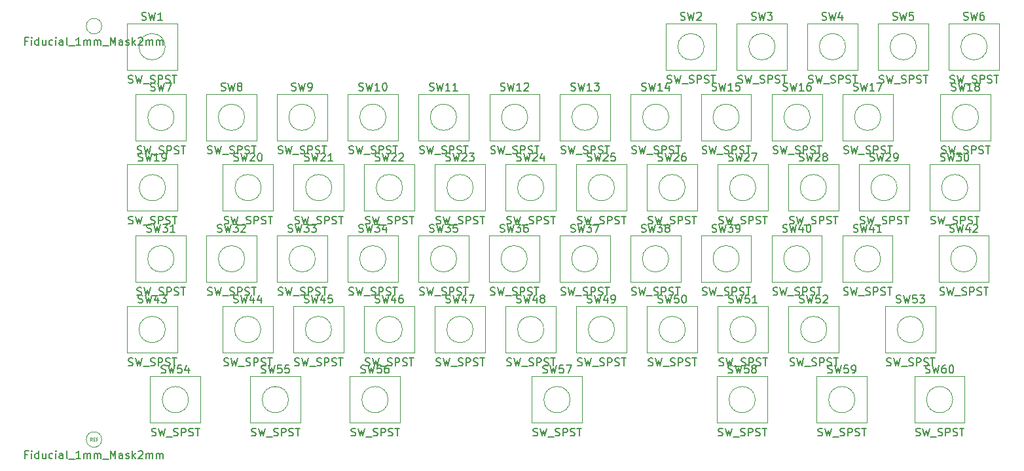
<source format=gbr>
%TF.GenerationSoftware,KiCad,Pcbnew,8.0.7*%
%TF.CreationDate,2025-01-06T21:25:14-08:00*%
%TF.ProjectId,Keyboard V1,4b657962-6f61-4726-9420-56312e6b6963,rev?*%
%TF.SameCoordinates,Original*%
%TF.FileFunction,AssemblyDrawing,Top*%
%FSLAX46Y46*%
G04 Gerber Fmt 4.6, Leading zero omitted, Abs format (unit mm)*
G04 Created by KiCad (PCBNEW 8.0.7) date 2025-01-06 21:25:14*
%MOMM*%
%LPD*%
G01*
G04 APERTURE LIST*
%ADD10C,0.150000*%
%ADD11C,0.060000*%
%ADD12C,0.100000*%
G04 APERTURE END LIST*
D10*
X215403571Y-120237200D02*
X215546428Y-120284819D01*
X215546428Y-120284819D02*
X215784523Y-120284819D01*
X215784523Y-120284819D02*
X215879761Y-120237200D01*
X215879761Y-120237200D02*
X215927380Y-120189580D01*
X215927380Y-120189580D02*
X215974999Y-120094342D01*
X215974999Y-120094342D02*
X215974999Y-119999104D01*
X215974999Y-119999104D02*
X215927380Y-119903866D01*
X215927380Y-119903866D02*
X215879761Y-119856247D01*
X215879761Y-119856247D02*
X215784523Y-119808628D01*
X215784523Y-119808628D02*
X215594047Y-119761009D01*
X215594047Y-119761009D02*
X215498809Y-119713390D01*
X215498809Y-119713390D02*
X215451190Y-119665771D01*
X215451190Y-119665771D02*
X215403571Y-119570533D01*
X215403571Y-119570533D02*
X215403571Y-119475295D01*
X215403571Y-119475295D02*
X215451190Y-119380057D01*
X215451190Y-119380057D02*
X215498809Y-119332438D01*
X215498809Y-119332438D02*
X215594047Y-119284819D01*
X215594047Y-119284819D02*
X215832142Y-119284819D01*
X215832142Y-119284819D02*
X215974999Y-119332438D01*
X216308333Y-119284819D02*
X216546428Y-120284819D01*
X216546428Y-120284819D02*
X216736904Y-119570533D01*
X216736904Y-119570533D02*
X216927380Y-120284819D01*
X216927380Y-120284819D02*
X217165476Y-119284819D01*
X217308333Y-120380057D02*
X218070237Y-120380057D01*
X218260714Y-120237200D02*
X218403571Y-120284819D01*
X218403571Y-120284819D02*
X218641666Y-120284819D01*
X218641666Y-120284819D02*
X218736904Y-120237200D01*
X218736904Y-120237200D02*
X218784523Y-120189580D01*
X218784523Y-120189580D02*
X218832142Y-120094342D01*
X218832142Y-120094342D02*
X218832142Y-119999104D01*
X218832142Y-119999104D02*
X218784523Y-119903866D01*
X218784523Y-119903866D02*
X218736904Y-119856247D01*
X218736904Y-119856247D02*
X218641666Y-119808628D01*
X218641666Y-119808628D02*
X218451190Y-119761009D01*
X218451190Y-119761009D02*
X218355952Y-119713390D01*
X218355952Y-119713390D02*
X218308333Y-119665771D01*
X218308333Y-119665771D02*
X218260714Y-119570533D01*
X218260714Y-119570533D02*
X218260714Y-119475295D01*
X218260714Y-119475295D02*
X218308333Y-119380057D01*
X218308333Y-119380057D02*
X218355952Y-119332438D01*
X218355952Y-119332438D02*
X218451190Y-119284819D01*
X218451190Y-119284819D02*
X218689285Y-119284819D01*
X218689285Y-119284819D02*
X218832142Y-119332438D01*
X219260714Y-120284819D02*
X219260714Y-119284819D01*
X219260714Y-119284819D02*
X219641666Y-119284819D01*
X219641666Y-119284819D02*
X219736904Y-119332438D01*
X219736904Y-119332438D02*
X219784523Y-119380057D01*
X219784523Y-119380057D02*
X219832142Y-119475295D01*
X219832142Y-119475295D02*
X219832142Y-119618152D01*
X219832142Y-119618152D02*
X219784523Y-119713390D01*
X219784523Y-119713390D02*
X219736904Y-119761009D01*
X219736904Y-119761009D02*
X219641666Y-119808628D01*
X219641666Y-119808628D02*
X219260714Y-119808628D01*
X220213095Y-120237200D02*
X220355952Y-120284819D01*
X220355952Y-120284819D02*
X220594047Y-120284819D01*
X220594047Y-120284819D02*
X220689285Y-120237200D01*
X220689285Y-120237200D02*
X220736904Y-120189580D01*
X220736904Y-120189580D02*
X220784523Y-120094342D01*
X220784523Y-120094342D02*
X220784523Y-119999104D01*
X220784523Y-119999104D02*
X220736904Y-119903866D01*
X220736904Y-119903866D02*
X220689285Y-119856247D01*
X220689285Y-119856247D02*
X220594047Y-119808628D01*
X220594047Y-119808628D02*
X220403571Y-119761009D01*
X220403571Y-119761009D02*
X220308333Y-119713390D01*
X220308333Y-119713390D02*
X220260714Y-119665771D01*
X220260714Y-119665771D02*
X220213095Y-119570533D01*
X220213095Y-119570533D02*
X220213095Y-119475295D01*
X220213095Y-119475295D02*
X220260714Y-119380057D01*
X220260714Y-119380057D02*
X220308333Y-119332438D01*
X220308333Y-119332438D02*
X220403571Y-119284819D01*
X220403571Y-119284819D02*
X220641666Y-119284819D01*
X220641666Y-119284819D02*
X220784523Y-119332438D01*
X221070238Y-119284819D02*
X221641666Y-119284819D01*
X221355952Y-120284819D02*
X221355952Y-119284819D01*
X216665476Y-112087200D02*
X216808333Y-112134819D01*
X216808333Y-112134819D02*
X217046428Y-112134819D01*
X217046428Y-112134819D02*
X217141666Y-112087200D01*
X217141666Y-112087200D02*
X217189285Y-112039580D01*
X217189285Y-112039580D02*
X217236904Y-111944342D01*
X217236904Y-111944342D02*
X217236904Y-111849104D01*
X217236904Y-111849104D02*
X217189285Y-111753866D01*
X217189285Y-111753866D02*
X217141666Y-111706247D01*
X217141666Y-111706247D02*
X217046428Y-111658628D01*
X217046428Y-111658628D02*
X216855952Y-111611009D01*
X216855952Y-111611009D02*
X216760714Y-111563390D01*
X216760714Y-111563390D02*
X216713095Y-111515771D01*
X216713095Y-111515771D02*
X216665476Y-111420533D01*
X216665476Y-111420533D02*
X216665476Y-111325295D01*
X216665476Y-111325295D02*
X216713095Y-111230057D01*
X216713095Y-111230057D02*
X216760714Y-111182438D01*
X216760714Y-111182438D02*
X216855952Y-111134819D01*
X216855952Y-111134819D02*
X217094047Y-111134819D01*
X217094047Y-111134819D02*
X217236904Y-111182438D01*
X217570238Y-111134819D02*
X217808333Y-112134819D01*
X217808333Y-112134819D02*
X217998809Y-111420533D01*
X217998809Y-111420533D02*
X218189285Y-112134819D01*
X218189285Y-112134819D02*
X218427381Y-111134819D01*
X219236904Y-111134819D02*
X219046428Y-111134819D01*
X219046428Y-111134819D02*
X218951190Y-111182438D01*
X218951190Y-111182438D02*
X218903571Y-111230057D01*
X218903571Y-111230057D02*
X218808333Y-111372914D01*
X218808333Y-111372914D02*
X218760714Y-111563390D01*
X218760714Y-111563390D02*
X218760714Y-111944342D01*
X218760714Y-111944342D02*
X218808333Y-112039580D01*
X218808333Y-112039580D02*
X218855952Y-112087200D01*
X218855952Y-112087200D02*
X218951190Y-112134819D01*
X218951190Y-112134819D02*
X219141666Y-112134819D01*
X219141666Y-112134819D02*
X219236904Y-112087200D01*
X219236904Y-112087200D02*
X219284523Y-112039580D01*
X219284523Y-112039580D02*
X219332142Y-111944342D01*
X219332142Y-111944342D02*
X219332142Y-111706247D01*
X219332142Y-111706247D02*
X219284523Y-111611009D01*
X219284523Y-111611009D02*
X219236904Y-111563390D01*
X219236904Y-111563390D02*
X219141666Y-111515771D01*
X219141666Y-111515771D02*
X218951190Y-111515771D01*
X218951190Y-111515771D02*
X218855952Y-111563390D01*
X218855952Y-111563390D02*
X218808333Y-111611009D01*
X218808333Y-111611009D02*
X218760714Y-111706247D01*
X219951190Y-111134819D02*
X220046428Y-111134819D01*
X220046428Y-111134819D02*
X220141666Y-111182438D01*
X220141666Y-111182438D02*
X220189285Y-111230057D01*
X220189285Y-111230057D02*
X220236904Y-111325295D01*
X220236904Y-111325295D02*
X220284523Y-111515771D01*
X220284523Y-111515771D02*
X220284523Y-111753866D01*
X220284523Y-111753866D02*
X220236904Y-111944342D01*
X220236904Y-111944342D02*
X220189285Y-112039580D01*
X220189285Y-112039580D02*
X220141666Y-112087200D01*
X220141666Y-112087200D02*
X220046428Y-112134819D01*
X220046428Y-112134819D02*
X219951190Y-112134819D01*
X219951190Y-112134819D02*
X219855952Y-112087200D01*
X219855952Y-112087200D02*
X219808333Y-112039580D01*
X219808333Y-112039580D02*
X219760714Y-111944342D01*
X219760714Y-111944342D02*
X219713095Y-111753866D01*
X219713095Y-111753866D02*
X219713095Y-111515771D01*
X219713095Y-111515771D02*
X219760714Y-111325295D01*
X219760714Y-111325295D02*
X219808333Y-111230057D01*
X219808333Y-111230057D02*
X219855952Y-111182438D01*
X219855952Y-111182438D02*
X219951190Y-111134819D01*
X202763571Y-120237200D02*
X202906428Y-120284819D01*
X202906428Y-120284819D02*
X203144523Y-120284819D01*
X203144523Y-120284819D02*
X203239761Y-120237200D01*
X203239761Y-120237200D02*
X203287380Y-120189580D01*
X203287380Y-120189580D02*
X203334999Y-120094342D01*
X203334999Y-120094342D02*
X203334999Y-119999104D01*
X203334999Y-119999104D02*
X203287380Y-119903866D01*
X203287380Y-119903866D02*
X203239761Y-119856247D01*
X203239761Y-119856247D02*
X203144523Y-119808628D01*
X203144523Y-119808628D02*
X202954047Y-119761009D01*
X202954047Y-119761009D02*
X202858809Y-119713390D01*
X202858809Y-119713390D02*
X202811190Y-119665771D01*
X202811190Y-119665771D02*
X202763571Y-119570533D01*
X202763571Y-119570533D02*
X202763571Y-119475295D01*
X202763571Y-119475295D02*
X202811190Y-119380057D01*
X202811190Y-119380057D02*
X202858809Y-119332438D01*
X202858809Y-119332438D02*
X202954047Y-119284819D01*
X202954047Y-119284819D02*
X203192142Y-119284819D01*
X203192142Y-119284819D02*
X203334999Y-119332438D01*
X203668333Y-119284819D02*
X203906428Y-120284819D01*
X203906428Y-120284819D02*
X204096904Y-119570533D01*
X204096904Y-119570533D02*
X204287380Y-120284819D01*
X204287380Y-120284819D02*
X204525476Y-119284819D01*
X204668333Y-120380057D02*
X205430237Y-120380057D01*
X205620714Y-120237200D02*
X205763571Y-120284819D01*
X205763571Y-120284819D02*
X206001666Y-120284819D01*
X206001666Y-120284819D02*
X206096904Y-120237200D01*
X206096904Y-120237200D02*
X206144523Y-120189580D01*
X206144523Y-120189580D02*
X206192142Y-120094342D01*
X206192142Y-120094342D02*
X206192142Y-119999104D01*
X206192142Y-119999104D02*
X206144523Y-119903866D01*
X206144523Y-119903866D02*
X206096904Y-119856247D01*
X206096904Y-119856247D02*
X206001666Y-119808628D01*
X206001666Y-119808628D02*
X205811190Y-119761009D01*
X205811190Y-119761009D02*
X205715952Y-119713390D01*
X205715952Y-119713390D02*
X205668333Y-119665771D01*
X205668333Y-119665771D02*
X205620714Y-119570533D01*
X205620714Y-119570533D02*
X205620714Y-119475295D01*
X205620714Y-119475295D02*
X205668333Y-119380057D01*
X205668333Y-119380057D02*
X205715952Y-119332438D01*
X205715952Y-119332438D02*
X205811190Y-119284819D01*
X205811190Y-119284819D02*
X206049285Y-119284819D01*
X206049285Y-119284819D02*
X206192142Y-119332438D01*
X206620714Y-120284819D02*
X206620714Y-119284819D01*
X206620714Y-119284819D02*
X207001666Y-119284819D01*
X207001666Y-119284819D02*
X207096904Y-119332438D01*
X207096904Y-119332438D02*
X207144523Y-119380057D01*
X207144523Y-119380057D02*
X207192142Y-119475295D01*
X207192142Y-119475295D02*
X207192142Y-119618152D01*
X207192142Y-119618152D02*
X207144523Y-119713390D01*
X207144523Y-119713390D02*
X207096904Y-119761009D01*
X207096904Y-119761009D02*
X207001666Y-119808628D01*
X207001666Y-119808628D02*
X206620714Y-119808628D01*
X207573095Y-120237200D02*
X207715952Y-120284819D01*
X207715952Y-120284819D02*
X207954047Y-120284819D01*
X207954047Y-120284819D02*
X208049285Y-120237200D01*
X208049285Y-120237200D02*
X208096904Y-120189580D01*
X208096904Y-120189580D02*
X208144523Y-120094342D01*
X208144523Y-120094342D02*
X208144523Y-119999104D01*
X208144523Y-119999104D02*
X208096904Y-119903866D01*
X208096904Y-119903866D02*
X208049285Y-119856247D01*
X208049285Y-119856247D02*
X207954047Y-119808628D01*
X207954047Y-119808628D02*
X207763571Y-119761009D01*
X207763571Y-119761009D02*
X207668333Y-119713390D01*
X207668333Y-119713390D02*
X207620714Y-119665771D01*
X207620714Y-119665771D02*
X207573095Y-119570533D01*
X207573095Y-119570533D02*
X207573095Y-119475295D01*
X207573095Y-119475295D02*
X207620714Y-119380057D01*
X207620714Y-119380057D02*
X207668333Y-119332438D01*
X207668333Y-119332438D02*
X207763571Y-119284819D01*
X207763571Y-119284819D02*
X208001666Y-119284819D01*
X208001666Y-119284819D02*
X208144523Y-119332438D01*
X208430238Y-119284819D02*
X209001666Y-119284819D01*
X208715952Y-120284819D02*
X208715952Y-119284819D01*
X204025476Y-112087200D02*
X204168333Y-112134819D01*
X204168333Y-112134819D02*
X204406428Y-112134819D01*
X204406428Y-112134819D02*
X204501666Y-112087200D01*
X204501666Y-112087200D02*
X204549285Y-112039580D01*
X204549285Y-112039580D02*
X204596904Y-111944342D01*
X204596904Y-111944342D02*
X204596904Y-111849104D01*
X204596904Y-111849104D02*
X204549285Y-111753866D01*
X204549285Y-111753866D02*
X204501666Y-111706247D01*
X204501666Y-111706247D02*
X204406428Y-111658628D01*
X204406428Y-111658628D02*
X204215952Y-111611009D01*
X204215952Y-111611009D02*
X204120714Y-111563390D01*
X204120714Y-111563390D02*
X204073095Y-111515771D01*
X204073095Y-111515771D02*
X204025476Y-111420533D01*
X204025476Y-111420533D02*
X204025476Y-111325295D01*
X204025476Y-111325295D02*
X204073095Y-111230057D01*
X204073095Y-111230057D02*
X204120714Y-111182438D01*
X204120714Y-111182438D02*
X204215952Y-111134819D01*
X204215952Y-111134819D02*
X204454047Y-111134819D01*
X204454047Y-111134819D02*
X204596904Y-111182438D01*
X204930238Y-111134819D02*
X205168333Y-112134819D01*
X205168333Y-112134819D02*
X205358809Y-111420533D01*
X205358809Y-111420533D02*
X205549285Y-112134819D01*
X205549285Y-112134819D02*
X205787381Y-111134819D01*
X206644523Y-111134819D02*
X206168333Y-111134819D01*
X206168333Y-111134819D02*
X206120714Y-111611009D01*
X206120714Y-111611009D02*
X206168333Y-111563390D01*
X206168333Y-111563390D02*
X206263571Y-111515771D01*
X206263571Y-111515771D02*
X206501666Y-111515771D01*
X206501666Y-111515771D02*
X206596904Y-111563390D01*
X206596904Y-111563390D02*
X206644523Y-111611009D01*
X206644523Y-111611009D02*
X206692142Y-111706247D01*
X206692142Y-111706247D02*
X206692142Y-111944342D01*
X206692142Y-111944342D02*
X206644523Y-112039580D01*
X206644523Y-112039580D02*
X206596904Y-112087200D01*
X206596904Y-112087200D02*
X206501666Y-112134819D01*
X206501666Y-112134819D02*
X206263571Y-112134819D01*
X206263571Y-112134819D02*
X206168333Y-112087200D01*
X206168333Y-112087200D02*
X206120714Y-112039580D01*
X207168333Y-112134819D02*
X207358809Y-112134819D01*
X207358809Y-112134819D02*
X207454047Y-112087200D01*
X207454047Y-112087200D02*
X207501666Y-112039580D01*
X207501666Y-112039580D02*
X207596904Y-111896723D01*
X207596904Y-111896723D02*
X207644523Y-111706247D01*
X207644523Y-111706247D02*
X207644523Y-111325295D01*
X207644523Y-111325295D02*
X207596904Y-111230057D01*
X207596904Y-111230057D02*
X207549285Y-111182438D01*
X207549285Y-111182438D02*
X207454047Y-111134819D01*
X207454047Y-111134819D02*
X207263571Y-111134819D01*
X207263571Y-111134819D02*
X207168333Y-111182438D01*
X207168333Y-111182438D02*
X207120714Y-111230057D01*
X207120714Y-111230057D02*
X207073095Y-111325295D01*
X207073095Y-111325295D02*
X207073095Y-111563390D01*
X207073095Y-111563390D02*
X207120714Y-111658628D01*
X207120714Y-111658628D02*
X207168333Y-111706247D01*
X207168333Y-111706247D02*
X207263571Y-111753866D01*
X207263571Y-111753866D02*
X207454047Y-111753866D01*
X207454047Y-111753866D02*
X207549285Y-111706247D01*
X207549285Y-111706247D02*
X207596904Y-111658628D01*
X207596904Y-111658628D02*
X207644523Y-111563390D01*
X189878571Y-120237200D02*
X190021428Y-120284819D01*
X190021428Y-120284819D02*
X190259523Y-120284819D01*
X190259523Y-120284819D02*
X190354761Y-120237200D01*
X190354761Y-120237200D02*
X190402380Y-120189580D01*
X190402380Y-120189580D02*
X190449999Y-120094342D01*
X190449999Y-120094342D02*
X190449999Y-119999104D01*
X190449999Y-119999104D02*
X190402380Y-119903866D01*
X190402380Y-119903866D02*
X190354761Y-119856247D01*
X190354761Y-119856247D02*
X190259523Y-119808628D01*
X190259523Y-119808628D02*
X190069047Y-119761009D01*
X190069047Y-119761009D02*
X189973809Y-119713390D01*
X189973809Y-119713390D02*
X189926190Y-119665771D01*
X189926190Y-119665771D02*
X189878571Y-119570533D01*
X189878571Y-119570533D02*
X189878571Y-119475295D01*
X189878571Y-119475295D02*
X189926190Y-119380057D01*
X189926190Y-119380057D02*
X189973809Y-119332438D01*
X189973809Y-119332438D02*
X190069047Y-119284819D01*
X190069047Y-119284819D02*
X190307142Y-119284819D01*
X190307142Y-119284819D02*
X190449999Y-119332438D01*
X190783333Y-119284819D02*
X191021428Y-120284819D01*
X191021428Y-120284819D02*
X191211904Y-119570533D01*
X191211904Y-119570533D02*
X191402380Y-120284819D01*
X191402380Y-120284819D02*
X191640476Y-119284819D01*
X191783333Y-120380057D02*
X192545237Y-120380057D01*
X192735714Y-120237200D02*
X192878571Y-120284819D01*
X192878571Y-120284819D02*
X193116666Y-120284819D01*
X193116666Y-120284819D02*
X193211904Y-120237200D01*
X193211904Y-120237200D02*
X193259523Y-120189580D01*
X193259523Y-120189580D02*
X193307142Y-120094342D01*
X193307142Y-120094342D02*
X193307142Y-119999104D01*
X193307142Y-119999104D02*
X193259523Y-119903866D01*
X193259523Y-119903866D02*
X193211904Y-119856247D01*
X193211904Y-119856247D02*
X193116666Y-119808628D01*
X193116666Y-119808628D02*
X192926190Y-119761009D01*
X192926190Y-119761009D02*
X192830952Y-119713390D01*
X192830952Y-119713390D02*
X192783333Y-119665771D01*
X192783333Y-119665771D02*
X192735714Y-119570533D01*
X192735714Y-119570533D02*
X192735714Y-119475295D01*
X192735714Y-119475295D02*
X192783333Y-119380057D01*
X192783333Y-119380057D02*
X192830952Y-119332438D01*
X192830952Y-119332438D02*
X192926190Y-119284819D01*
X192926190Y-119284819D02*
X193164285Y-119284819D01*
X193164285Y-119284819D02*
X193307142Y-119332438D01*
X193735714Y-120284819D02*
X193735714Y-119284819D01*
X193735714Y-119284819D02*
X194116666Y-119284819D01*
X194116666Y-119284819D02*
X194211904Y-119332438D01*
X194211904Y-119332438D02*
X194259523Y-119380057D01*
X194259523Y-119380057D02*
X194307142Y-119475295D01*
X194307142Y-119475295D02*
X194307142Y-119618152D01*
X194307142Y-119618152D02*
X194259523Y-119713390D01*
X194259523Y-119713390D02*
X194211904Y-119761009D01*
X194211904Y-119761009D02*
X194116666Y-119808628D01*
X194116666Y-119808628D02*
X193735714Y-119808628D01*
X194688095Y-120237200D02*
X194830952Y-120284819D01*
X194830952Y-120284819D02*
X195069047Y-120284819D01*
X195069047Y-120284819D02*
X195164285Y-120237200D01*
X195164285Y-120237200D02*
X195211904Y-120189580D01*
X195211904Y-120189580D02*
X195259523Y-120094342D01*
X195259523Y-120094342D02*
X195259523Y-119999104D01*
X195259523Y-119999104D02*
X195211904Y-119903866D01*
X195211904Y-119903866D02*
X195164285Y-119856247D01*
X195164285Y-119856247D02*
X195069047Y-119808628D01*
X195069047Y-119808628D02*
X194878571Y-119761009D01*
X194878571Y-119761009D02*
X194783333Y-119713390D01*
X194783333Y-119713390D02*
X194735714Y-119665771D01*
X194735714Y-119665771D02*
X194688095Y-119570533D01*
X194688095Y-119570533D02*
X194688095Y-119475295D01*
X194688095Y-119475295D02*
X194735714Y-119380057D01*
X194735714Y-119380057D02*
X194783333Y-119332438D01*
X194783333Y-119332438D02*
X194878571Y-119284819D01*
X194878571Y-119284819D02*
X195116666Y-119284819D01*
X195116666Y-119284819D02*
X195259523Y-119332438D01*
X195545238Y-119284819D02*
X196116666Y-119284819D01*
X195830952Y-120284819D02*
X195830952Y-119284819D01*
X191140476Y-112087200D02*
X191283333Y-112134819D01*
X191283333Y-112134819D02*
X191521428Y-112134819D01*
X191521428Y-112134819D02*
X191616666Y-112087200D01*
X191616666Y-112087200D02*
X191664285Y-112039580D01*
X191664285Y-112039580D02*
X191711904Y-111944342D01*
X191711904Y-111944342D02*
X191711904Y-111849104D01*
X191711904Y-111849104D02*
X191664285Y-111753866D01*
X191664285Y-111753866D02*
X191616666Y-111706247D01*
X191616666Y-111706247D02*
X191521428Y-111658628D01*
X191521428Y-111658628D02*
X191330952Y-111611009D01*
X191330952Y-111611009D02*
X191235714Y-111563390D01*
X191235714Y-111563390D02*
X191188095Y-111515771D01*
X191188095Y-111515771D02*
X191140476Y-111420533D01*
X191140476Y-111420533D02*
X191140476Y-111325295D01*
X191140476Y-111325295D02*
X191188095Y-111230057D01*
X191188095Y-111230057D02*
X191235714Y-111182438D01*
X191235714Y-111182438D02*
X191330952Y-111134819D01*
X191330952Y-111134819D02*
X191569047Y-111134819D01*
X191569047Y-111134819D02*
X191711904Y-111182438D01*
X192045238Y-111134819D02*
X192283333Y-112134819D01*
X192283333Y-112134819D02*
X192473809Y-111420533D01*
X192473809Y-111420533D02*
X192664285Y-112134819D01*
X192664285Y-112134819D02*
X192902381Y-111134819D01*
X193759523Y-111134819D02*
X193283333Y-111134819D01*
X193283333Y-111134819D02*
X193235714Y-111611009D01*
X193235714Y-111611009D02*
X193283333Y-111563390D01*
X193283333Y-111563390D02*
X193378571Y-111515771D01*
X193378571Y-111515771D02*
X193616666Y-111515771D01*
X193616666Y-111515771D02*
X193711904Y-111563390D01*
X193711904Y-111563390D02*
X193759523Y-111611009D01*
X193759523Y-111611009D02*
X193807142Y-111706247D01*
X193807142Y-111706247D02*
X193807142Y-111944342D01*
X193807142Y-111944342D02*
X193759523Y-112039580D01*
X193759523Y-112039580D02*
X193711904Y-112087200D01*
X193711904Y-112087200D02*
X193616666Y-112134819D01*
X193616666Y-112134819D02*
X193378571Y-112134819D01*
X193378571Y-112134819D02*
X193283333Y-112087200D01*
X193283333Y-112087200D02*
X193235714Y-112039580D01*
X194378571Y-111563390D02*
X194283333Y-111515771D01*
X194283333Y-111515771D02*
X194235714Y-111468152D01*
X194235714Y-111468152D02*
X194188095Y-111372914D01*
X194188095Y-111372914D02*
X194188095Y-111325295D01*
X194188095Y-111325295D02*
X194235714Y-111230057D01*
X194235714Y-111230057D02*
X194283333Y-111182438D01*
X194283333Y-111182438D02*
X194378571Y-111134819D01*
X194378571Y-111134819D02*
X194569047Y-111134819D01*
X194569047Y-111134819D02*
X194664285Y-111182438D01*
X194664285Y-111182438D02*
X194711904Y-111230057D01*
X194711904Y-111230057D02*
X194759523Y-111325295D01*
X194759523Y-111325295D02*
X194759523Y-111372914D01*
X194759523Y-111372914D02*
X194711904Y-111468152D01*
X194711904Y-111468152D02*
X194664285Y-111515771D01*
X194664285Y-111515771D02*
X194569047Y-111563390D01*
X194569047Y-111563390D02*
X194378571Y-111563390D01*
X194378571Y-111563390D02*
X194283333Y-111611009D01*
X194283333Y-111611009D02*
X194235714Y-111658628D01*
X194235714Y-111658628D02*
X194188095Y-111753866D01*
X194188095Y-111753866D02*
X194188095Y-111944342D01*
X194188095Y-111944342D02*
X194235714Y-112039580D01*
X194235714Y-112039580D02*
X194283333Y-112087200D01*
X194283333Y-112087200D02*
X194378571Y-112134819D01*
X194378571Y-112134819D02*
X194569047Y-112134819D01*
X194569047Y-112134819D02*
X194664285Y-112087200D01*
X194664285Y-112087200D02*
X194711904Y-112039580D01*
X194711904Y-112039580D02*
X194759523Y-111944342D01*
X194759523Y-111944342D02*
X194759523Y-111753866D01*
X194759523Y-111753866D02*
X194711904Y-111658628D01*
X194711904Y-111658628D02*
X194664285Y-111611009D01*
X194664285Y-111611009D02*
X194569047Y-111563390D01*
X165933571Y-120237200D02*
X166076428Y-120284819D01*
X166076428Y-120284819D02*
X166314523Y-120284819D01*
X166314523Y-120284819D02*
X166409761Y-120237200D01*
X166409761Y-120237200D02*
X166457380Y-120189580D01*
X166457380Y-120189580D02*
X166504999Y-120094342D01*
X166504999Y-120094342D02*
X166504999Y-119999104D01*
X166504999Y-119999104D02*
X166457380Y-119903866D01*
X166457380Y-119903866D02*
X166409761Y-119856247D01*
X166409761Y-119856247D02*
X166314523Y-119808628D01*
X166314523Y-119808628D02*
X166124047Y-119761009D01*
X166124047Y-119761009D02*
X166028809Y-119713390D01*
X166028809Y-119713390D02*
X165981190Y-119665771D01*
X165981190Y-119665771D02*
X165933571Y-119570533D01*
X165933571Y-119570533D02*
X165933571Y-119475295D01*
X165933571Y-119475295D02*
X165981190Y-119380057D01*
X165981190Y-119380057D02*
X166028809Y-119332438D01*
X166028809Y-119332438D02*
X166124047Y-119284819D01*
X166124047Y-119284819D02*
X166362142Y-119284819D01*
X166362142Y-119284819D02*
X166504999Y-119332438D01*
X166838333Y-119284819D02*
X167076428Y-120284819D01*
X167076428Y-120284819D02*
X167266904Y-119570533D01*
X167266904Y-119570533D02*
X167457380Y-120284819D01*
X167457380Y-120284819D02*
X167695476Y-119284819D01*
X167838333Y-120380057D02*
X168600237Y-120380057D01*
X168790714Y-120237200D02*
X168933571Y-120284819D01*
X168933571Y-120284819D02*
X169171666Y-120284819D01*
X169171666Y-120284819D02*
X169266904Y-120237200D01*
X169266904Y-120237200D02*
X169314523Y-120189580D01*
X169314523Y-120189580D02*
X169362142Y-120094342D01*
X169362142Y-120094342D02*
X169362142Y-119999104D01*
X169362142Y-119999104D02*
X169314523Y-119903866D01*
X169314523Y-119903866D02*
X169266904Y-119856247D01*
X169266904Y-119856247D02*
X169171666Y-119808628D01*
X169171666Y-119808628D02*
X168981190Y-119761009D01*
X168981190Y-119761009D02*
X168885952Y-119713390D01*
X168885952Y-119713390D02*
X168838333Y-119665771D01*
X168838333Y-119665771D02*
X168790714Y-119570533D01*
X168790714Y-119570533D02*
X168790714Y-119475295D01*
X168790714Y-119475295D02*
X168838333Y-119380057D01*
X168838333Y-119380057D02*
X168885952Y-119332438D01*
X168885952Y-119332438D02*
X168981190Y-119284819D01*
X168981190Y-119284819D02*
X169219285Y-119284819D01*
X169219285Y-119284819D02*
X169362142Y-119332438D01*
X169790714Y-120284819D02*
X169790714Y-119284819D01*
X169790714Y-119284819D02*
X170171666Y-119284819D01*
X170171666Y-119284819D02*
X170266904Y-119332438D01*
X170266904Y-119332438D02*
X170314523Y-119380057D01*
X170314523Y-119380057D02*
X170362142Y-119475295D01*
X170362142Y-119475295D02*
X170362142Y-119618152D01*
X170362142Y-119618152D02*
X170314523Y-119713390D01*
X170314523Y-119713390D02*
X170266904Y-119761009D01*
X170266904Y-119761009D02*
X170171666Y-119808628D01*
X170171666Y-119808628D02*
X169790714Y-119808628D01*
X170743095Y-120237200D02*
X170885952Y-120284819D01*
X170885952Y-120284819D02*
X171124047Y-120284819D01*
X171124047Y-120284819D02*
X171219285Y-120237200D01*
X171219285Y-120237200D02*
X171266904Y-120189580D01*
X171266904Y-120189580D02*
X171314523Y-120094342D01*
X171314523Y-120094342D02*
X171314523Y-119999104D01*
X171314523Y-119999104D02*
X171266904Y-119903866D01*
X171266904Y-119903866D02*
X171219285Y-119856247D01*
X171219285Y-119856247D02*
X171124047Y-119808628D01*
X171124047Y-119808628D02*
X170933571Y-119761009D01*
X170933571Y-119761009D02*
X170838333Y-119713390D01*
X170838333Y-119713390D02*
X170790714Y-119665771D01*
X170790714Y-119665771D02*
X170743095Y-119570533D01*
X170743095Y-119570533D02*
X170743095Y-119475295D01*
X170743095Y-119475295D02*
X170790714Y-119380057D01*
X170790714Y-119380057D02*
X170838333Y-119332438D01*
X170838333Y-119332438D02*
X170933571Y-119284819D01*
X170933571Y-119284819D02*
X171171666Y-119284819D01*
X171171666Y-119284819D02*
X171314523Y-119332438D01*
X171600238Y-119284819D02*
X172171666Y-119284819D01*
X171885952Y-120284819D02*
X171885952Y-119284819D01*
X167195476Y-112087200D02*
X167338333Y-112134819D01*
X167338333Y-112134819D02*
X167576428Y-112134819D01*
X167576428Y-112134819D02*
X167671666Y-112087200D01*
X167671666Y-112087200D02*
X167719285Y-112039580D01*
X167719285Y-112039580D02*
X167766904Y-111944342D01*
X167766904Y-111944342D02*
X167766904Y-111849104D01*
X167766904Y-111849104D02*
X167719285Y-111753866D01*
X167719285Y-111753866D02*
X167671666Y-111706247D01*
X167671666Y-111706247D02*
X167576428Y-111658628D01*
X167576428Y-111658628D02*
X167385952Y-111611009D01*
X167385952Y-111611009D02*
X167290714Y-111563390D01*
X167290714Y-111563390D02*
X167243095Y-111515771D01*
X167243095Y-111515771D02*
X167195476Y-111420533D01*
X167195476Y-111420533D02*
X167195476Y-111325295D01*
X167195476Y-111325295D02*
X167243095Y-111230057D01*
X167243095Y-111230057D02*
X167290714Y-111182438D01*
X167290714Y-111182438D02*
X167385952Y-111134819D01*
X167385952Y-111134819D02*
X167624047Y-111134819D01*
X167624047Y-111134819D02*
X167766904Y-111182438D01*
X168100238Y-111134819D02*
X168338333Y-112134819D01*
X168338333Y-112134819D02*
X168528809Y-111420533D01*
X168528809Y-111420533D02*
X168719285Y-112134819D01*
X168719285Y-112134819D02*
X168957381Y-111134819D01*
X169814523Y-111134819D02*
X169338333Y-111134819D01*
X169338333Y-111134819D02*
X169290714Y-111611009D01*
X169290714Y-111611009D02*
X169338333Y-111563390D01*
X169338333Y-111563390D02*
X169433571Y-111515771D01*
X169433571Y-111515771D02*
X169671666Y-111515771D01*
X169671666Y-111515771D02*
X169766904Y-111563390D01*
X169766904Y-111563390D02*
X169814523Y-111611009D01*
X169814523Y-111611009D02*
X169862142Y-111706247D01*
X169862142Y-111706247D02*
X169862142Y-111944342D01*
X169862142Y-111944342D02*
X169814523Y-112039580D01*
X169814523Y-112039580D02*
X169766904Y-112087200D01*
X169766904Y-112087200D02*
X169671666Y-112134819D01*
X169671666Y-112134819D02*
X169433571Y-112134819D01*
X169433571Y-112134819D02*
X169338333Y-112087200D01*
X169338333Y-112087200D02*
X169290714Y-112039580D01*
X170195476Y-111134819D02*
X170862142Y-111134819D01*
X170862142Y-111134819D02*
X170433571Y-112134819D01*
X142393571Y-120237200D02*
X142536428Y-120284819D01*
X142536428Y-120284819D02*
X142774523Y-120284819D01*
X142774523Y-120284819D02*
X142869761Y-120237200D01*
X142869761Y-120237200D02*
X142917380Y-120189580D01*
X142917380Y-120189580D02*
X142964999Y-120094342D01*
X142964999Y-120094342D02*
X142964999Y-119999104D01*
X142964999Y-119999104D02*
X142917380Y-119903866D01*
X142917380Y-119903866D02*
X142869761Y-119856247D01*
X142869761Y-119856247D02*
X142774523Y-119808628D01*
X142774523Y-119808628D02*
X142584047Y-119761009D01*
X142584047Y-119761009D02*
X142488809Y-119713390D01*
X142488809Y-119713390D02*
X142441190Y-119665771D01*
X142441190Y-119665771D02*
X142393571Y-119570533D01*
X142393571Y-119570533D02*
X142393571Y-119475295D01*
X142393571Y-119475295D02*
X142441190Y-119380057D01*
X142441190Y-119380057D02*
X142488809Y-119332438D01*
X142488809Y-119332438D02*
X142584047Y-119284819D01*
X142584047Y-119284819D02*
X142822142Y-119284819D01*
X142822142Y-119284819D02*
X142964999Y-119332438D01*
X143298333Y-119284819D02*
X143536428Y-120284819D01*
X143536428Y-120284819D02*
X143726904Y-119570533D01*
X143726904Y-119570533D02*
X143917380Y-120284819D01*
X143917380Y-120284819D02*
X144155476Y-119284819D01*
X144298333Y-120380057D02*
X145060237Y-120380057D01*
X145250714Y-120237200D02*
X145393571Y-120284819D01*
X145393571Y-120284819D02*
X145631666Y-120284819D01*
X145631666Y-120284819D02*
X145726904Y-120237200D01*
X145726904Y-120237200D02*
X145774523Y-120189580D01*
X145774523Y-120189580D02*
X145822142Y-120094342D01*
X145822142Y-120094342D02*
X145822142Y-119999104D01*
X145822142Y-119999104D02*
X145774523Y-119903866D01*
X145774523Y-119903866D02*
X145726904Y-119856247D01*
X145726904Y-119856247D02*
X145631666Y-119808628D01*
X145631666Y-119808628D02*
X145441190Y-119761009D01*
X145441190Y-119761009D02*
X145345952Y-119713390D01*
X145345952Y-119713390D02*
X145298333Y-119665771D01*
X145298333Y-119665771D02*
X145250714Y-119570533D01*
X145250714Y-119570533D02*
X145250714Y-119475295D01*
X145250714Y-119475295D02*
X145298333Y-119380057D01*
X145298333Y-119380057D02*
X145345952Y-119332438D01*
X145345952Y-119332438D02*
X145441190Y-119284819D01*
X145441190Y-119284819D02*
X145679285Y-119284819D01*
X145679285Y-119284819D02*
X145822142Y-119332438D01*
X146250714Y-120284819D02*
X146250714Y-119284819D01*
X146250714Y-119284819D02*
X146631666Y-119284819D01*
X146631666Y-119284819D02*
X146726904Y-119332438D01*
X146726904Y-119332438D02*
X146774523Y-119380057D01*
X146774523Y-119380057D02*
X146822142Y-119475295D01*
X146822142Y-119475295D02*
X146822142Y-119618152D01*
X146822142Y-119618152D02*
X146774523Y-119713390D01*
X146774523Y-119713390D02*
X146726904Y-119761009D01*
X146726904Y-119761009D02*
X146631666Y-119808628D01*
X146631666Y-119808628D02*
X146250714Y-119808628D01*
X147203095Y-120237200D02*
X147345952Y-120284819D01*
X147345952Y-120284819D02*
X147584047Y-120284819D01*
X147584047Y-120284819D02*
X147679285Y-120237200D01*
X147679285Y-120237200D02*
X147726904Y-120189580D01*
X147726904Y-120189580D02*
X147774523Y-120094342D01*
X147774523Y-120094342D02*
X147774523Y-119999104D01*
X147774523Y-119999104D02*
X147726904Y-119903866D01*
X147726904Y-119903866D02*
X147679285Y-119856247D01*
X147679285Y-119856247D02*
X147584047Y-119808628D01*
X147584047Y-119808628D02*
X147393571Y-119761009D01*
X147393571Y-119761009D02*
X147298333Y-119713390D01*
X147298333Y-119713390D02*
X147250714Y-119665771D01*
X147250714Y-119665771D02*
X147203095Y-119570533D01*
X147203095Y-119570533D02*
X147203095Y-119475295D01*
X147203095Y-119475295D02*
X147250714Y-119380057D01*
X147250714Y-119380057D02*
X147298333Y-119332438D01*
X147298333Y-119332438D02*
X147393571Y-119284819D01*
X147393571Y-119284819D02*
X147631666Y-119284819D01*
X147631666Y-119284819D02*
X147774523Y-119332438D01*
X148060238Y-119284819D02*
X148631666Y-119284819D01*
X148345952Y-120284819D02*
X148345952Y-119284819D01*
X143655476Y-112087200D02*
X143798333Y-112134819D01*
X143798333Y-112134819D02*
X144036428Y-112134819D01*
X144036428Y-112134819D02*
X144131666Y-112087200D01*
X144131666Y-112087200D02*
X144179285Y-112039580D01*
X144179285Y-112039580D02*
X144226904Y-111944342D01*
X144226904Y-111944342D02*
X144226904Y-111849104D01*
X144226904Y-111849104D02*
X144179285Y-111753866D01*
X144179285Y-111753866D02*
X144131666Y-111706247D01*
X144131666Y-111706247D02*
X144036428Y-111658628D01*
X144036428Y-111658628D02*
X143845952Y-111611009D01*
X143845952Y-111611009D02*
X143750714Y-111563390D01*
X143750714Y-111563390D02*
X143703095Y-111515771D01*
X143703095Y-111515771D02*
X143655476Y-111420533D01*
X143655476Y-111420533D02*
X143655476Y-111325295D01*
X143655476Y-111325295D02*
X143703095Y-111230057D01*
X143703095Y-111230057D02*
X143750714Y-111182438D01*
X143750714Y-111182438D02*
X143845952Y-111134819D01*
X143845952Y-111134819D02*
X144084047Y-111134819D01*
X144084047Y-111134819D02*
X144226904Y-111182438D01*
X144560238Y-111134819D02*
X144798333Y-112134819D01*
X144798333Y-112134819D02*
X144988809Y-111420533D01*
X144988809Y-111420533D02*
X145179285Y-112134819D01*
X145179285Y-112134819D02*
X145417381Y-111134819D01*
X146274523Y-111134819D02*
X145798333Y-111134819D01*
X145798333Y-111134819D02*
X145750714Y-111611009D01*
X145750714Y-111611009D02*
X145798333Y-111563390D01*
X145798333Y-111563390D02*
X145893571Y-111515771D01*
X145893571Y-111515771D02*
X146131666Y-111515771D01*
X146131666Y-111515771D02*
X146226904Y-111563390D01*
X146226904Y-111563390D02*
X146274523Y-111611009D01*
X146274523Y-111611009D02*
X146322142Y-111706247D01*
X146322142Y-111706247D02*
X146322142Y-111944342D01*
X146322142Y-111944342D02*
X146274523Y-112039580D01*
X146274523Y-112039580D02*
X146226904Y-112087200D01*
X146226904Y-112087200D02*
X146131666Y-112134819D01*
X146131666Y-112134819D02*
X145893571Y-112134819D01*
X145893571Y-112134819D02*
X145798333Y-112087200D01*
X145798333Y-112087200D02*
X145750714Y-112039580D01*
X147179285Y-111134819D02*
X146988809Y-111134819D01*
X146988809Y-111134819D02*
X146893571Y-111182438D01*
X146893571Y-111182438D02*
X146845952Y-111230057D01*
X146845952Y-111230057D02*
X146750714Y-111372914D01*
X146750714Y-111372914D02*
X146703095Y-111563390D01*
X146703095Y-111563390D02*
X146703095Y-111944342D01*
X146703095Y-111944342D02*
X146750714Y-112039580D01*
X146750714Y-112039580D02*
X146798333Y-112087200D01*
X146798333Y-112087200D02*
X146893571Y-112134819D01*
X146893571Y-112134819D02*
X147084047Y-112134819D01*
X147084047Y-112134819D02*
X147179285Y-112087200D01*
X147179285Y-112087200D02*
X147226904Y-112039580D01*
X147226904Y-112039580D02*
X147274523Y-111944342D01*
X147274523Y-111944342D02*
X147274523Y-111706247D01*
X147274523Y-111706247D02*
X147226904Y-111611009D01*
X147226904Y-111611009D02*
X147179285Y-111563390D01*
X147179285Y-111563390D02*
X147084047Y-111515771D01*
X147084047Y-111515771D02*
X146893571Y-111515771D01*
X146893571Y-111515771D02*
X146798333Y-111563390D01*
X146798333Y-111563390D02*
X146750714Y-111611009D01*
X146750714Y-111611009D02*
X146703095Y-111706247D01*
X129503571Y-120237200D02*
X129646428Y-120284819D01*
X129646428Y-120284819D02*
X129884523Y-120284819D01*
X129884523Y-120284819D02*
X129979761Y-120237200D01*
X129979761Y-120237200D02*
X130027380Y-120189580D01*
X130027380Y-120189580D02*
X130074999Y-120094342D01*
X130074999Y-120094342D02*
X130074999Y-119999104D01*
X130074999Y-119999104D02*
X130027380Y-119903866D01*
X130027380Y-119903866D02*
X129979761Y-119856247D01*
X129979761Y-119856247D02*
X129884523Y-119808628D01*
X129884523Y-119808628D02*
X129694047Y-119761009D01*
X129694047Y-119761009D02*
X129598809Y-119713390D01*
X129598809Y-119713390D02*
X129551190Y-119665771D01*
X129551190Y-119665771D02*
X129503571Y-119570533D01*
X129503571Y-119570533D02*
X129503571Y-119475295D01*
X129503571Y-119475295D02*
X129551190Y-119380057D01*
X129551190Y-119380057D02*
X129598809Y-119332438D01*
X129598809Y-119332438D02*
X129694047Y-119284819D01*
X129694047Y-119284819D02*
X129932142Y-119284819D01*
X129932142Y-119284819D02*
X130074999Y-119332438D01*
X130408333Y-119284819D02*
X130646428Y-120284819D01*
X130646428Y-120284819D02*
X130836904Y-119570533D01*
X130836904Y-119570533D02*
X131027380Y-120284819D01*
X131027380Y-120284819D02*
X131265476Y-119284819D01*
X131408333Y-120380057D02*
X132170237Y-120380057D01*
X132360714Y-120237200D02*
X132503571Y-120284819D01*
X132503571Y-120284819D02*
X132741666Y-120284819D01*
X132741666Y-120284819D02*
X132836904Y-120237200D01*
X132836904Y-120237200D02*
X132884523Y-120189580D01*
X132884523Y-120189580D02*
X132932142Y-120094342D01*
X132932142Y-120094342D02*
X132932142Y-119999104D01*
X132932142Y-119999104D02*
X132884523Y-119903866D01*
X132884523Y-119903866D02*
X132836904Y-119856247D01*
X132836904Y-119856247D02*
X132741666Y-119808628D01*
X132741666Y-119808628D02*
X132551190Y-119761009D01*
X132551190Y-119761009D02*
X132455952Y-119713390D01*
X132455952Y-119713390D02*
X132408333Y-119665771D01*
X132408333Y-119665771D02*
X132360714Y-119570533D01*
X132360714Y-119570533D02*
X132360714Y-119475295D01*
X132360714Y-119475295D02*
X132408333Y-119380057D01*
X132408333Y-119380057D02*
X132455952Y-119332438D01*
X132455952Y-119332438D02*
X132551190Y-119284819D01*
X132551190Y-119284819D02*
X132789285Y-119284819D01*
X132789285Y-119284819D02*
X132932142Y-119332438D01*
X133360714Y-120284819D02*
X133360714Y-119284819D01*
X133360714Y-119284819D02*
X133741666Y-119284819D01*
X133741666Y-119284819D02*
X133836904Y-119332438D01*
X133836904Y-119332438D02*
X133884523Y-119380057D01*
X133884523Y-119380057D02*
X133932142Y-119475295D01*
X133932142Y-119475295D02*
X133932142Y-119618152D01*
X133932142Y-119618152D02*
X133884523Y-119713390D01*
X133884523Y-119713390D02*
X133836904Y-119761009D01*
X133836904Y-119761009D02*
X133741666Y-119808628D01*
X133741666Y-119808628D02*
X133360714Y-119808628D01*
X134313095Y-120237200D02*
X134455952Y-120284819D01*
X134455952Y-120284819D02*
X134694047Y-120284819D01*
X134694047Y-120284819D02*
X134789285Y-120237200D01*
X134789285Y-120237200D02*
X134836904Y-120189580D01*
X134836904Y-120189580D02*
X134884523Y-120094342D01*
X134884523Y-120094342D02*
X134884523Y-119999104D01*
X134884523Y-119999104D02*
X134836904Y-119903866D01*
X134836904Y-119903866D02*
X134789285Y-119856247D01*
X134789285Y-119856247D02*
X134694047Y-119808628D01*
X134694047Y-119808628D02*
X134503571Y-119761009D01*
X134503571Y-119761009D02*
X134408333Y-119713390D01*
X134408333Y-119713390D02*
X134360714Y-119665771D01*
X134360714Y-119665771D02*
X134313095Y-119570533D01*
X134313095Y-119570533D02*
X134313095Y-119475295D01*
X134313095Y-119475295D02*
X134360714Y-119380057D01*
X134360714Y-119380057D02*
X134408333Y-119332438D01*
X134408333Y-119332438D02*
X134503571Y-119284819D01*
X134503571Y-119284819D02*
X134741666Y-119284819D01*
X134741666Y-119284819D02*
X134884523Y-119332438D01*
X135170238Y-119284819D02*
X135741666Y-119284819D01*
X135455952Y-120284819D02*
X135455952Y-119284819D01*
X130765476Y-112087200D02*
X130908333Y-112134819D01*
X130908333Y-112134819D02*
X131146428Y-112134819D01*
X131146428Y-112134819D02*
X131241666Y-112087200D01*
X131241666Y-112087200D02*
X131289285Y-112039580D01*
X131289285Y-112039580D02*
X131336904Y-111944342D01*
X131336904Y-111944342D02*
X131336904Y-111849104D01*
X131336904Y-111849104D02*
X131289285Y-111753866D01*
X131289285Y-111753866D02*
X131241666Y-111706247D01*
X131241666Y-111706247D02*
X131146428Y-111658628D01*
X131146428Y-111658628D02*
X130955952Y-111611009D01*
X130955952Y-111611009D02*
X130860714Y-111563390D01*
X130860714Y-111563390D02*
X130813095Y-111515771D01*
X130813095Y-111515771D02*
X130765476Y-111420533D01*
X130765476Y-111420533D02*
X130765476Y-111325295D01*
X130765476Y-111325295D02*
X130813095Y-111230057D01*
X130813095Y-111230057D02*
X130860714Y-111182438D01*
X130860714Y-111182438D02*
X130955952Y-111134819D01*
X130955952Y-111134819D02*
X131194047Y-111134819D01*
X131194047Y-111134819D02*
X131336904Y-111182438D01*
X131670238Y-111134819D02*
X131908333Y-112134819D01*
X131908333Y-112134819D02*
X132098809Y-111420533D01*
X132098809Y-111420533D02*
X132289285Y-112134819D01*
X132289285Y-112134819D02*
X132527381Y-111134819D01*
X133384523Y-111134819D02*
X132908333Y-111134819D01*
X132908333Y-111134819D02*
X132860714Y-111611009D01*
X132860714Y-111611009D02*
X132908333Y-111563390D01*
X132908333Y-111563390D02*
X133003571Y-111515771D01*
X133003571Y-111515771D02*
X133241666Y-111515771D01*
X133241666Y-111515771D02*
X133336904Y-111563390D01*
X133336904Y-111563390D02*
X133384523Y-111611009D01*
X133384523Y-111611009D02*
X133432142Y-111706247D01*
X133432142Y-111706247D02*
X133432142Y-111944342D01*
X133432142Y-111944342D02*
X133384523Y-112039580D01*
X133384523Y-112039580D02*
X133336904Y-112087200D01*
X133336904Y-112087200D02*
X133241666Y-112134819D01*
X133241666Y-112134819D02*
X133003571Y-112134819D01*
X133003571Y-112134819D02*
X132908333Y-112087200D01*
X132908333Y-112087200D02*
X132860714Y-112039580D01*
X134336904Y-111134819D02*
X133860714Y-111134819D01*
X133860714Y-111134819D02*
X133813095Y-111611009D01*
X133813095Y-111611009D02*
X133860714Y-111563390D01*
X133860714Y-111563390D02*
X133955952Y-111515771D01*
X133955952Y-111515771D02*
X134194047Y-111515771D01*
X134194047Y-111515771D02*
X134289285Y-111563390D01*
X134289285Y-111563390D02*
X134336904Y-111611009D01*
X134336904Y-111611009D02*
X134384523Y-111706247D01*
X134384523Y-111706247D02*
X134384523Y-111944342D01*
X134384523Y-111944342D02*
X134336904Y-112039580D01*
X134336904Y-112039580D02*
X134289285Y-112087200D01*
X134289285Y-112087200D02*
X134194047Y-112134819D01*
X134194047Y-112134819D02*
X133955952Y-112134819D01*
X133955952Y-112134819D02*
X133860714Y-112087200D01*
X133860714Y-112087200D02*
X133813095Y-112039580D01*
X116578571Y-120237200D02*
X116721428Y-120284819D01*
X116721428Y-120284819D02*
X116959523Y-120284819D01*
X116959523Y-120284819D02*
X117054761Y-120237200D01*
X117054761Y-120237200D02*
X117102380Y-120189580D01*
X117102380Y-120189580D02*
X117149999Y-120094342D01*
X117149999Y-120094342D02*
X117149999Y-119999104D01*
X117149999Y-119999104D02*
X117102380Y-119903866D01*
X117102380Y-119903866D02*
X117054761Y-119856247D01*
X117054761Y-119856247D02*
X116959523Y-119808628D01*
X116959523Y-119808628D02*
X116769047Y-119761009D01*
X116769047Y-119761009D02*
X116673809Y-119713390D01*
X116673809Y-119713390D02*
X116626190Y-119665771D01*
X116626190Y-119665771D02*
X116578571Y-119570533D01*
X116578571Y-119570533D02*
X116578571Y-119475295D01*
X116578571Y-119475295D02*
X116626190Y-119380057D01*
X116626190Y-119380057D02*
X116673809Y-119332438D01*
X116673809Y-119332438D02*
X116769047Y-119284819D01*
X116769047Y-119284819D02*
X117007142Y-119284819D01*
X117007142Y-119284819D02*
X117149999Y-119332438D01*
X117483333Y-119284819D02*
X117721428Y-120284819D01*
X117721428Y-120284819D02*
X117911904Y-119570533D01*
X117911904Y-119570533D02*
X118102380Y-120284819D01*
X118102380Y-120284819D02*
X118340476Y-119284819D01*
X118483333Y-120380057D02*
X119245237Y-120380057D01*
X119435714Y-120237200D02*
X119578571Y-120284819D01*
X119578571Y-120284819D02*
X119816666Y-120284819D01*
X119816666Y-120284819D02*
X119911904Y-120237200D01*
X119911904Y-120237200D02*
X119959523Y-120189580D01*
X119959523Y-120189580D02*
X120007142Y-120094342D01*
X120007142Y-120094342D02*
X120007142Y-119999104D01*
X120007142Y-119999104D02*
X119959523Y-119903866D01*
X119959523Y-119903866D02*
X119911904Y-119856247D01*
X119911904Y-119856247D02*
X119816666Y-119808628D01*
X119816666Y-119808628D02*
X119626190Y-119761009D01*
X119626190Y-119761009D02*
X119530952Y-119713390D01*
X119530952Y-119713390D02*
X119483333Y-119665771D01*
X119483333Y-119665771D02*
X119435714Y-119570533D01*
X119435714Y-119570533D02*
X119435714Y-119475295D01*
X119435714Y-119475295D02*
X119483333Y-119380057D01*
X119483333Y-119380057D02*
X119530952Y-119332438D01*
X119530952Y-119332438D02*
X119626190Y-119284819D01*
X119626190Y-119284819D02*
X119864285Y-119284819D01*
X119864285Y-119284819D02*
X120007142Y-119332438D01*
X120435714Y-120284819D02*
X120435714Y-119284819D01*
X120435714Y-119284819D02*
X120816666Y-119284819D01*
X120816666Y-119284819D02*
X120911904Y-119332438D01*
X120911904Y-119332438D02*
X120959523Y-119380057D01*
X120959523Y-119380057D02*
X121007142Y-119475295D01*
X121007142Y-119475295D02*
X121007142Y-119618152D01*
X121007142Y-119618152D02*
X120959523Y-119713390D01*
X120959523Y-119713390D02*
X120911904Y-119761009D01*
X120911904Y-119761009D02*
X120816666Y-119808628D01*
X120816666Y-119808628D02*
X120435714Y-119808628D01*
X121388095Y-120237200D02*
X121530952Y-120284819D01*
X121530952Y-120284819D02*
X121769047Y-120284819D01*
X121769047Y-120284819D02*
X121864285Y-120237200D01*
X121864285Y-120237200D02*
X121911904Y-120189580D01*
X121911904Y-120189580D02*
X121959523Y-120094342D01*
X121959523Y-120094342D02*
X121959523Y-119999104D01*
X121959523Y-119999104D02*
X121911904Y-119903866D01*
X121911904Y-119903866D02*
X121864285Y-119856247D01*
X121864285Y-119856247D02*
X121769047Y-119808628D01*
X121769047Y-119808628D02*
X121578571Y-119761009D01*
X121578571Y-119761009D02*
X121483333Y-119713390D01*
X121483333Y-119713390D02*
X121435714Y-119665771D01*
X121435714Y-119665771D02*
X121388095Y-119570533D01*
X121388095Y-119570533D02*
X121388095Y-119475295D01*
X121388095Y-119475295D02*
X121435714Y-119380057D01*
X121435714Y-119380057D02*
X121483333Y-119332438D01*
X121483333Y-119332438D02*
X121578571Y-119284819D01*
X121578571Y-119284819D02*
X121816666Y-119284819D01*
X121816666Y-119284819D02*
X121959523Y-119332438D01*
X122245238Y-119284819D02*
X122816666Y-119284819D01*
X122530952Y-120284819D02*
X122530952Y-119284819D01*
X117840476Y-112087200D02*
X117983333Y-112134819D01*
X117983333Y-112134819D02*
X118221428Y-112134819D01*
X118221428Y-112134819D02*
X118316666Y-112087200D01*
X118316666Y-112087200D02*
X118364285Y-112039580D01*
X118364285Y-112039580D02*
X118411904Y-111944342D01*
X118411904Y-111944342D02*
X118411904Y-111849104D01*
X118411904Y-111849104D02*
X118364285Y-111753866D01*
X118364285Y-111753866D02*
X118316666Y-111706247D01*
X118316666Y-111706247D02*
X118221428Y-111658628D01*
X118221428Y-111658628D02*
X118030952Y-111611009D01*
X118030952Y-111611009D02*
X117935714Y-111563390D01*
X117935714Y-111563390D02*
X117888095Y-111515771D01*
X117888095Y-111515771D02*
X117840476Y-111420533D01*
X117840476Y-111420533D02*
X117840476Y-111325295D01*
X117840476Y-111325295D02*
X117888095Y-111230057D01*
X117888095Y-111230057D02*
X117935714Y-111182438D01*
X117935714Y-111182438D02*
X118030952Y-111134819D01*
X118030952Y-111134819D02*
X118269047Y-111134819D01*
X118269047Y-111134819D02*
X118411904Y-111182438D01*
X118745238Y-111134819D02*
X118983333Y-112134819D01*
X118983333Y-112134819D02*
X119173809Y-111420533D01*
X119173809Y-111420533D02*
X119364285Y-112134819D01*
X119364285Y-112134819D02*
X119602381Y-111134819D01*
X120459523Y-111134819D02*
X119983333Y-111134819D01*
X119983333Y-111134819D02*
X119935714Y-111611009D01*
X119935714Y-111611009D02*
X119983333Y-111563390D01*
X119983333Y-111563390D02*
X120078571Y-111515771D01*
X120078571Y-111515771D02*
X120316666Y-111515771D01*
X120316666Y-111515771D02*
X120411904Y-111563390D01*
X120411904Y-111563390D02*
X120459523Y-111611009D01*
X120459523Y-111611009D02*
X120507142Y-111706247D01*
X120507142Y-111706247D02*
X120507142Y-111944342D01*
X120507142Y-111944342D02*
X120459523Y-112039580D01*
X120459523Y-112039580D02*
X120411904Y-112087200D01*
X120411904Y-112087200D02*
X120316666Y-112134819D01*
X120316666Y-112134819D02*
X120078571Y-112134819D01*
X120078571Y-112134819D02*
X119983333Y-112087200D01*
X119983333Y-112087200D02*
X119935714Y-112039580D01*
X121364285Y-111468152D02*
X121364285Y-112134819D01*
X121126190Y-111087200D02*
X120888095Y-111801485D01*
X120888095Y-111801485D02*
X121507142Y-111801485D01*
X211628571Y-111157200D02*
X211771428Y-111204819D01*
X211771428Y-111204819D02*
X212009523Y-111204819D01*
X212009523Y-111204819D02*
X212104761Y-111157200D01*
X212104761Y-111157200D02*
X212152380Y-111109580D01*
X212152380Y-111109580D02*
X212199999Y-111014342D01*
X212199999Y-111014342D02*
X212199999Y-110919104D01*
X212199999Y-110919104D02*
X212152380Y-110823866D01*
X212152380Y-110823866D02*
X212104761Y-110776247D01*
X212104761Y-110776247D02*
X212009523Y-110728628D01*
X212009523Y-110728628D02*
X211819047Y-110681009D01*
X211819047Y-110681009D02*
X211723809Y-110633390D01*
X211723809Y-110633390D02*
X211676190Y-110585771D01*
X211676190Y-110585771D02*
X211628571Y-110490533D01*
X211628571Y-110490533D02*
X211628571Y-110395295D01*
X211628571Y-110395295D02*
X211676190Y-110300057D01*
X211676190Y-110300057D02*
X211723809Y-110252438D01*
X211723809Y-110252438D02*
X211819047Y-110204819D01*
X211819047Y-110204819D02*
X212057142Y-110204819D01*
X212057142Y-110204819D02*
X212199999Y-110252438D01*
X212533333Y-110204819D02*
X212771428Y-111204819D01*
X212771428Y-111204819D02*
X212961904Y-110490533D01*
X212961904Y-110490533D02*
X213152380Y-111204819D01*
X213152380Y-111204819D02*
X213390476Y-110204819D01*
X213533333Y-111300057D02*
X214295237Y-111300057D01*
X214485714Y-111157200D02*
X214628571Y-111204819D01*
X214628571Y-111204819D02*
X214866666Y-111204819D01*
X214866666Y-111204819D02*
X214961904Y-111157200D01*
X214961904Y-111157200D02*
X215009523Y-111109580D01*
X215009523Y-111109580D02*
X215057142Y-111014342D01*
X215057142Y-111014342D02*
X215057142Y-110919104D01*
X215057142Y-110919104D02*
X215009523Y-110823866D01*
X215009523Y-110823866D02*
X214961904Y-110776247D01*
X214961904Y-110776247D02*
X214866666Y-110728628D01*
X214866666Y-110728628D02*
X214676190Y-110681009D01*
X214676190Y-110681009D02*
X214580952Y-110633390D01*
X214580952Y-110633390D02*
X214533333Y-110585771D01*
X214533333Y-110585771D02*
X214485714Y-110490533D01*
X214485714Y-110490533D02*
X214485714Y-110395295D01*
X214485714Y-110395295D02*
X214533333Y-110300057D01*
X214533333Y-110300057D02*
X214580952Y-110252438D01*
X214580952Y-110252438D02*
X214676190Y-110204819D01*
X214676190Y-110204819D02*
X214914285Y-110204819D01*
X214914285Y-110204819D02*
X215057142Y-110252438D01*
X215485714Y-111204819D02*
X215485714Y-110204819D01*
X215485714Y-110204819D02*
X215866666Y-110204819D01*
X215866666Y-110204819D02*
X215961904Y-110252438D01*
X215961904Y-110252438D02*
X216009523Y-110300057D01*
X216009523Y-110300057D02*
X216057142Y-110395295D01*
X216057142Y-110395295D02*
X216057142Y-110538152D01*
X216057142Y-110538152D02*
X216009523Y-110633390D01*
X216009523Y-110633390D02*
X215961904Y-110681009D01*
X215961904Y-110681009D02*
X215866666Y-110728628D01*
X215866666Y-110728628D02*
X215485714Y-110728628D01*
X216438095Y-111157200D02*
X216580952Y-111204819D01*
X216580952Y-111204819D02*
X216819047Y-111204819D01*
X216819047Y-111204819D02*
X216914285Y-111157200D01*
X216914285Y-111157200D02*
X216961904Y-111109580D01*
X216961904Y-111109580D02*
X217009523Y-111014342D01*
X217009523Y-111014342D02*
X217009523Y-110919104D01*
X217009523Y-110919104D02*
X216961904Y-110823866D01*
X216961904Y-110823866D02*
X216914285Y-110776247D01*
X216914285Y-110776247D02*
X216819047Y-110728628D01*
X216819047Y-110728628D02*
X216628571Y-110681009D01*
X216628571Y-110681009D02*
X216533333Y-110633390D01*
X216533333Y-110633390D02*
X216485714Y-110585771D01*
X216485714Y-110585771D02*
X216438095Y-110490533D01*
X216438095Y-110490533D02*
X216438095Y-110395295D01*
X216438095Y-110395295D02*
X216485714Y-110300057D01*
X216485714Y-110300057D02*
X216533333Y-110252438D01*
X216533333Y-110252438D02*
X216628571Y-110204819D01*
X216628571Y-110204819D02*
X216866666Y-110204819D01*
X216866666Y-110204819D02*
X217009523Y-110252438D01*
X217295238Y-110204819D02*
X217866666Y-110204819D01*
X217580952Y-111204819D02*
X217580952Y-110204819D01*
X212890476Y-103007200D02*
X213033333Y-103054819D01*
X213033333Y-103054819D02*
X213271428Y-103054819D01*
X213271428Y-103054819D02*
X213366666Y-103007200D01*
X213366666Y-103007200D02*
X213414285Y-102959580D01*
X213414285Y-102959580D02*
X213461904Y-102864342D01*
X213461904Y-102864342D02*
X213461904Y-102769104D01*
X213461904Y-102769104D02*
X213414285Y-102673866D01*
X213414285Y-102673866D02*
X213366666Y-102626247D01*
X213366666Y-102626247D02*
X213271428Y-102578628D01*
X213271428Y-102578628D02*
X213080952Y-102531009D01*
X213080952Y-102531009D02*
X212985714Y-102483390D01*
X212985714Y-102483390D02*
X212938095Y-102435771D01*
X212938095Y-102435771D02*
X212890476Y-102340533D01*
X212890476Y-102340533D02*
X212890476Y-102245295D01*
X212890476Y-102245295D02*
X212938095Y-102150057D01*
X212938095Y-102150057D02*
X212985714Y-102102438D01*
X212985714Y-102102438D02*
X213080952Y-102054819D01*
X213080952Y-102054819D02*
X213319047Y-102054819D01*
X213319047Y-102054819D02*
X213461904Y-102102438D01*
X213795238Y-102054819D02*
X214033333Y-103054819D01*
X214033333Y-103054819D02*
X214223809Y-102340533D01*
X214223809Y-102340533D02*
X214414285Y-103054819D01*
X214414285Y-103054819D02*
X214652381Y-102054819D01*
X215509523Y-102054819D02*
X215033333Y-102054819D01*
X215033333Y-102054819D02*
X214985714Y-102531009D01*
X214985714Y-102531009D02*
X215033333Y-102483390D01*
X215033333Y-102483390D02*
X215128571Y-102435771D01*
X215128571Y-102435771D02*
X215366666Y-102435771D01*
X215366666Y-102435771D02*
X215461904Y-102483390D01*
X215461904Y-102483390D02*
X215509523Y-102531009D01*
X215509523Y-102531009D02*
X215557142Y-102626247D01*
X215557142Y-102626247D02*
X215557142Y-102864342D01*
X215557142Y-102864342D02*
X215509523Y-102959580D01*
X215509523Y-102959580D02*
X215461904Y-103007200D01*
X215461904Y-103007200D02*
X215366666Y-103054819D01*
X215366666Y-103054819D02*
X215128571Y-103054819D01*
X215128571Y-103054819D02*
X215033333Y-103007200D01*
X215033333Y-103007200D02*
X214985714Y-102959580D01*
X215890476Y-102054819D02*
X216509523Y-102054819D01*
X216509523Y-102054819D02*
X216176190Y-102435771D01*
X216176190Y-102435771D02*
X216319047Y-102435771D01*
X216319047Y-102435771D02*
X216414285Y-102483390D01*
X216414285Y-102483390D02*
X216461904Y-102531009D01*
X216461904Y-102531009D02*
X216509523Y-102626247D01*
X216509523Y-102626247D02*
X216509523Y-102864342D01*
X216509523Y-102864342D02*
X216461904Y-102959580D01*
X216461904Y-102959580D02*
X216414285Y-103007200D01*
X216414285Y-103007200D02*
X216319047Y-103054819D01*
X216319047Y-103054819D02*
X216033333Y-103054819D01*
X216033333Y-103054819D02*
X215938095Y-103007200D01*
X215938095Y-103007200D02*
X215890476Y-102959580D01*
X199128571Y-111157200D02*
X199271428Y-111204819D01*
X199271428Y-111204819D02*
X199509523Y-111204819D01*
X199509523Y-111204819D02*
X199604761Y-111157200D01*
X199604761Y-111157200D02*
X199652380Y-111109580D01*
X199652380Y-111109580D02*
X199699999Y-111014342D01*
X199699999Y-111014342D02*
X199699999Y-110919104D01*
X199699999Y-110919104D02*
X199652380Y-110823866D01*
X199652380Y-110823866D02*
X199604761Y-110776247D01*
X199604761Y-110776247D02*
X199509523Y-110728628D01*
X199509523Y-110728628D02*
X199319047Y-110681009D01*
X199319047Y-110681009D02*
X199223809Y-110633390D01*
X199223809Y-110633390D02*
X199176190Y-110585771D01*
X199176190Y-110585771D02*
X199128571Y-110490533D01*
X199128571Y-110490533D02*
X199128571Y-110395295D01*
X199128571Y-110395295D02*
X199176190Y-110300057D01*
X199176190Y-110300057D02*
X199223809Y-110252438D01*
X199223809Y-110252438D02*
X199319047Y-110204819D01*
X199319047Y-110204819D02*
X199557142Y-110204819D01*
X199557142Y-110204819D02*
X199699999Y-110252438D01*
X200033333Y-110204819D02*
X200271428Y-111204819D01*
X200271428Y-111204819D02*
X200461904Y-110490533D01*
X200461904Y-110490533D02*
X200652380Y-111204819D01*
X200652380Y-111204819D02*
X200890476Y-110204819D01*
X201033333Y-111300057D02*
X201795237Y-111300057D01*
X201985714Y-111157200D02*
X202128571Y-111204819D01*
X202128571Y-111204819D02*
X202366666Y-111204819D01*
X202366666Y-111204819D02*
X202461904Y-111157200D01*
X202461904Y-111157200D02*
X202509523Y-111109580D01*
X202509523Y-111109580D02*
X202557142Y-111014342D01*
X202557142Y-111014342D02*
X202557142Y-110919104D01*
X202557142Y-110919104D02*
X202509523Y-110823866D01*
X202509523Y-110823866D02*
X202461904Y-110776247D01*
X202461904Y-110776247D02*
X202366666Y-110728628D01*
X202366666Y-110728628D02*
X202176190Y-110681009D01*
X202176190Y-110681009D02*
X202080952Y-110633390D01*
X202080952Y-110633390D02*
X202033333Y-110585771D01*
X202033333Y-110585771D02*
X201985714Y-110490533D01*
X201985714Y-110490533D02*
X201985714Y-110395295D01*
X201985714Y-110395295D02*
X202033333Y-110300057D01*
X202033333Y-110300057D02*
X202080952Y-110252438D01*
X202080952Y-110252438D02*
X202176190Y-110204819D01*
X202176190Y-110204819D02*
X202414285Y-110204819D01*
X202414285Y-110204819D02*
X202557142Y-110252438D01*
X202985714Y-111204819D02*
X202985714Y-110204819D01*
X202985714Y-110204819D02*
X203366666Y-110204819D01*
X203366666Y-110204819D02*
X203461904Y-110252438D01*
X203461904Y-110252438D02*
X203509523Y-110300057D01*
X203509523Y-110300057D02*
X203557142Y-110395295D01*
X203557142Y-110395295D02*
X203557142Y-110538152D01*
X203557142Y-110538152D02*
X203509523Y-110633390D01*
X203509523Y-110633390D02*
X203461904Y-110681009D01*
X203461904Y-110681009D02*
X203366666Y-110728628D01*
X203366666Y-110728628D02*
X202985714Y-110728628D01*
X203938095Y-111157200D02*
X204080952Y-111204819D01*
X204080952Y-111204819D02*
X204319047Y-111204819D01*
X204319047Y-111204819D02*
X204414285Y-111157200D01*
X204414285Y-111157200D02*
X204461904Y-111109580D01*
X204461904Y-111109580D02*
X204509523Y-111014342D01*
X204509523Y-111014342D02*
X204509523Y-110919104D01*
X204509523Y-110919104D02*
X204461904Y-110823866D01*
X204461904Y-110823866D02*
X204414285Y-110776247D01*
X204414285Y-110776247D02*
X204319047Y-110728628D01*
X204319047Y-110728628D02*
X204128571Y-110681009D01*
X204128571Y-110681009D02*
X204033333Y-110633390D01*
X204033333Y-110633390D02*
X203985714Y-110585771D01*
X203985714Y-110585771D02*
X203938095Y-110490533D01*
X203938095Y-110490533D02*
X203938095Y-110395295D01*
X203938095Y-110395295D02*
X203985714Y-110300057D01*
X203985714Y-110300057D02*
X204033333Y-110252438D01*
X204033333Y-110252438D02*
X204128571Y-110204819D01*
X204128571Y-110204819D02*
X204366666Y-110204819D01*
X204366666Y-110204819D02*
X204509523Y-110252438D01*
X204795238Y-110204819D02*
X205366666Y-110204819D01*
X205080952Y-111204819D02*
X205080952Y-110204819D01*
X200390476Y-103007200D02*
X200533333Y-103054819D01*
X200533333Y-103054819D02*
X200771428Y-103054819D01*
X200771428Y-103054819D02*
X200866666Y-103007200D01*
X200866666Y-103007200D02*
X200914285Y-102959580D01*
X200914285Y-102959580D02*
X200961904Y-102864342D01*
X200961904Y-102864342D02*
X200961904Y-102769104D01*
X200961904Y-102769104D02*
X200914285Y-102673866D01*
X200914285Y-102673866D02*
X200866666Y-102626247D01*
X200866666Y-102626247D02*
X200771428Y-102578628D01*
X200771428Y-102578628D02*
X200580952Y-102531009D01*
X200580952Y-102531009D02*
X200485714Y-102483390D01*
X200485714Y-102483390D02*
X200438095Y-102435771D01*
X200438095Y-102435771D02*
X200390476Y-102340533D01*
X200390476Y-102340533D02*
X200390476Y-102245295D01*
X200390476Y-102245295D02*
X200438095Y-102150057D01*
X200438095Y-102150057D02*
X200485714Y-102102438D01*
X200485714Y-102102438D02*
X200580952Y-102054819D01*
X200580952Y-102054819D02*
X200819047Y-102054819D01*
X200819047Y-102054819D02*
X200961904Y-102102438D01*
X201295238Y-102054819D02*
X201533333Y-103054819D01*
X201533333Y-103054819D02*
X201723809Y-102340533D01*
X201723809Y-102340533D02*
X201914285Y-103054819D01*
X201914285Y-103054819D02*
X202152381Y-102054819D01*
X203009523Y-102054819D02*
X202533333Y-102054819D01*
X202533333Y-102054819D02*
X202485714Y-102531009D01*
X202485714Y-102531009D02*
X202533333Y-102483390D01*
X202533333Y-102483390D02*
X202628571Y-102435771D01*
X202628571Y-102435771D02*
X202866666Y-102435771D01*
X202866666Y-102435771D02*
X202961904Y-102483390D01*
X202961904Y-102483390D02*
X203009523Y-102531009D01*
X203009523Y-102531009D02*
X203057142Y-102626247D01*
X203057142Y-102626247D02*
X203057142Y-102864342D01*
X203057142Y-102864342D02*
X203009523Y-102959580D01*
X203009523Y-102959580D02*
X202961904Y-103007200D01*
X202961904Y-103007200D02*
X202866666Y-103054819D01*
X202866666Y-103054819D02*
X202628571Y-103054819D01*
X202628571Y-103054819D02*
X202533333Y-103007200D01*
X202533333Y-103007200D02*
X202485714Y-102959580D01*
X203438095Y-102150057D02*
X203485714Y-102102438D01*
X203485714Y-102102438D02*
X203580952Y-102054819D01*
X203580952Y-102054819D02*
X203819047Y-102054819D01*
X203819047Y-102054819D02*
X203914285Y-102102438D01*
X203914285Y-102102438D02*
X203961904Y-102150057D01*
X203961904Y-102150057D02*
X204009523Y-102245295D01*
X204009523Y-102245295D02*
X204009523Y-102340533D01*
X204009523Y-102340533D02*
X203961904Y-102483390D01*
X203961904Y-102483390D02*
X203390476Y-103054819D01*
X203390476Y-103054819D02*
X204009523Y-103054819D01*
X189978571Y-111157200D02*
X190121428Y-111204819D01*
X190121428Y-111204819D02*
X190359523Y-111204819D01*
X190359523Y-111204819D02*
X190454761Y-111157200D01*
X190454761Y-111157200D02*
X190502380Y-111109580D01*
X190502380Y-111109580D02*
X190549999Y-111014342D01*
X190549999Y-111014342D02*
X190549999Y-110919104D01*
X190549999Y-110919104D02*
X190502380Y-110823866D01*
X190502380Y-110823866D02*
X190454761Y-110776247D01*
X190454761Y-110776247D02*
X190359523Y-110728628D01*
X190359523Y-110728628D02*
X190169047Y-110681009D01*
X190169047Y-110681009D02*
X190073809Y-110633390D01*
X190073809Y-110633390D02*
X190026190Y-110585771D01*
X190026190Y-110585771D02*
X189978571Y-110490533D01*
X189978571Y-110490533D02*
X189978571Y-110395295D01*
X189978571Y-110395295D02*
X190026190Y-110300057D01*
X190026190Y-110300057D02*
X190073809Y-110252438D01*
X190073809Y-110252438D02*
X190169047Y-110204819D01*
X190169047Y-110204819D02*
X190407142Y-110204819D01*
X190407142Y-110204819D02*
X190549999Y-110252438D01*
X190883333Y-110204819D02*
X191121428Y-111204819D01*
X191121428Y-111204819D02*
X191311904Y-110490533D01*
X191311904Y-110490533D02*
X191502380Y-111204819D01*
X191502380Y-111204819D02*
X191740476Y-110204819D01*
X191883333Y-111300057D02*
X192645237Y-111300057D01*
X192835714Y-111157200D02*
X192978571Y-111204819D01*
X192978571Y-111204819D02*
X193216666Y-111204819D01*
X193216666Y-111204819D02*
X193311904Y-111157200D01*
X193311904Y-111157200D02*
X193359523Y-111109580D01*
X193359523Y-111109580D02*
X193407142Y-111014342D01*
X193407142Y-111014342D02*
X193407142Y-110919104D01*
X193407142Y-110919104D02*
X193359523Y-110823866D01*
X193359523Y-110823866D02*
X193311904Y-110776247D01*
X193311904Y-110776247D02*
X193216666Y-110728628D01*
X193216666Y-110728628D02*
X193026190Y-110681009D01*
X193026190Y-110681009D02*
X192930952Y-110633390D01*
X192930952Y-110633390D02*
X192883333Y-110585771D01*
X192883333Y-110585771D02*
X192835714Y-110490533D01*
X192835714Y-110490533D02*
X192835714Y-110395295D01*
X192835714Y-110395295D02*
X192883333Y-110300057D01*
X192883333Y-110300057D02*
X192930952Y-110252438D01*
X192930952Y-110252438D02*
X193026190Y-110204819D01*
X193026190Y-110204819D02*
X193264285Y-110204819D01*
X193264285Y-110204819D02*
X193407142Y-110252438D01*
X193835714Y-111204819D02*
X193835714Y-110204819D01*
X193835714Y-110204819D02*
X194216666Y-110204819D01*
X194216666Y-110204819D02*
X194311904Y-110252438D01*
X194311904Y-110252438D02*
X194359523Y-110300057D01*
X194359523Y-110300057D02*
X194407142Y-110395295D01*
X194407142Y-110395295D02*
X194407142Y-110538152D01*
X194407142Y-110538152D02*
X194359523Y-110633390D01*
X194359523Y-110633390D02*
X194311904Y-110681009D01*
X194311904Y-110681009D02*
X194216666Y-110728628D01*
X194216666Y-110728628D02*
X193835714Y-110728628D01*
X194788095Y-111157200D02*
X194930952Y-111204819D01*
X194930952Y-111204819D02*
X195169047Y-111204819D01*
X195169047Y-111204819D02*
X195264285Y-111157200D01*
X195264285Y-111157200D02*
X195311904Y-111109580D01*
X195311904Y-111109580D02*
X195359523Y-111014342D01*
X195359523Y-111014342D02*
X195359523Y-110919104D01*
X195359523Y-110919104D02*
X195311904Y-110823866D01*
X195311904Y-110823866D02*
X195264285Y-110776247D01*
X195264285Y-110776247D02*
X195169047Y-110728628D01*
X195169047Y-110728628D02*
X194978571Y-110681009D01*
X194978571Y-110681009D02*
X194883333Y-110633390D01*
X194883333Y-110633390D02*
X194835714Y-110585771D01*
X194835714Y-110585771D02*
X194788095Y-110490533D01*
X194788095Y-110490533D02*
X194788095Y-110395295D01*
X194788095Y-110395295D02*
X194835714Y-110300057D01*
X194835714Y-110300057D02*
X194883333Y-110252438D01*
X194883333Y-110252438D02*
X194978571Y-110204819D01*
X194978571Y-110204819D02*
X195216666Y-110204819D01*
X195216666Y-110204819D02*
X195359523Y-110252438D01*
X195645238Y-110204819D02*
X196216666Y-110204819D01*
X195930952Y-111204819D02*
X195930952Y-110204819D01*
X191240476Y-103007200D02*
X191383333Y-103054819D01*
X191383333Y-103054819D02*
X191621428Y-103054819D01*
X191621428Y-103054819D02*
X191716666Y-103007200D01*
X191716666Y-103007200D02*
X191764285Y-102959580D01*
X191764285Y-102959580D02*
X191811904Y-102864342D01*
X191811904Y-102864342D02*
X191811904Y-102769104D01*
X191811904Y-102769104D02*
X191764285Y-102673866D01*
X191764285Y-102673866D02*
X191716666Y-102626247D01*
X191716666Y-102626247D02*
X191621428Y-102578628D01*
X191621428Y-102578628D02*
X191430952Y-102531009D01*
X191430952Y-102531009D02*
X191335714Y-102483390D01*
X191335714Y-102483390D02*
X191288095Y-102435771D01*
X191288095Y-102435771D02*
X191240476Y-102340533D01*
X191240476Y-102340533D02*
X191240476Y-102245295D01*
X191240476Y-102245295D02*
X191288095Y-102150057D01*
X191288095Y-102150057D02*
X191335714Y-102102438D01*
X191335714Y-102102438D02*
X191430952Y-102054819D01*
X191430952Y-102054819D02*
X191669047Y-102054819D01*
X191669047Y-102054819D02*
X191811904Y-102102438D01*
X192145238Y-102054819D02*
X192383333Y-103054819D01*
X192383333Y-103054819D02*
X192573809Y-102340533D01*
X192573809Y-102340533D02*
X192764285Y-103054819D01*
X192764285Y-103054819D02*
X193002381Y-102054819D01*
X193859523Y-102054819D02*
X193383333Y-102054819D01*
X193383333Y-102054819D02*
X193335714Y-102531009D01*
X193335714Y-102531009D02*
X193383333Y-102483390D01*
X193383333Y-102483390D02*
X193478571Y-102435771D01*
X193478571Y-102435771D02*
X193716666Y-102435771D01*
X193716666Y-102435771D02*
X193811904Y-102483390D01*
X193811904Y-102483390D02*
X193859523Y-102531009D01*
X193859523Y-102531009D02*
X193907142Y-102626247D01*
X193907142Y-102626247D02*
X193907142Y-102864342D01*
X193907142Y-102864342D02*
X193859523Y-102959580D01*
X193859523Y-102959580D02*
X193811904Y-103007200D01*
X193811904Y-103007200D02*
X193716666Y-103054819D01*
X193716666Y-103054819D02*
X193478571Y-103054819D01*
X193478571Y-103054819D02*
X193383333Y-103007200D01*
X193383333Y-103007200D02*
X193335714Y-102959580D01*
X194859523Y-103054819D02*
X194288095Y-103054819D01*
X194573809Y-103054819D02*
X194573809Y-102054819D01*
X194573809Y-102054819D02*
X194478571Y-102197676D01*
X194478571Y-102197676D02*
X194383333Y-102292914D01*
X194383333Y-102292914D02*
X194288095Y-102340533D01*
X180828571Y-111157200D02*
X180971428Y-111204819D01*
X180971428Y-111204819D02*
X181209523Y-111204819D01*
X181209523Y-111204819D02*
X181304761Y-111157200D01*
X181304761Y-111157200D02*
X181352380Y-111109580D01*
X181352380Y-111109580D02*
X181399999Y-111014342D01*
X181399999Y-111014342D02*
X181399999Y-110919104D01*
X181399999Y-110919104D02*
X181352380Y-110823866D01*
X181352380Y-110823866D02*
X181304761Y-110776247D01*
X181304761Y-110776247D02*
X181209523Y-110728628D01*
X181209523Y-110728628D02*
X181019047Y-110681009D01*
X181019047Y-110681009D02*
X180923809Y-110633390D01*
X180923809Y-110633390D02*
X180876190Y-110585771D01*
X180876190Y-110585771D02*
X180828571Y-110490533D01*
X180828571Y-110490533D02*
X180828571Y-110395295D01*
X180828571Y-110395295D02*
X180876190Y-110300057D01*
X180876190Y-110300057D02*
X180923809Y-110252438D01*
X180923809Y-110252438D02*
X181019047Y-110204819D01*
X181019047Y-110204819D02*
X181257142Y-110204819D01*
X181257142Y-110204819D02*
X181399999Y-110252438D01*
X181733333Y-110204819D02*
X181971428Y-111204819D01*
X181971428Y-111204819D02*
X182161904Y-110490533D01*
X182161904Y-110490533D02*
X182352380Y-111204819D01*
X182352380Y-111204819D02*
X182590476Y-110204819D01*
X182733333Y-111300057D02*
X183495237Y-111300057D01*
X183685714Y-111157200D02*
X183828571Y-111204819D01*
X183828571Y-111204819D02*
X184066666Y-111204819D01*
X184066666Y-111204819D02*
X184161904Y-111157200D01*
X184161904Y-111157200D02*
X184209523Y-111109580D01*
X184209523Y-111109580D02*
X184257142Y-111014342D01*
X184257142Y-111014342D02*
X184257142Y-110919104D01*
X184257142Y-110919104D02*
X184209523Y-110823866D01*
X184209523Y-110823866D02*
X184161904Y-110776247D01*
X184161904Y-110776247D02*
X184066666Y-110728628D01*
X184066666Y-110728628D02*
X183876190Y-110681009D01*
X183876190Y-110681009D02*
X183780952Y-110633390D01*
X183780952Y-110633390D02*
X183733333Y-110585771D01*
X183733333Y-110585771D02*
X183685714Y-110490533D01*
X183685714Y-110490533D02*
X183685714Y-110395295D01*
X183685714Y-110395295D02*
X183733333Y-110300057D01*
X183733333Y-110300057D02*
X183780952Y-110252438D01*
X183780952Y-110252438D02*
X183876190Y-110204819D01*
X183876190Y-110204819D02*
X184114285Y-110204819D01*
X184114285Y-110204819D02*
X184257142Y-110252438D01*
X184685714Y-111204819D02*
X184685714Y-110204819D01*
X184685714Y-110204819D02*
X185066666Y-110204819D01*
X185066666Y-110204819D02*
X185161904Y-110252438D01*
X185161904Y-110252438D02*
X185209523Y-110300057D01*
X185209523Y-110300057D02*
X185257142Y-110395295D01*
X185257142Y-110395295D02*
X185257142Y-110538152D01*
X185257142Y-110538152D02*
X185209523Y-110633390D01*
X185209523Y-110633390D02*
X185161904Y-110681009D01*
X185161904Y-110681009D02*
X185066666Y-110728628D01*
X185066666Y-110728628D02*
X184685714Y-110728628D01*
X185638095Y-111157200D02*
X185780952Y-111204819D01*
X185780952Y-111204819D02*
X186019047Y-111204819D01*
X186019047Y-111204819D02*
X186114285Y-111157200D01*
X186114285Y-111157200D02*
X186161904Y-111109580D01*
X186161904Y-111109580D02*
X186209523Y-111014342D01*
X186209523Y-111014342D02*
X186209523Y-110919104D01*
X186209523Y-110919104D02*
X186161904Y-110823866D01*
X186161904Y-110823866D02*
X186114285Y-110776247D01*
X186114285Y-110776247D02*
X186019047Y-110728628D01*
X186019047Y-110728628D02*
X185828571Y-110681009D01*
X185828571Y-110681009D02*
X185733333Y-110633390D01*
X185733333Y-110633390D02*
X185685714Y-110585771D01*
X185685714Y-110585771D02*
X185638095Y-110490533D01*
X185638095Y-110490533D02*
X185638095Y-110395295D01*
X185638095Y-110395295D02*
X185685714Y-110300057D01*
X185685714Y-110300057D02*
X185733333Y-110252438D01*
X185733333Y-110252438D02*
X185828571Y-110204819D01*
X185828571Y-110204819D02*
X186066666Y-110204819D01*
X186066666Y-110204819D02*
X186209523Y-110252438D01*
X186495238Y-110204819D02*
X187066666Y-110204819D01*
X186780952Y-111204819D02*
X186780952Y-110204819D01*
X182090476Y-103007200D02*
X182233333Y-103054819D01*
X182233333Y-103054819D02*
X182471428Y-103054819D01*
X182471428Y-103054819D02*
X182566666Y-103007200D01*
X182566666Y-103007200D02*
X182614285Y-102959580D01*
X182614285Y-102959580D02*
X182661904Y-102864342D01*
X182661904Y-102864342D02*
X182661904Y-102769104D01*
X182661904Y-102769104D02*
X182614285Y-102673866D01*
X182614285Y-102673866D02*
X182566666Y-102626247D01*
X182566666Y-102626247D02*
X182471428Y-102578628D01*
X182471428Y-102578628D02*
X182280952Y-102531009D01*
X182280952Y-102531009D02*
X182185714Y-102483390D01*
X182185714Y-102483390D02*
X182138095Y-102435771D01*
X182138095Y-102435771D02*
X182090476Y-102340533D01*
X182090476Y-102340533D02*
X182090476Y-102245295D01*
X182090476Y-102245295D02*
X182138095Y-102150057D01*
X182138095Y-102150057D02*
X182185714Y-102102438D01*
X182185714Y-102102438D02*
X182280952Y-102054819D01*
X182280952Y-102054819D02*
X182519047Y-102054819D01*
X182519047Y-102054819D02*
X182661904Y-102102438D01*
X182995238Y-102054819D02*
X183233333Y-103054819D01*
X183233333Y-103054819D02*
X183423809Y-102340533D01*
X183423809Y-102340533D02*
X183614285Y-103054819D01*
X183614285Y-103054819D02*
X183852381Y-102054819D01*
X184709523Y-102054819D02*
X184233333Y-102054819D01*
X184233333Y-102054819D02*
X184185714Y-102531009D01*
X184185714Y-102531009D02*
X184233333Y-102483390D01*
X184233333Y-102483390D02*
X184328571Y-102435771D01*
X184328571Y-102435771D02*
X184566666Y-102435771D01*
X184566666Y-102435771D02*
X184661904Y-102483390D01*
X184661904Y-102483390D02*
X184709523Y-102531009D01*
X184709523Y-102531009D02*
X184757142Y-102626247D01*
X184757142Y-102626247D02*
X184757142Y-102864342D01*
X184757142Y-102864342D02*
X184709523Y-102959580D01*
X184709523Y-102959580D02*
X184661904Y-103007200D01*
X184661904Y-103007200D02*
X184566666Y-103054819D01*
X184566666Y-103054819D02*
X184328571Y-103054819D01*
X184328571Y-103054819D02*
X184233333Y-103007200D01*
X184233333Y-103007200D02*
X184185714Y-102959580D01*
X185376190Y-102054819D02*
X185471428Y-102054819D01*
X185471428Y-102054819D02*
X185566666Y-102102438D01*
X185566666Y-102102438D02*
X185614285Y-102150057D01*
X185614285Y-102150057D02*
X185661904Y-102245295D01*
X185661904Y-102245295D02*
X185709523Y-102435771D01*
X185709523Y-102435771D02*
X185709523Y-102673866D01*
X185709523Y-102673866D02*
X185661904Y-102864342D01*
X185661904Y-102864342D02*
X185614285Y-102959580D01*
X185614285Y-102959580D02*
X185566666Y-103007200D01*
X185566666Y-103007200D02*
X185471428Y-103054819D01*
X185471428Y-103054819D02*
X185376190Y-103054819D01*
X185376190Y-103054819D02*
X185280952Y-103007200D01*
X185280952Y-103007200D02*
X185233333Y-102959580D01*
X185233333Y-102959580D02*
X185185714Y-102864342D01*
X185185714Y-102864342D02*
X185138095Y-102673866D01*
X185138095Y-102673866D02*
X185138095Y-102435771D01*
X185138095Y-102435771D02*
X185185714Y-102245295D01*
X185185714Y-102245295D02*
X185233333Y-102150057D01*
X185233333Y-102150057D02*
X185280952Y-102102438D01*
X185280952Y-102102438D02*
X185376190Y-102054819D01*
X171678571Y-111157200D02*
X171821428Y-111204819D01*
X171821428Y-111204819D02*
X172059523Y-111204819D01*
X172059523Y-111204819D02*
X172154761Y-111157200D01*
X172154761Y-111157200D02*
X172202380Y-111109580D01*
X172202380Y-111109580D02*
X172249999Y-111014342D01*
X172249999Y-111014342D02*
X172249999Y-110919104D01*
X172249999Y-110919104D02*
X172202380Y-110823866D01*
X172202380Y-110823866D02*
X172154761Y-110776247D01*
X172154761Y-110776247D02*
X172059523Y-110728628D01*
X172059523Y-110728628D02*
X171869047Y-110681009D01*
X171869047Y-110681009D02*
X171773809Y-110633390D01*
X171773809Y-110633390D02*
X171726190Y-110585771D01*
X171726190Y-110585771D02*
X171678571Y-110490533D01*
X171678571Y-110490533D02*
X171678571Y-110395295D01*
X171678571Y-110395295D02*
X171726190Y-110300057D01*
X171726190Y-110300057D02*
X171773809Y-110252438D01*
X171773809Y-110252438D02*
X171869047Y-110204819D01*
X171869047Y-110204819D02*
X172107142Y-110204819D01*
X172107142Y-110204819D02*
X172249999Y-110252438D01*
X172583333Y-110204819D02*
X172821428Y-111204819D01*
X172821428Y-111204819D02*
X173011904Y-110490533D01*
X173011904Y-110490533D02*
X173202380Y-111204819D01*
X173202380Y-111204819D02*
X173440476Y-110204819D01*
X173583333Y-111300057D02*
X174345237Y-111300057D01*
X174535714Y-111157200D02*
X174678571Y-111204819D01*
X174678571Y-111204819D02*
X174916666Y-111204819D01*
X174916666Y-111204819D02*
X175011904Y-111157200D01*
X175011904Y-111157200D02*
X175059523Y-111109580D01*
X175059523Y-111109580D02*
X175107142Y-111014342D01*
X175107142Y-111014342D02*
X175107142Y-110919104D01*
X175107142Y-110919104D02*
X175059523Y-110823866D01*
X175059523Y-110823866D02*
X175011904Y-110776247D01*
X175011904Y-110776247D02*
X174916666Y-110728628D01*
X174916666Y-110728628D02*
X174726190Y-110681009D01*
X174726190Y-110681009D02*
X174630952Y-110633390D01*
X174630952Y-110633390D02*
X174583333Y-110585771D01*
X174583333Y-110585771D02*
X174535714Y-110490533D01*
X174535714Y-110490533D02*
X174535714Y-110395295D01*
X174535714Y-110395295D02*
X174583333Y-110300057D01*
X174583333Y-110300057D02*
X174630952Y-110252438D01*
X174630952Y-110252438D02*
X174726190Y-110204819D01*
X174726190Y-110204819D02*
X174964285Y-110204819D01*
X174964285Y-110204819D02*
X175107142Y-110252438D01*
X175535714Y-111204819D02*
X175535714Y-110204819D01*
X175535714Y-110204819D02*
X175916666Y-110204819D01*
X175916666Y-110204819D02*
X176011904Y-110252438D01*
X176011904Y-110252438D02*
X176059523Y-110300057D01*
X176059523Y-110300057D02*
X176107142Y-110395295D01*
X176107142Y-110395295D02*
X176107142Y-110538152D01*
X176107142Y-110538152D02*
X176059523Y-110633390D01*
X176059523Y-110633390D02*
X176011904Y-110681009D01*
X176011904Y-110681009D02*
X175916666Y-110728628D01*
X175916666Y-110728628D02*
X175535714Y-110728628D01*
X176488095Y-111157200D02*
X176630952Y-111204819D01*
X176630952Y-111204819D02*
X176869047Y-111204819D01*
X176869047Y-111204819D02*
X176964285Y-111157200D01*
X176964285Y-111157200D02*
X177011904Y-111109580D01*
X177011904Y-111109580D02*
X177059523Y-111014342D01*
X177059523Y-111014342D02*
X177059523Y-110919104D01*
X177059523Y-110919104D02*
X177011904Y-110823866D01*
X177011904Y-110823866D02*
X176964285Y-110776247D01*
X176964285Y-110776247D02*
X176869047Y-110728628D01*
X176869047Y-110728628D02*
X176678571Y-110681009D01*
X176678571Y-110681009D02*
X176583333Y-110633390D01*
X176583333Y-110633390D02*
X176535714Y-110585771D01*
X176535714Y-110585771D02*
X176488095Y-110490533D01*
X176488095Y-110490533D02*
X176488095Y-110395295D01*
X176488095Y-110395295D02*
X176535714Y-110300057D01*
X176535714Y-110300057D02*
X176583333Y-110252438D01*
X176583333Y-110252438D02*
X176678571Y-110204819D01*
X176678571Y-110204819D02*
X176916666Y-110204819D01*
X176916666Y-110204819D02*
X177059523Y-110252438D01*
X177345238Y-110204819D02*
X177916666Y-110204819D01*
X177630952Y-111204819D02*
X177630952Y-110204819D01*
X172940476Y-103007200D02*
X173083333Y-103054819D01*
X173083333Y-103054819D02*
X173321428Y-103054819D01*
X173321428Y-103054819D02*
X173416666Y-103007200D01*
X173416666Y-103007200D02*
X173464285Y-102959580D01*
X173464285Y-102959580D02*
X173511904Y-102864342D01*
X173511904Y-102864342D02*
X173511904Y-102769104D01*
X173511904Y-102769104D02*
X173464285Y-102673866D01*
X173464285Y-102673866D02*
X173416666Y-102626247D01*
X173416666Y-102626247D02*
X173321428Y-102578628D01*
X173321428Y-102578628D02*
X173130952Y-102531009D01*
X173130952Y-102531009D02*
X173035714Y-102483390D01*
X173035714Y-102483390D02*
X172988095Y-102435771D01*
X172988095Y-102435771D02*
X172940476Y-102340533D01*
X172940476Y-102340533D02*
X172940476Y-102245295D01*
X172940476Y-102245295D02*
X172988095Y-102150057D01*
X172988095Y-102150057D02*
X173035714Y-102102438D01*
X173035714Y-102102438D02*
X173130952Y-102054819D01*
X173130952Y-102054819D02*
X173369047Y-102054819D01*
X173369047Y-102054819D02*
X173511904Y-102102438D01*
X173845238Y-102054819D02*
X174083333Y-103054819D01*
X174083333Y-103054819D02*
X174273809Y-102340533D01*
X174273809Y-102340533D02*
X174464285Y-103054819D01*
X174464285Y-103054819D02*
X174702381Y-102054819D01*
X175511904Y-102388152D02*
X175511904Y-103054819D01*
X175273809Y-102007200D02*
X175035714Y-102721485D01*
X175035714Y-102721485D02*
X175654761Y-102721485D01*
X176083333Y-103054819D02*
X176273809Y-103054819D01*
X176273809Y-103054819D02*
X176369047Y-103007200D01*
X176369047Y-103007200D02*
X176416666Y-102959580D01*
X176416666Y-102959580D02*
X176511904Y-102816723D01*
X176511904Y-102816723D02*
X176559523Y-102626247D01*
X176559523Y-102626247D02*
X176559523Y-102245295D01*
X176559523Y-102245295D02*
X176511904Y-102150057D01*
X176511904Y-102150057D02*
X176464285Y-102102438D01*
X176464285Y-102102438D02*
X176369047Y-102054819D01*
X176369047Y-102054819D02*
X176178571Y-102054819D01*
X176178571Y-102054819D02*
X176083333Y-102102438D01*
X176083333Y-102102438D02*
X176035714Y-102150057D01*
X176035714Y-102150057D02*
X175988095Y-102245295D01*
X175988095Y-102245295D02*
X175988095Y-102483390D01*
X175988095Y-102483390D02*
X176035714Y-102578628D01*
X176035714Y-102578628D02*
X176083333Y-102626247D01*
X176083333Y-102626247D02*
X176178571Y-102673866D01*
X176178571Y-102673866D02*
X176369047Y-102673866D01*
X176369047Y-102673866D02*
X176464285Y-102626247D01*
X176464285Y-102626247D02*
X176511904Y-102578628D01*
X176511904Y-102578628D02*
X176559523Y-102483390D01*
X162528571Y-111157200D02*
X162671428Y-111204819D01*
X162671428Y-111204819D02*
X162909523Y-111204819D01*
X162909523Y-111204819D02*
X163004761Y-111157200D01*
X163004761Y-111157200D02*
X163052380Y-111109580D01*
X163052380Y-111109580D02*
X163099999Y-111014342D01*
X163099999Y-111014342D02*
X163099999Y-110919104D01*
X163099999Y-110919104D02*
X163052380Y-110823866D01*
X163052380Y-110823866D02*
X163004761Y-110776247D01*
X163004761Y-110776247D02*
X162909523Y-110728628D01*
X162909523Y-110728628D02*
X162719047Y-110681009D01*
X162719047Y-110681009D02*
X162623809Y-110633390D01*
X162623809Y-110633390D02*
X162576190Y-110585771D01*
X162576190Y-110585771D02*
X162528571Y-110490533D01*
X162528571Y-110490533D02*
X162528571Y-110395295D01*
X162528571Y-110395295D02*
X162576190Y-110300057D01*
X162576190Y-110300057D02*
X162623809Y-110252438D01*
X162623809Y-110252438D02*
X162719047Y-110204819D01*
X162719047Y-110204819D02*
X162957142Y-110204819D01*
X162957142Y-110204819D02*
X163099999Y-110252438D01*
X163433333Y-110204819D02*
X163671428Y-111204819D01*
X163671428Y-111204819D02*
X163861904Y-110490533D01*
X163861904Y-110490533D02*
X164052380Y-111204819D01*
X164052380Y-111204819D02*
X164290476Y-110204819D01*
X164433333Y-111300057D02*
X165195237Y-111300057D01*
X165385714Y-111157200D02*
X165528571Y-111204819D01*
X165528571Y-111204819D02*
X165766666Y-111204819D01*
X165766666Y-111204819D02*
X165861904Y-111157200D01*
X165861904Y-111157200D02*
X165909523Y-111109580D01*
X165909523Y-111109580D02*
X165957142Y-111014342D01*
X165957142Y-111014342D02*
X165957142Y-110919104D01*
X165957142Y-110919104D02*
X165909523Y-110823866D01*
X165909523Y-110823866D02*
X165861904Y-110776247D01*
X165861904Y-110776247D02*
X165766666Y-110728628D01*
X165766666Y-110728628D02*
X165576190Y-110681009D01*
X165576190Y-110681009D02*
X165480952Y-110633390D01*
X165480952Y-110633390D02*
X165433333Y-110585771D01*
X165433333Y-110585771D02*
X165385714Y-110490533D01*
X165385714Y-110490533D02*
X165385714Y-110395295D01*
X165385714Y-110395295D02*
X165433333Y-110300057D01*
X165433333Y-110300057D02*
X165480952Y-110252438D01*
X165480952Y-110252438D02*
X165576190Y-110204819D01*
X165576190Y-110204819D02*
X165814285Y-110204819D01*
X165814285Y-110204819D02*
X165957142Y-110252438D01*
X166385714Y-111204819D02*
X166385714Y-110204819D01*
X166385714Y-110204819D02*
X166766666Y-110204819D01*
X166766666Y-110204819D02*
X166861904Y-110252438D01*
X166861904Y-110252438D02*
X166909523Y-110300057D01*
X166909523Y-110300057D02*
X166957142Y-110395295D01*
X166957142Y-110395295D02*
X166957142Y-110538152D01*
X166957142Y-110538152D02*
X166909523Y-110633390D01*
X166909523Y-110633390D02*
X166861904Y-110681009D01*
X166861904Y-110681009D02*
X166766666Y-110728628D01*
X166766666Y-110728628D02*
X166385714Y-110728628D01*
X167338095Y-111157200D02*
X167480952Y-111204819D01*
X167480952Y-111204819D02*
X167719047Y-111204819D01*
X167719047Y-111204819D02*
X167814285Y-111157200D01*
X167814285Y-111157200D02*
X167861904Y-111109580D01*
X167861904Y-111109580D02*
X167909523Y-111014342D01*
X167909523Y-111014342D02*
X167909523Y-110919104D01*
X167909523Y-110919104D02*
X167861904Y-110823866D01*
X167861904Y-110823866D02*
X167814285Y-110776247D01*
X167814285Y-110776247D02*
X167719047Y-110728628D01*
X167719047Y-110728628D02*
X167528571Y-110681009D01*
X167528571Y-110681009D02*
X167433333Y-110633390D01*
X167433333Y-110633390D02*
X167385714Y-110585771D01*
X167385714Y-110585771D02*
X167338095Y-110490533D01*
X167338095Y-110490533D02*
X167338095Y-110395295D01*
X167338095Y-110395295D02*
X167385714Y-110300057D01*
X167385714Y-110300057D02*
X167433333Y-110252438D01*
X167433333Y-110252438D02*
X167528571Y-110204819D01*
X167528571Y-110204819D02*
X167766666Y-110204819D01*
X167766666Y-110204819D02*
X167909523Y-110252438D01*
X168195238Y-110204819D02*
X168766666Y-110204819D01*
X168480952Y-111204819D02*
X168480952Y-110204819D01*
X163790476Y-103007200D02*
X163933333Y-103054819D01*
X163933333Y-103054819D02*
X164171428Y-103054819D01*
X164171428Y-103054819D02*
X164266666Y-103007200D01*
X164266666Y-103007200D02*
X164314285Y-102959580D01*
X164314285Y-102959580D02*
X164361904Y-102864342D01*
X164361904Y-102864342D02*
X164361904Y-102769104D01*
X164361904Y-102769104D02*
X164314285Y-102673866D01*
X164314285Y-102673866D02*
X164266666Y-102626247D01*
X164266666Y-102626247D02*
X164171428Y-102578628D01*
X164171428Y-102578628D02*
X163980952Y-102531009D01*
X163980952Y-102531009D02*
X163885714Y-102483390D01*
X163885714Y-102483390D02*
X163838095Y-102435771D01*
X163838095Y-102435771D02*
X163790476Y-102340533D01*
X163790476Y-102340533D02*
X163790476Y-102245295D01*
X163790476Y-102245295D02*
X163838095Y-102150057D01*
X163838095Y-102150057D02*
X163885714Y-102102438D01*
X163885714Y-102102438D02*
X163980952Y-102054819D01*
X163980952Y-102054819D02*
X164219047Y-102054819D01*
X164219047Y-102054819D02*
X164361904Y-102102438D01*
X164695238Y-102054819D02*
X164933333Y-103054819D01*
X164933333Y-103054819D02*
X165123809Y-102340533D01*
X165123809Y-102340533D02*
X165314285Y-103054819D01*
X165314285Y-103054819D02*
X165552381Y-102054819D01*
X166361904Y-102388152D02*
X166361904Y-103054819D01*
X166123809Y-102007200D02*
X165885714Y-102721485D01*
X165885714Y-102721485D02*
X166504761Y-102721485D01*
X167028571Y-102483390D02*
X166933333Y-102435771D01*
X166933333Y-102435771D02*
X166885714Y-102388152D01*
X166885714Y-102388152D02*
X166838095Y-102292914D01*
X166838095Y-102292914D02*
X166838095Y-102245295D01*
X166838095Y-102245295D02*
X166885714Y-102150057D01*
X166885714Y-102150057D02*
X166933333Y-102102438D01*
X166933333Y-102102438D02*
X167028571Y-102054819D01*
X167028571Y-102054819D02*
X167219047Y-102054819D01*
X167219047Y-102054819D02*
X167314285Y-102102438D01*
X167314285Y-102102438D02*
X167361904Y-102150057D01*
X167361904Y-102150057D02*
X167409523Y-102245295D01*
X167409523Y-102245295D02*
X167409523Y-102292914D01*
X167409523Y-102292914D02*
X167361904Y-102388152D01*
X167361904Y-102388152D02*
X167314285Y-102435771D01*
X167314285Y-102435771D02*
X167219047Y-102483390D01*
X167219047Y-102483390D02*
X167028571Y-102483390D01*
X167028571Y-102483390D02*
X166933333Y-102531009D01*
X166933333Y-102531009D02*
X166885714Y-102578628D01*
X166885714Y-102578628D02*
X166838095Y-102673866D01*
X166838095Y-102673866D02*
X166838095Y-102864342D01*
X166838095Y-102864342D02*
X166885714Y-102959580D01*
X166885714Y-102959580D02*
X166933333Y-103007200D01*
X166933333Y-103007200D02*
X167028571Y-103054819D01*
X167028571Y-103054819D02*
X167219047Y-103054819D01*
X167219047Y-103054819D02*
X167314285Y-103007200D01*
X167314285Y-103007200D02*
X167361904Y-102959580D01*
X167361904Y-102959580D02*
X167409523Y-102864342D01*
X167409523Y-102864342D02*
X167409523Y-102673866D01*
X167409523Y-102673866D02*
X167361904Y-102578628D01*
X167361904Y-102578628D02*
X167314285Y-102531009D01*
X167314285Y-102531009D02*
X167219047Y-102483390D01*
X153378571Y-111157200D02*
X153521428Y-111204819D01*
X153521428Y-111204819D02*
X153759523Y-111204819D01*
X153759523Y-111204819D02*
X153854761Y-111157200D01*
X153854761Y-111157200D02*
X153902380Y-111109580D01*
X153902380Y-111109580D02*
X153949999Y-111014342D01*
X153949999Y-111014342D02*
X153949999Y-110919104D01*
X153949999Y-110919104D02*
X153902380Y-110823866D01*
X153902380Y-110823866D02*
X153854761Y-110776247D01*
X153854761Y-110776247D02*
X153759523Y-110728628D01*
X153759523Y-110728628D02*
X153569047Y-110681009D01*
X153569047Y-110681009D02*
X153473809Y-110633390D01*
X153473809Y-110633390D02*
X153426190Y-110585771D01*
X153426190Y-110585771D02*
X153378571Y-110490533D01*
X153378571Y-110490533D02*
X153378571Y-110395295D01*
X153378571Y-110395295D02*
X153426190Y-110300057D01*
X153426190Y-110300057D02*
X153473809Y-110252438D01*
X153473809Y-110252438D02*
X153569047Y-110204819D01*
X153569047Y-110204819D02*
X153807142Y-110204819D01*
X153807142Y-110204819D02*
X153949999Y-110252438D01*
X154283333Y-110204819D02*
X154521428Y-111204819D01*
X154521428Y-111204819D02*
X154711904Y-110490533D01*
X154711904Y-110490533D02*
X154902380Y-111204819D01*
X154902380Y-111204819D02*
X155140476Y-110204819D01*
X155283333Y-111300057D02*
X156045237Y-111300057D01*
X156235714Y-111157200D02*
X156378571Y-111204819D01*
X156378571Y-111204819D02*
X156616666Y-111204819D01*
X156616666Y-111204819D02*
X156711904Y-111157200D01*
X156711904Y-111157200D02*
X156759523Y-111109580D01*
X156759523Y-111109580D02*
X156807142Y-111014342D01*
X156807142Y-111014342D02*
X156807142Y-110919104D01*
X156807142Y-110919104D02*
X156759523Y-110823866D01*
X156759523Y-110823866D02*
X156711904Y-110776247D01*
X156711904Y-110776247D02*
X156616666Y-110728628D01*
X156616666Y-110728628D02*
X156426190Y-110681009D01*
X156426190Y-110681009D02*
X156330952Y-110633390D01*
X156330952Y-110633390D02*
X156283333Y-110585771D01*
X156283333Y-110585771D02*
X156235714Y-110490533D01*
X156235714Y-110490533D02*
X156235714Y-110395295D01*
X156235714Y-110395295D02*
X156283333Y-110300057D01*
X156283333Y-110300057D02*
X156330952Y-110252438D01*
X156330952Y-110252438D02*
X156426190Y-110204819D01*
X156426190Y-110204819D02*
X156664285Y-110204819D01*
X156664285Y-110204819D02*
X156807142Y-110252438D01*
X157235714Y-111204819D02*
X157235714Y-110204819D01*
X157235714Y-110204819D02*
X157616666Y-110204819D01*
X157616666Y-110204819D02*
X157711904Y-110252438D01*
X157711904Y-110252438D02*
X157759523Y-110300057D01*
X157759523Y-110300057D02*
X157807142Y-110395295D01*
X157807142Y-110395295D02*
X157807142Y-110538152D01*
X157807142Y-110538152D02*
X157759523Y-110633390D01*
X157759523Y-110633390D02*
X157711904Y-110681009D01*
X157711904Y-110681009D02*
X157616666Y-110728628D01*
X157616666Y-110728628D02*
X157235714Y-110728628D01*
X158188095Y-111157200D02*
X158330952Y-111204819D01*
X158330952Y-111204819D02*
X158569047Y-111204819D01*
X158569047Y-111204819D02*
X158664285Y-111157200D01*
X158664285Y-111157200D02*
X158711904Y-111109580D01*
X158711904Y-111109580D02*
X158759523Y-111014342D01*
X158759523Y-111014342D02*
X158759523Y-110919104D01*
X158759523Y-110919104D02*
X158711904Y-110823866D01*
X158711904Y-110823866D02*
X158664285Y-110776247D01*
X158664285Y-110776247D02*
X158569047Y-110728628D01*
X158569047Y-110728628D02*
X158378571Y-110681009D01*
X158378571Y-110681009D02*
X158283333Y-110633390D01*
X158283333Y-110633390D02*
X158235714Y-110585771D01*
X158235714Y-110585771D02*
X158188095Y-110490533D01*
X158188095Y-110490533D02*
X158188095Y-110395295D01*
X158188095Y-110395295D02*
X158235714Y-110300057D01*
X158235714Y-110300057D02*
X158283333Y-110252438D01*
X158283333Y-110252438D02*
X158378571Y-110204819D01*
X158378571Y-110204819D02*
X158616666Y-110204819D01*
X158616666Y-110204819D02*
X158759523Y-110252438D01*
X159045238Y-110204819D02*
X159616666Y-110204819D01*
X159330952Y-111204819D02*
X159330952Y-110204819D01*
X154640476Y-103007200D02*
X154783333Y-103054819D01*
X154783333Y-103054819D02*
X155021428Y-103054819D01*
X155021428Y-103054819D02*
X155116666Y-103007200D01*
X155116666Y-103007200D02*
X155164285Y-102959580D01*
X155164285Y-102959580D02*
X155211904Y-102864342D01*
X155211904Y-102864342D02*
X155211904Y-102769104D01*
X155211904Y-102769104D02*
X155164285Y-102673866D01*
X155164285Y-102673866D02*
X155116666Y-102626247D01*
X155116666Y-102626247D02*
X155021428Y-102578628D01*
X155021428Y-102578628D02*
X154830952Y-102531009D01*
X154830952Y-102531009D02*
X154735714Y-102483390D01*
X154735714Y-102483390D02*
X154688095Y-102435771D01*
X154688095Y-102435771D02*
X154640476Y-102340533D01*
X154640476Y-102340533D02*
X154640476Y-102245295D01*
X154640476Y-102245295D02*
X154688095Y-102150057D01*
X154688095Y-102150057D02*
X154735714Y-102102438D01*
X154735714Y-102102438D02*
X154830952Y-102054819D01*
X154830952Y-102054819D02*
X155069047Y-102054819D01*
X155069047Y-102054819D02*
X155211904Y-102102438D01*
X155545238Y-102054819D02*
X155783333Y-103054819D01*
X155783333Y-103054819D02*
X155973809Y-102340533D01*
X155973809Y-102340533D02*
X156164285Y-103054819D01*
X156164285Y-103054819D02*
X156402381Y-102054819D01*
X157211904Y-102388152D02*
X157211904Y-103054819D01*
X156973809Y-102007200D02*
X156735714Y-102721485D01*
X156735714Y-102721485D02*
X157354761Y-102721485D01*
X157640476Y-102054819D02*
X158307142Y-102054819D01*
X158307142Y-102054819D02*
X157878571Y-103054819D01*
X144228571Y-111157200D02*
X144371428Y-111204819D01*
X144371428Y-111204819D02*
X144609523Y-111204819D01*
X144609523Y-111204819D02*
X144704761Y-111157200D01*
X144704761Y-111157200D02*
X144752380Y-111109580D01*
X144752380Y-111109580D02*
X144799999Y-111014342D01*
X144799999Y-111014342D02*
X144799999Y-110919104D01*
X144799999Y-110919104D02*
X144752380Y-110823866D01*
X144752380Y-110823866D02*
X144704761Y-110776247D01*
X144704761Y-110776247D02*
X144609523Y-110728628D01*
X144609523Y-110728628D02*
X144419047Y-110681009D01*
X144419047Y-110681009D02*
X144323809Y-110633390D01*
X144323809Y-110633390D02*
X144276190Y-110585771D01*
X144276190Y-110585771D02*
X144228571Y-110490533D01*
X144228571Y-110490533D02*
X144228571Y-110395295D01*
X144228571Y-110395295D02*
X144276190Y-110300057D01*
X144276190Y-110300057D02*
X144323809Y-110252438D01*
X144323809Y-110252438D02*
X144419047Y-110204819D01*
X144419047Y-110204819D02*
X144657142Y-110204819D01*
X144657142Y-110204819D02*
X144799999Y-110252438D01*
X145133333Y-110204819D02*
X145371428Y-111204819D01*
X145371428Y-111204819D02*
X145561904Y-110490533D01*
X145561904Y-110490533D02*
X145752380Y-111204819D01*
X145752380Y-111204819D02*
X145990476Y-110204819D01*
X146133333Y-111300057D02*
X146895237Y-111300057D01*
X147085714Y-111157200D02*
X147228571Y-111204819D01*
X147228571Y-111204819D02*
X147466666Y-111204819D01*
X147466666Y-111204819D02*
X147561904Y-111157200D01*
X147561904Y-111157200D02*
X147609523Y-111109580D01*
X147609523Y-111109580D02*
X147657142Y-111014342D01*
X147657142Y-111014342D02*
X147657142Y-110919104D01*
X147657142Y-110919104D02*
X147609523Y-110823866D01*
X147609523Y-110823866D02*
X147561904Y-110776247D01*
X147561904Y-110776247D02*
X147466666Y-110728628D01*
X147466666Y-110728628D02*
X147276190Y-110681009D01*
X147276190Y-110681009D02*
X147180952Y-110633390D01*
X147180952Y-110633390D02*
X147133333Y-110585771D01*
X147133333Y-110585771D02*
X147085714Y-110490533D01*
X147085714Y-110490533D02*
X147085714Y-110395295D01*
X147085714Y-110395295D02*
X147133333Y-110300057D01*
X147133333Y-110300057D02*
X147180952Y-110252438D01*
X147180952Y-110252438D02*
X147276190Y-110204819D01*
X147276190Y-110204819D02*
X147514285Y-110204819D01*
X147514285Y-110204819D02*
X147657142Y-110252438D01*
X148085714Y-111204819D02*
X148085714Y-110204819D01*
X148085714Y-110204819D02*
X148466666Y-110204819D01*
X148466666Y-110204819D02*
X148561904Y-110252438D01*
X148561904Y-110252438D02*
X148609523Y-110300057D01*
X148609523Y-110300057D02*
X148657142Y-110395295D01*
X148657142Y-110395295D02*
X148657142Y-110538152D01*
X148657142Y-110538152D02*
X148609523Y-110633390D01*
X148609523Y-110633390D02*
X148561904Y-110681009D01*
X148561904Y-110681009D02*
X148466666Y-110728628D01*
X148466666Y-110728628D02*
X148085714Y-110728628D01*
X149038095Y-111157200D02*
X149180952Y-111204819D01*
X149180952Y-111204819D02*
X149419047Y-111204819D01*
X149419047Y-111204819D02*
X149514285Y-111157200D01*
X149514285Y-111157200D02*
X149561904Y-111109580D01*
X149561904Y-111109580D02*
X149609523Y-111014342D01*
X149609523Y-111014342D02*
X149609523Y-110919104D01*
X149609523Y-110919104D02*
X149561904Y-110823866D01*
X149561904Y-110823866D02*
X149514285Y-110776247D01*
X149514285Y-110776247D02*
X149419047Y-110728628D01*
X149419047Y-110728628D02*
X149228571Y-110681009D01*
X149228571Y-110681009D02*
X149133333Y-110633390D01*
X149133333Y-110633390D02*
X149085714Y-110585771D01*
X149085714Y-110585771D02*
X149038095Y-110490533D01*
X149038095Y-110490533D02*
X149038095Y-110395295D01*
X149038095Y-110395295D02*
X149085714Y-110300057D01*
X149085714Y-110300057D02*
X149133333Y-110252438D01*
X149133333Y-110252438D02*
X149228571Y-110204819D01*
X149228571Y-110204819D02*
X149466666Y-110204819D01*
X149466666Y-110204819D02*
X149609523Y-110252438D01*
X149895238Y-110204819D02*
X150466666Y-110204819D01*
X150180952Y-111204819D02*
X150180952Y-110204819D01*
X145490476Y-103007200D02*
X145633333Y-103054819D01*
X145633333Y-103054819D02*
X145871428Y-103054819D01*
X145871428Y-103054819D02*
X145966666Y-103007200D01*
X145966666Y-103007200D02*
X146014285Y-102959580D01*
X146014285Y-102959580D02*
X146061904Y-102864342D01*
X146061904Y-102864342D02*
X146061904Y-102769104D01*
X146061904Y-102769104D02*
X146014285Y-102673866D01*
X146014285Y-102673866D02*
X145966666Y-102626247D01*
X145966666Y-102626247D02*
X145871428Y-102578628D01*
X145871428Y-102578628D02*
X145680952Y-102531009D01*
X145680952Y-102531009D02*
X145585714Y-102483390D01*
X145585714Y-102483390D02*
X145538095Y-102435771D01*
X145538095Y-102435771D02*
X145490476Y-102340533D01*
X145490476Y-102340533D02*
X145490476Y-102245295D01*
X145490476Y-102245295D02*
X145538095Y-102150057D01*
X145538095Y-102150057D02*
X145585714Y-102102438D01*
X145585714Y-102102438D02*
X145680952Y-102054819D01*
X145680952Y-102054819D02*
X145919047Y-102054819D01*
X145919047Y-102054819D02*
X146061904Y-102102438D01*
X146395238Y-102054819D02*
X146633333Y-103054819D01*
X146633333Y-103054819D02*
X146823809Y-102340533D01*
X146823809Y-102340533D02*
X147014285Y-103054819D01*
X147014285Y-103054819D02*
X147252381Y-102054819D01*
X148061904Y-102388152D02*
X148061904Y-103054819D01*
X147823809Y-102007200D02*
X147585714Y-102721485D01*
X147585714Y-102721485D02*
X148204761Y-102721485D01*
X149014285Y-102054819D02*
X148823809Y-102054819D01*
X148823809Y-102054819D02*
X148728571Y-102102438D01*
X148728571Y-102102438D02*
X148680952Y-102150057D01*
X148680952Y-102150057D02*
X148585714Y-102292914D01*
X148585714Y-102292914D02*
X148538095Y-102483390D01*
X148538095Y-102483390D02*
X148538095Y-102864342D01*
X148538095Y-102864342D02*
X148585714Y-102959580D01*
X148585714Y-102959580D02*
X148633333Y-103007200D01*
X148633333Y-103007200D02*
X148728571Y-103054819D01*
X148728571Y-103054819D02*
X148919047Y-103054819D01*
X148919047Y-103054819D02*
X149014285Y-103007200D01*
X149014285Y-103007200D02*
X149061904Y-102959580D01*
X149061904Y-102959580D02*
X149109523Y-102864342D01*
X149109523Y-102864342D02*
X149109523Y-102626247D01*
X149109523Y-102626247D02*
X149061904Y-102531009D01*
X149061904Y-102531009D02*
X149014285Y-102483390D01*
X149014285Y-102483390D02*
X148919047Y-102435771D01*
X148919047Y-102435771D02*
X148728571Y-102435771D01*
X148728571Y-102435771D02*
X148633333Y-102483390D01*
X148633333Y-102483390D02*
X148585714Y-102531009D01*
X148585714Y-102531009D02*
X148538095Y-102626247D01*
X135078571Y-111157200D02*
X135221428Y-111204819D01*
X135221428Y-111204819D02*
X135459523Y-111204819D01*
X135459523Y-111204819D02*
X135554761Y-111157200D01*
X135554761Y-111157200D02*
X135602380Y-111109580D01*
X135602380Y-111109580D02*
X135649999Y-111014342D01*
X135649999Y-111014342D02*
X135649999Y-110919104D01*
X135649999Y-110919104D02*
X135602380Y-110823866D01*
X135602380Y-110823866D02*
X135554761Y-110776247D01*
X135554761Y-110776247D02*
X135459523Y-110728628D01*
X135459523Y-110728628D02*
X135269047Y-110681009D01*
X135269047Y-110681009D02*
X135173809Y-110633390D01*
X135173809Y-110633390D02*
X135126190Y-110585771D01*
X135126190Y-110585771D02*
X135078571Y-110490533D01*
X135078571Y-110490533D02*
X135078571Y-110395295D01*
X135078571Y-110395295D02*
X135126190Y-110300057D01*
X135126190Y-110300057D02*
X135173809Y-110252438D01*
X135173809Y-110252438D02*
X135269047Y-110204819D01*
X135269047Y-110204819D02*
X135507142Y-110204819D01*
X135507142Y-110204819D02*
X135649999Y-110252438D01*
X135983333Y-110204819D02*
X136221428Y-111204819D01*
X136221428Y-111204819D02*
X136411904Y-110490533D01*
X136411904Y-110490533D02*
X136602380Y-111204819D01*
X136602380Y-111204819D02*
X136840476Y-110204819D01*
X136983333Y-111300057D02*
X137745237Y-111300057D01*
X137935714Y-111157200D02*
X138078571Y-111204819D01*
X138078571Y-111204819D02*
X138316666Y-111204819D01*
X138316666Y-111204819D02*
X138411904Y-111157200D01*
X138411904Y-111157200D02*
X138459523Y-111109580D01*
X138459523Y-111109580D02*
X138507142Y-111014342D01*
X138507142Y-111014342D02*
X138507142Y-110919104D01*
X138507142Y-110919104D02*
X138459523Y-110823866D01*
X138459523Y-110823866D02*
X138411904Y-110776247D01*
X138411904Y-110776247D02*
X138316666Y-110728628D01*
X138316666Y-110728628D02*
X138126190Y-110681009D01*
X138126190Y-110681009D02*
X138030952Y-110633390D01*
X138030952Y-110633390D02*
X137983333Y-110585771D01*
X137983333Y-110585771D02*
X137935714Y-110490533D01*
X137935714Y-110490533D02*
X137935714Y-110395295D01*
X137935714Y-110395295D02*
X137983333Y-110300057D01*
X137983333Y-110300057D02*
X138030952Y-110252438D01*
X138030952Y-110252438D02*
X138126190Y-110204819D01*
X138126190Y-110204819D02*
X138364285Y-110204819D01*
X138364285Y-110204819D02*
X138507142Y-110252438D01*
X138935714Y-111204819D02*
X138935714Y-110204819D01*
X138935714Y-110204819D02*
X139316666Y-110204819D01*
X139316666Y-110204819D02*
X139411904Y-110252438D01*
X139411904Y-110252438D02*
X139459523Y-110300057D01*
X139459523Y-110300057D02*
X139507142Y-110395295D01*
X139507142Y-110395295D02*
X139507142Y-110538152D01*
X139507142Y-110538152D02*
X139459523Y-110633390D01*
X139459523Y-110633390D02*
X139411904Y-110681009D01*
X139411904Y-110681009D02*
X139316666Y-110728628D01*
X139316666Y-110728628D02*
X138935714Y-110728628D01*
X139888095Y-111157200D02*
X140030952Y-111204819D01*
X140030952Y-111204819D02*
X140269047Y-111204819D01*
X140269047Y-111204819D02*
X140364285Y-111157200D01*
X140364285Y-111157200D02*
X140411904Y-111109580D01*
X140411904Y-111109580D02*
X140459523Y-111014342D01*
X140459523Y-111014342D02*
X140459523Y-110919104D01*
X140459523Y-110919104D02*
X140411904Y-110823866D01*
X140411904Y-110823866D02*
X140364285Y-110776247D01*
X140364285Y-110776247D02*
X140269047Y-110728628D01*
X140269047Y-110728628D02*
X140078571Y-110681009D01*
X140078571Y-110681009D02*
X139983333Y-110633390D01*
X139983333Y-110633390D02*
X139935714Y-110585771D01*
X139935714Y-110585771D02*
X139888095Y-110490533D01*
X139888095Y-110490533D02*
X139888095Y-110395295D01*
X139888095Y-110395295D02*
X139935714Y-110300057D01*
X139935714Y-110300057D02*
X139983333Y-110252438D01*
X139983333Y-110252438D02*
X140078571Y-110204819D01*
X140078571Y-110204819D02*
X140316666Y-110204819D01*
X140316666Y-110204819D02*
X140459523Y-110252438D01*
X140745238Y-110204819D02*
X141316666Y-110204819D01*
X141030952Y-111204819D02*
X141030952Y-110204819D01*
X136340476Y-103007200D02*
X136483333Y-103054819D01*
X136483333Y-103054819D02*
X136721428Y-103054819D01*
X136721428Y-103054819D02*
X136816666Y-103007200D01*
X136816666Y-103007200D02*
X136864285Y-102959580D01*
X136864285Y-102959580D02*
X136911904Y-102864342D01*
X136911904Y-102864342D02*
X136911904Y-102769104D01*
X136911904Y-102769104D02*
X136864285Y-102673866D01*
X136864285Y-102673866D02*
X136816666Y-102626247D01*
X136816666Y-102626247D02*
X136721428Y-102578628D01*
X136721428Y-102578628D02*
X136530952Y-102531009D01*
X136530952Y-102531009D02*
X136435714Y-102483390D01*
X136435714Y-102483390D02*
X136388095Y-102435771D01*
X136388095Y-102435771D02*
X136340476Y-102340533D01*
X136340476Y-102340533D02*
X136340476Y-102245295D01*
X136340476Y-102245295D02*
X136388095Y-102150057D01*
X136388095Y-102150057D02*
X136435714Y-102102438D01*
X136435714Y-102102438D02*
X136530952Y-102054819D01*
X136530952Y-102054819D02*
X136769047Y-102054819D01*
X136769047Y-102054819D02*
X136911904Y-102102438D01*
X137245238Y-102054819D02*
X137483333Y-103054819D01*
X137483333Y-103054819D02*
X137673809Y-102340533D01*
X137673809Y-102340533D02*
X137864285Y-103054819D01*
X137864285Y-103054819D02*
X138102381Y-102054819D01*
X138911904Y-102388152D02*
X138911904Y-103054819D01*
X138673809Y-102007200D02*
X138435714Y-102721485D01*
X138435714Y-102721485D02*
X139054761Y-102721485D01*
X139911904Y-102054819D02*
X139435714Y-102054819D01*
X139435714Y-102054819D02*
X139388095Y-102531009D01*
X139388095Y-102531009D02*
X139435714Y-102483390D01*
X139435714Y-102483390D02*
X139530952Y-102435771D01*
X139530952Y-102435771D02*
X139769047Y-102435771D01*
X139769047Y-102435771D02*
X139864285Y-102483390D01*
X139864285Y-102483390D02*
X139911904Y-102531009D01*
X139911904Y-102531009D02*
X139959523Y-102626247D01*
X139959523Y-102626247D02*
X139959523Y-102864342D01*
X139959523Y-102864342D02*
X139911904Y-102959580D01*
X139911904Y-102959580D02*
X139864285Y-103007200D01*
X139864285Y-103007200D02*
X139769047Y-103054819D01*
X139769047Y-103054819D02*
X139530952Y-103054819D01*
X139530952Y-103054819D02*
X139435714Y-103007200D01*
X139435714Y-103007200D02*
X139388095Y-102959580D01*
X125928571Y-111157200D02*
X126071428Y-111204819D01*
X126071428Y-111204819D02*
X126309523Y-111204819D01*
X126309523Y-111204819D02*
X126404761Y-111157200D01*
X126404761Y-111157200D02*
X126452380Y-111109580D01*
X126452380Y-111109580D02*
X126499999Y-111014342D01*
X126499999Y-111014342D02*
X126499999Y-110919104D01*
X126499999Y-110919104D02*
X126452380Y-110823866D01*
X126452380Y-110823866D02*
X126404761Y-110776247D01*
X126404761Y-110776247D02*
X126309523Y-110728628D01*
X126309523Y-110728628D02*
X126119047Y-110681009D01*
X126119047Y-110681009D02*
X126023809Y-110633390D01*
X126023809Y-110633390D02*
X125976190Y-110585771D01*
X125976190Y-110585771D02*
X125928571Y-110490533D01*
X125928571Y-110490533D02*
X125928571Y-110395295D01*
X125928571Y-110395295D02*
X125976190Y-110300057D01*
X125976190Y-110300057D02*
X126023809Y-110252438D01*
X126023809Y-110252438D02*
X126119047Y-110204819D01*
X126119047Y-110204819D02*
X126357142Y-110204819D01*
X126357142Y-110204819D02*
X126499999Y-110252438D01*
X126833333Y-110204819D02*
X127071428Y-111204819D01*
X127071428Y-111204819D02*
X127261904Y-110490533D01*
X127261904Y-110490533D02*
X127452380Y-111204819D01*
X127452380Y-111204819D02*
X127690476Y-110204819D01*
X127833333Y-111300057D02*
X128595237Y-111300057D01*
X128785714Y-111157200D02*
X128928571Y-111204819D01*
X128928571Y-111204819D02*
X129166666Y-111204819D01*
X129166666Y-111204819D02*
X129261904Y-111157200D01*
X129261904Y-111157200D02*
X129309523Y-111109580D01*
X129309523Y-111109580D02*
X129357142Y-111014342D01*
X129357142Y-111014342D02*
X129357142Y-110919104D01*
X129357142Y-110919104D02*
X129309523Y-110823866D01*
X129309523Y-110823866D02*
X129261904Y-110776247D01*
X129261904Y-110776247D02*
X129166666Y-110728628D01*
X129166666Y-110728628D02*
X128976190Y-110681009D01*
X128976190Y-110681009D02*
X128880952Y-110633390D01*
X128880952Y-110633390D02*
X128833333Y-110585771D01*
X128833333Y-110585771D02*
X128785714Y-110490533D01*
X128785714Y-110490533D02*
X128785714Y-110395295D01*
X128785714Y-110395295D02*
X128833333Y-110300057D01*
X128833333Y-110300057D02*
X128880952Y-110252438D01*
X128880952Y-110252438D02*
X128976190Y-110204819D01*
X128976190Y-110204819D02*
X129214285Y-110204819D01*
X129214285Y-110204819D02*
X129357142Y-110252438D01*
X129785714Y-111204819D02*
X129785714Y-110204819D01*
X129785714Y-110204819D02*
X130166666Y-110204819D01*
X130166666Y-110204819D02*
X130261904Y-110252438D01*
X130261904Y-110252438D02*
X130309523Y-110300057D01*
X130309523Y-110300057D02*
X130357142Y-110395295D01*
X130357142Y-110395295D02*
X130357142Y-110538152D01*
X130357142Y-110538152D02*
X130309523Y-110633390D01*
X130309523Y-110633390D02*
X130261904Y-110681009D01*
X130261904Y-110681009D02*
X130166666Y-110728628D01*
X130166666Y-110728628D02*
X129785714Y-110728628D01*
X130738095Y-111157200D02*
X130880952Y-111204819D01*
X130880952Y-111204819D02*
X131119047Y-111204819D01*
X131119047Y-111204819D02*
X131214285Y-111157200D01*
X131214285Y-111157200D02*
X131261904Y-111109580D01*
X131261904Y-111109580D02*
X131309523Y-111014342D01*
X131309523Y-111014342D02*
X131309523Y-110919104D01*
X131309523Y-110919104D02*
X131261904Y-110823866D01*
X131261904Y-110823866D02*
X131214285Y-110776247D01*
X131214285Y-110776247D02*
X131119047Y-110728628D01*
X131119047Y-110728628D02*
X130928571Y-110681009D01*
X130928571Y-110681009D02*
X130833333Y-110633390D01*
X130833333Y-110633390D02*
X130785714Y-110585771D01*
X130785714Y-110585771D02*
X130738095Y-110490533D01*
X130738095Y-110490533D02*
X130738095Y-110395295D01*
X130738095Y-110395295D02*
X130785714Y-110300057D01*
X130785714Y-110300057D02*
X130833333Y-110252438D01*
X130833333Y-110252438D02*
X130928571Y-110204819D01*
X130928571Y-110204819D02*
X131166666Y-110204819D01*
X131166666Y-110204819D02*
X131309523Y-110252438D01*
X131595238Y-110204819D02*
X132166666Y-110204819D01*
X131880952Y-111204819D02*
X131880952Y-110204819D01*
X127190476Y-103007200D02*
X127333333Y-103054819D01*
X127333333Y-103054819D02*
X127571428Y-103054819D01*
X127571428Y-103054819D02*
X127666666Y-103007200D01*
X127666666Y-103007200D02*
X127714285Y-102959580D01*
X127714285Y-102959580D02*
X127761904Y-102864342D01*
X127761904Y-102864342D02*
X127761904Y-102769104D01*
X127761904Y-102769104D02*
X127714285Y-102673866D01*
X127714285Y-102673866D02*
X127666666Y-102626247D01*
X127666666Y-102626247D02*
X127571428Y-102578628D01*
X127571428Y-102578628D02*
X127380952Y-102531009D01*
X127380952Y-102531009D02*
X127285714Y-102483390D01*
X127285714Y-102483390D02*
X127238095Y-102435771D01*
X127238095Y-102435771D02*
X127190476Y-102340533D01*
X127190476Y-102340533D02*
X127190476Y-102245295D01*
X127190476Y-102245295D02*
X127238095Y-102150057D01*
X127238095Y-102150057D02*
X127285714Y-102102438D01*
X127285714Y-102102438D02*
X127380952Y-102054819D01*
X127380952Y-102054819D02*
X127619047Y-102054819D01*
X127619047Y-102054819D02*
X127761904Y-102102438D01*
X128095238Y-102054819D02*
X128333333Y-103054819D01*
X128333333Y-103054819D02*
X128523809Y-102340533D01*
X128523809Y-102340533D02*
X128714285Y-103054819D01*
X128714285Y-103054819D02*
X128952381Y-102054819D01*
X129761904Y-102388152D02*
X129761904Y-103054819D01*
X129523809Y-102007200D02*
X129285714Y-102721485D01*
X129285714Y-102721485D02*
X129904761Y-102721485D01*
X130714285Y-102388152D02*
X130714285Y-103054819D01*
X130476190Y-102007200D02*
X130238095Y-102721485D01*
X130238095Y-102721485D02*
X130857142Y-102721485D01*
X113578571Y-111157200D02*
X113721428Y-111204819D01*
X113721428Y-111204819D02*
X113959523Y-111204819D01*
X113959523Y-111204819D02*
X114054761Y-111157200D01*
X114054761Y-111157200D02*
X114102380Y-111109580D01*
X114102380Y-111109580D02*
X114149999Y-111014342D01*
X114149999Y-111014342D02*
X114149999Y-110919104D01*
X114149999Y-110919104D02*
X114102380Y-110823866D01*
X114102380Y-110823866D02*
X114054761Y-110776247D01*
X114054761Y-110776247D02*
X113959523Y-110728628D01*
X113959523Y-110728628D02*
X113769047Y-110681009D01*
X113769047Y-110681009D02*
X113673809Y-110633390D01*
X113673809Y-110633390D02*
X113626190Y-110585771D01*
X113626190Y-110585771D02*
X113578571Y-110490533D01*
X113578571Y-110490533D02*
X113578571Y-110395295D01*
X113578571Y-110395295D02*
X113626190Y-110300057D01*
X113626190Y-110300057D02*
X113673809Y-110252438D01*
X113673809Y-110252438D02*
X113769047Y-110204819D01*
X113769047Y-110204819D02*
X114007142Y-110204819D01*
X114007142Y-110204819D02*
X114149999Y-110252438D01*
X114483333Y-110204819D02*
X114721428Y-111204819D01*
X114721428Y-111204819D02*
X114911904Y-110490533D01*
X114911904Y-110490533D02*
X115102380Y-111204819D01*
X115102380Y-111204819D02*
X115340476Y-110204819D01*
X115483333Y-111300057D02*
X116245237Y-111300057D01*
X116435714Y-111157200D02*
X116578571Y-111204819D01*
X116578571Y-111204819D02*
X116816666Y-111204819D01*
X116816666Y-111204819D02*
X116911904Y-111157200D01*
X116911904Y-111157200D02*
X116959523Y-111109580D01*
X116959523Y-111109580D02*
X117007142Y-111014342D01*
X117007142Y-111014342D02*
X117007142Y-110919104D01*
X117007142Y-110919104D02*
X116959523Y-110823866D01*
X116959523Y-110823866D02*
X116911904Y-110776247D01*
X116911904Y-110776247D02*
X116816666Y-110728628D01*
X116816666Y-110728628D02*
X116626190Y-110681009D01*
X116626190Y-110681009D02*
X116530952Y-110633390D01*
X116530952Y-110633390D02*
X116483333Y-110585771D01*
X116483333Y-110585771D02*
X116435714Y-110490533D01*
X116435714Y-110490533D02*
X116435714Y-110395295D01*
X116435714Y-110395295D02*
X116483333Y-110300057D01*
X116483333Y-110300057D02*
X116530952Y-110252438D01*
X116530952Y-110252438D02*
X116626190Y-110204819D01*
X116626190Y-110204819D02*
X116864285Y-110204819D01*
X116864285Y-110204819D02*
X117007142Y-110252438D01*
X117435714Y-111204819D02*
X117435714Y-110204819D01*
X117435714Y-110204819D02*
X117816666Y-110204819D01*
X117816666Y-110204819D02*
X117911904Y-110252438D01*
X117911904Y-110252438D02*
X117959523Y-110300057D01*
X117959523Y-110300057D02*
X118007142Y-110395295D01*
X118007142Y-110395295D02*
X118007142Y-110538152D01*
X118007142Y-110538152D02*
X117959523Y-110633390D01*
X117959523Y-110633390D02*
X117911904Y-110681009D01*
X117911904Y-110681009D02*
X117816666Y-110728628D01*
X117816666Y-110728628D02*
X117435714Y-110728628D01*
X118388095Y-111157200D02*
X118530952Y-111204819D01*
X118530952Y-111204819D02*
X118769047Y-111204819D01*
X118769047Y-111204819D02*
X118864285Y-111157200D01*
X118864285Y-111157200D02*
X118911904Y-111109580D01*
X118911904Y-111109580D02*
X118959523Y-111014342D01*
X118959523Y-111014342D02*
X118959523Y-110919104D01*
X118959523Y-110919104D02*
X118911904Y-110823866D01*
X118911904Y-110823866D02*
X118864285Y-110776247D01*
X118864285Y-110776247D02*
X118769047Y-110728628D01*
X118769047Y-110728628D02*
X118578571Y-110681009D01*
X118578571Y-110681009D02*
X118483333Y-110633390D01*
X118483333Y-110633390D02*
X118435714Y-110585771D01*
X118435714Y-110585771D02*
X118388095Y-110490533D01*
X118388095Y-110490533D02*
X118388095Y-110395295D01*
X118388095Y-110395295D02*
X118435714Y-110300057D01*
X118435714Y-110300057D02*
X118483333Y-110252438D01*
X118483333Y-110252438D02*
X118578571Y-110204819D01*
X118578571Y-110204819D02*
X118816666Y-110204819D01*
X118816666Y-110204819D02*
X118959523Y-110252438D01*
X119245238Y-110204819D02*
X119816666Y-110204819D01*
X119530952Y-111204819D02*
X119530952Y-110204819D01*
X114840476Y-103007200D02*
X114983333Y-103054819D01*
X114983333Y-103054819D02*
X115221428Y-103054819D01*
X115221428Y-103054819D02*
X115316666Y-103007200D01*
X115316666Y-103007200D02*
X115364285Y-102959580D01*
X115364285Y-102959580D02*
X115411904Y-102864342D01*
X115411904Y-102864342D02*
X115411904Y-102769104D01*
X115411904Y-102769104D02*
X115364285Y-102673866D01*
X115364285Y-102673866D02*
X115316666Y-102626247D01*
X115316666Y-102626247D02*
X115221428Y-102578628D01*
X115221428Y-102578628D02*
X115030952Y-102531009D01*
X115030952Y-102531009D02*
X114935714Y-102483390D01*
X114935714Y-102483390D02*
X114888095Y-102435771D01*
X114888095Y-102435771D02*
X114840476Y-102340533D01*
X114840476Y-102340533D02*
X114840476Y-102245295D01*
X114840476Y-102245295D02*
X114888095Y-102150057D01*
X114888095Y-102150057D02*
X114935714Y-102102438D01*
X114935714Y-102102438D02*
X115030952Y-102054819D01*
X115030952Y-102054819D02*
X115269047Y-102054819D01*
X115269047Y-102054819D02*
X115411904Y-102102438D01*
X115745238Y-102054819D02*
X115983333Y-103054819D01*
X115983333Y-103054819D02*
X116173809Y-102340533D01*
X116173809Y-102340533D02*
X116364285Y-103054819D01*
X116364285Y-103054819D02*
X116602381Y-102054819D01*
X117411904Y-102388152D02*
X117411904Y-103054819D01*
X117173809Y-102007200D02*
X116935714Y-102721485D01*
X116935714Y-102721485D02*
X117554761Y-102721485D01*
X117840476Y-102054819D02*
X118459523Y-102054819D01*
X118459523Y-102054819D02*
X118126190Y-102435771D01*
X118126190Y-102435771D02*
X118269047Y-102435771D01*
X118269047Y-102435771D02*
X118364285Y-102483390D01*
X118364285Y-102483390D02*
X118411904Y-102531009D01*
X118411904Y-102531009D02*
X118459523Y-102626247D01*
X118459523Y-102626247D02*
X118459523Y-102864342D01*
X118459523Y-102864342D02*
X118411904Y-102959580D01*
X118411904Y-102959580D02*
X118364285Y-103007200D01*
X118364285Y-103007200D02*
X118269047Y-103054819D01*
X118269047Y-103054819D02*
X117983333Y-103054819D01*
X117983333Y-103054819D02*
X117888095Y-103007200D01*
X117888095Y-103007200D02*
X117840476Y-102959580D01*
X218528571Y-102007200D02*
X218671428Y-102054819D01*
X218671428Y-102054819D02*
X218909523Y-102054819D01*
X218909523Y-102054819D02*
X219004761Y-102007200D01*
X219004761Y-102007200D02*
X219052380Y-101959580D01*
X219052380Y-101959580D02*
X219099999Y-101864342D01*
X219099999Y-101864342D02*
X219099999Y-101769104D01*
X219099999Y-101769104D02*
X219052380Y-101673866D01*
X219052380Y-101673866D02*
X219004761Y-101626247D01*
X219004761Y-101626247D02*
X218909523Y-101578628D01*
X218909523Y-101578628D02*
X218719047Y-101531009D01*
X218719047Y-101531009D02*
X218623809Y-101483390D01*
X218623809Y-101483390D02*
X218576190Y-101435771D01*
X218576190Y-101435771D02*
X218528571Y-101340533D01*
X218528571Y-101340533D02*
X218528571Y-101245295D01*
X218528571Y-101245295D02*
X218576190Y-101150057D01*
X218576190Y-101150057D02*
X218623809Y-101102438D01*
X218623809Y-101102438D02*
X218719047Y-101054819D01*
X218719047Y-101054819D02*
X218957142Y-101054819D01*
X218957142Y-101054819D02*
X219099999Y-101102438D01*
X219433333Y-101054819D02*
X219671428Y-102054819D01*
X219671428Y-102054819D02*
X219861904Y-101340533D01*
X219861904Y-101340533D02*
X220052380Y-102054819D01*
X220052380Y-102054819D02*
X220290476Y-101054819D01*
X220433333Y-102150057D02*
X221195237Y-102150057D01*
X221385714Y-102007200D02*
X221528571Y-102054819D01*
X221528571Y-102054819D02*
X221766666Y-102054819D01*
X221766666Y-102054819D02*
X221861904Y-102007200D01*
X221861904Y-102007200D02*
X221909523Y-101959580D01*
X221909523Y-101959580D02*
X221957142Y-101864342D01*
X221957142Y-101864342D02*
X221957142Y-101769104D01*
X221957142Y-101769104D02*
X221909523Y-101673866D01*
X221909523Y-101673866D02*
X221861904Y-101626247D01*
X221861904Y-101626247D02*
X221766666Y-101578628D01*
X221766666Y-101578628D02*
X221576190Y-101531009D01*
X221576190Y-101531009D02*
X221480952Y-101483390D01*
X221480952Y-101483390D02*
X221433333Y-101435771D01*
X221433333Y-101435771D02*
X221385714Y-101340533D01*
X221385714Y-101340533D02*
X221385714Y-101245295D01*
X221385714Y-101245295D02*
X221433333Y-101150057D01*
X221433333Y-101150057D02*
X221480952Y-101102438D01*
X221480952Y-101102438D02*
X221576190Y-101054819D01*
X221576190Y-101054819D02*
X221814285Y-101054819D01*
X221814285Y-101054819D02*
X221957142Y-101102438D01*
X222385714Y-102054819D02*
X222385714Y-101054819D01*
X222385714Y-101054819D02*
X222766666Y-101054819D01*
X222766666Y-101054819D02*
X222861904Y-101102438D01*
X222861904Y-101102438D02*
X222909523Y-101150057D01*
X222909523Y-101150057D02*
X222957142Y-101245295D01*
X222957142Y-101245295D02*
X222957142Y-101388152D01*
X222957142Y-101388152D02*
X222909523Y-101483390D01*
X222909523Y-101483390D02*
X222861904Y-101531009D01*
X222861904Y-101531009D02*
X222766666Y-101578628D01*
X222766666Y-101578628D02*
X222385714Y-101578628D01*
X223338095Y-102007200D02*
X223480952Y-102054819D01*
X223480952Y-102054819D02*
X223719047Y-102054819D01*
X223719047Y-102054819D02*
X223814285Y-102007200D01*
X223814285Y-102007200D02*
X223861904Y-101959580D01*
X223861904Y-101959580D02*
X223909523Y-101864342D01*
X223909523Y-101864342D02*
X223909523Y-101769104D01*
X223909523Y-101769104D02*
X223861904Y-101673866D01*
X223861904Y-101673866D02*
X223814285Y-101626247D01*
X223814285Y-101626247D02*
X223719047Y-101578628D01*
X223719047Y-101578628D02*
X223528571Y-101531009D01*
X223528571Y-101531009D02*
X223433333Y-101483390D01*
X223433333Y-101483390D02*
X223385714Y-101435771D01*
X223385714Y-101435771D02*
X223338095Y-101340533D01*
X223338095Y-101340533D02*
X223338095Y-101245295D01*
X223338095Y-101245295D02*
X223385714Y-101150057D01*
X223385714Y-101150057D02*
X223433333Y-101102438D01*
X223433333Y-101102438D02*
X223528571Y-101054819D01*
X223528571Y-101054819D02*
X223766666Y-101054819D01*
X223766666Y-101054819D02*
X223909523Y-101102438D01*
X224195238Y-101054819D02*
X224766666Y-101054819D01*
X224480952Y-102054819D02*
X224480952Y-101054819D01*
X219790476Y-93857200D02*
X219933333Y-93904819D01*
X219933333Y-93904819D02*
X220171428Y-93904819D01*
X220171428Y-93904819D02*
X220266666Y-93857200D01*
X220266666Y-93857200D02*
X220314285Y-93809580D01*
X220314285Y-93809580D02*
X220361904Y-93714342D01*
X220361904Y-93714342D02*
X220361904Y-93619104D01*
X220361904Y-93619104D02*
X220314285Y-93523866D01*
X220314285Y-93523866D02*
X220266666Y-93476247D01*
X220266666Y-93476247D02*
X220171428Y-93428628D01*
X220171428Y-93428628D02*
X219980952Y-93381009D01*
X219980952Y-93381009D02*
X219885714Y-93333390D01*
X219885714Y-93333390D02*
X219838095Y-93285771D01*
X219838095Y-93285771D02*
X219790476Y-93190533D01*
X219790476Y-93190533D02*
X219790476Y-93095295D01*
X219790476Y-93095295D02*
X219838095Y-93000057D01*
X219838095Y-93000057D02*
X219885714Y-92952438D01*
X219885714Y-92952438D02*
X219980952Y-92904819D01*
X219980952Y-92904819D02*
X220219047Y-92904819D01*
X220219047Y-92904819D02*
X220361904Y-92952438D01*
X220695238Y-92904819D02*
X220933333Y-93904819D01*
X220933333Y-93904819D02*
X221123809Y-93190533D01*
X221123809Y-93190533D02*
X221314285Y-93904819D01*
X221314285Y-93904819D02*
X221552381Y-92904819D01*
X222361904Y-93238152D02*
X222361904Y-93904819D01*
X222123809Y-92857200D02*
X221885714Y-93571485D01*
X221885714Y-93571485D02*
X222504761Y-93571485D01*
X222838095Y-93000057D02*
X222885714Y-92952438D01*
X222885714Y-92952438D02*
X222980952Y-92904819D01*
X222980952Y-92904819D02*
X223219047Y-92904819D01*
X223219047Y-92904819D02*
X223314285Y-92952438D01*
X223314285Y-92952438D02*
X223361904Y-93000057D01*
X223361904Y-93000057D02*
X223409523Y-93095295D01*
X223409523Y-93095295D02*
X223409523Y-93190533D01*
X223409523Y-93190533D02*
X223361904Y-93333390D01*
X223361904Y-93333390D02*
X222790476Y-93904819D01*
X222790476Y-93904819D02*
X223409523Y-93904819D01*
X206078571Y-102007200D02*
X206221428Y-102054819D01*
X206221428Y-102054819D02*
X206459523Y-102054819D01*
X206459523Y-102054819D02*
X206554761Y-102007200D01*
X206554761Y-102007200D02*
X206602380Y-101959580D01*
X206602380Y-101959580D02*
X206649999Y-101864342D01*
X206649999Y-101864342D02*
X206649999Y-101769104D01*
X206649999Y-101769104D02*
X206602380Y-101673866D01*
X206602380Y-101673866D02*
X206554761Y-101626247D01*
X206554761Y-101626247D02*
X206459523Y-101578628D01*
X206459523Y-101578628D02*
X206269047Y-101531009D01*
X206269047Y-101531009D02*
X206173809Y-101483390D01*
X206173809Y-101483390D02*
X206126190Y-101435771D01*
X206126190Y-101435771D02*
X206078571Y-101340533D01*
X206078571Y-101340533D02*
X206078571Y-101245295D01*
X206078571Y-101245295D02*
X206126190Y-101150057D01*
X206126190Y-101150057D02*
X206173809Y-101102438D01*
X206173809Y-101102438D02*
X206269047Y-101054819D01*
X206269047Y-101054819D02*
X206507142Y-101054819D01*
X206507142Y-101054819D02*
X206649999Y-101102438D01*
X206983333Y-101054819D02*
X207221428Y-102054819D01*
X207221428Y-102054819D02*
X207411904Y-101340533D01*
X207411904Y-101340533D02*
X207602380Y-102054819D01*
X207602380Y-102054819D02*
X207840476Y-101054819D01*
X207983333Y-102150057D02*
X208745237Y-102150057D01*
X208935714Y-102007200D02*
X209078571Y-102054819D01*
X209078571Y-102054819D02*
X209316666Y-102054819D01*
X209316666Y-102054819D02*
X209411904Y-102007200D01*
X209411904Y-102007200D02*
X209459523Y-101959580D01*
X209459523Y-101959580D02*
X209507142Y-101864342D01*
X209507142Y-101864342D02*
X209507142Y-101769104D01*
X209507142Y-101769104D02*
X209459523Y-101673866D01*
X209459523Y-101673866D02*
X209411904Y-101626247D01*
X209411904Y-101626247D02*
X209316666Y-101578628D01*
X209316666Y-101578628D02*
X209126190Y-101531009D01*
X209126190Y-101531009D02*
X209030952Y-101483390D01*
X209030952Y-101483390D02*
X208983333Y-101435771D01*
X208983333Y-101435771D02*
X208935714Y-101340533D01*
X208935714Y-101340533D02*
X208935714Y-101245295D01*
X208935714Y-101245295D02*
X208983333Y-101150057D01*
X208983333Y-101150057D02*
X209030952Y-101102438D01*
X209030952Y-101102438D02*
X209126190Y-101054819D01*
X209126190Y-101054819D02*
X209364285Y-101054819D01*
X209364285Y-101054819D02*
X209507142Y-101102438D01*
X209935714Y-102054819D02*
X209935714Y-101054819D01*
X209935714Y-101054819D02*
X210316666Y-101054819D01*
X210316666Y-101054819D02*
X210411904Y-101102438D01*
X210411904Y-101102438D02*
X210459523Y-101150057D01*
X210459523Y-101150057D02*
X210507142Y-101245295D01*
X210507142Y-101245295D02*
X210507142Y-101388152D01*
X210507142Y-101388152D02*
X210459523Y-101483390D01*
X210459523Y-101483390D02*
X210411904Y-101531009D01*
X210411904Y-101531009D02*
X210316666Y-101578628D01*
X210316666Y-101578628D02*
X209935714Y-101578628D01*
X210888095Y-102007200D02*
X211030952Y-102054819D01*
X211030952Y-102054819D02*
X211269047Y-102054819D01*
X211269047Y-102054819D02*
X211364285Y-102007200D01*
X211364285Y-102007200D02*
X211411904Y-101959580D01*
X211411904Y-101959580D02*
X211459523Y-101864342D01*
X211459523Y-101864342D02*
X211459523Y-101769104D01*
X211459523Y-101769104D02*
X211411904Y-101673866D01*
X211411904Y-101673866D02*
X211364285Y-101626247D01*
X211364285Y-101626247D02*
X211269047Y-101578628D01*
X211269047Y-101578628D02*
X211078571Y-101531009D01*
X211078571Y-101531009D02*
X210983333Y-101483390D01*
X210983333Y-101483390D02*
X210935714Y-101435771D01*
X210935714Y-101435771D02*
X210888095Y-101340533D01*
X210888095Y-101340533D02*
X210888095Y-101245295D01*
X210888095Y-101245295D02*
X210935714Y-101150057D01*
X210935714Y-101150057D02*
X210983333Y-101102438D01*
X210983333Y-101102438D02*
X211078571Y-101054819D01*
X211078571Y-101054819D02*
X211316666Y-101054819D01*
X211316666Y-101054819D02*
X211459523Y-101102438D01*
X211745238Y-101054819D02*
X212316666Y-101054819D01*
X212030952Y-102054819D02*
X212030952Y-101054819D01*
X207340476Y-93857200D02*
X207483333Y-93904819D01*
X207483333Y-93904819D02*
X207721428Y-93904819D01*
X207721428Y-93904819D02*
X207816666Y-93857200D01*
X207816666Y-93857200D02*
X207864285Y-93809580D01*
X207864285Y-93809580D02*
X207911904Y-93714342D01*
X207911904Y-93714342D02*
X207911904Y-93619104D01*
X207911904Y-93619104D02*
X207864285Y-93523866D01*
X207864285Y-93523866D02*
X207816666Y-93476247D01*
X207816666Y-93476247D02*
X207721428Y-93428628D01*
X207721428Y-93428628D02*
X207530952Y-93381009D01*
X207530952Y-93381009D02*
X207435714Y-93333390D01*
X207435714Y-93333390D02*
X207388095Y-93285771D01*
X207388095Y-93285771D02*
X207340476Y-93190533D01*
X207340476Y-93190533D02*
X207340476Y-93095295D01*
X207340476Y-93095295D02*
X207388095Y-93000057D01*
X207388095Y-93000057D02*
X207435714Y-92952438D01*
X207435714Y-92952438D02*
X207530952Y-92904819D01*
X207530952Y-92904819D02*
X207769047Y-92904819D01*
X207769047Y-92904819D02*
X207911904Y-92952438D01*
X208245238Y-92904819D02*
X208483333Y-93904819D01*
X208483333Y-93904819D02*
X208673809Y-93190533D01*
X208673809Y-93190533D02*
X208864285Y-93904819D01*
X208864285Y-93904819D02*
X209102381Y-92904819D01*
X209911904Y-93238152D02*
X209911904Y-93904819D01*
X209673809Y-92857200D02*
X209435714Y-93571485D01*
X209435714Y-93571485D02*
X210054761Y-93571485D01*
X210959523Y-93904819D02*
X210388095Y-93904819D01*
X210673809Y-93904819D02*
X210673809Y-92904819D01*
X210673809Y-92904819D02*
X210578571Y-93047676D01*
X210578571Y-93047676D02*
X210483333Y-93142914D01*
X210483333Y-93142914D02*
X210388095Y-93190533D01*
X196941071Y-102007200D02*
X197083928Y-102054819D01*
X197083928Y-102054819D02*
X197322023Y-102054819D01*
X197322023Y-102054819D02*
X197417261Y-102007200D01*
X197417261Y-102007200D02*
X197464880Y-101959580D01*
X197464880Y-101959580D02*
X197512499Y-101864342D01*
X197512499Y-101864342D02*
X197512499Y-101769104D01*
X197512499Y-101769104D02*
X197464880Y-101673866D01*
X197464880Y-101673866D02*
X197417261Y-101626247D01*
X197417261Y-101626247D02*
X197322023Y-101578628D01*
X197322023Y-101578628D02*
X197131547Y-101531009D01*
X197131547Y-101531009D02*
X197036309Y-101483390D01*
X197036309Y-101483390D02*
X196988690Y-101435771D01*
X196988690Y-101435771D02*
X196941071Y-101340533D01*
X196941071Y-101340533D02*
X196941071Y-101245295D01*
X196941071Y-101245295D02*
X196988690Y-101150057D01*
X196988690Y-101150057D02*
X197036309Y-101102438D01*
X197036309Y-101102438D02*
X197131547Y-101054819D01*
X197131547Y-101054819D02*
X197369642Y-101054819D01*
X197369642Y-101054819D02*
X197512499Y-101102438D01*
X197845833Y-101054819D02*
X198083928Y-102054819D01*
X198083928Y-102054819D02*
X198274404Y-101340533D01*
X198274404Y-101340533D02*
X198464880Y-102054819D01*
X198464880Y-102054819D02*
X198702976Y-101054819D01*
X198845833Y-102150057D02*
X199607737Y-102150057D01*
X199798214Y-102007200D02*
X199941071Y-102054819D01*
X199941071Y-102054819D02*
X200179166Y-102054819D01*
X200179166Y-102054819D02*
X200274404Y-102007200D01*
X200274404Y-102007200D02*
X200322023Y-101959580D01*
X200322023Y-101959580D02*
X200369642Y-101864342D01*
X200369642Y-101864342D02*
X200369642Y-101769104D01*
X200369642Y-101769104D02*
X200322023Y-101673866D01*
X200322023Y-101673866D02*
X200274404Y-101626247D01*
X200274404Y-101626247D02*
X200179166Y-101578628D01*
X200179166Y-101578628D02*
X199988690Y-101531009D01*
X199988690Y-101531009D02*
X199893452Y-101483390D01*
X199893452Y-101483390D02*
X199845833Y-101435771D01*
X199845833Y-101435771D02*
X199798214Y-101340533D01*
X199798214Y-101340533D02*
X199798214Y-101245295D01*
X199798214Y-101245295D02*
X199845833Y-101150057D01*
X199845833Y-101150057D02*
X199893452Y-101102438D01*
X199893452Y-101102438D02*
X199988690Y-101054819D01*
X199988690Y-101054819D02*
X200226785Y-101054819D01*
X200226785Y-101054819D02*
X200369642Y-101102438D01*
X200798214Y-102054819D02*
X200798214Y-101054819D01*
X200798214Y-101054819D02*
X201179166Y-101054819D01*
X201179166Y-101054819D02*
X201274404Y-101102438D01*
X201274404Y-101102438D02*
X201322023Y-101150057D01*
X201322023Y-101150057D02*
X201369642Y-101245295D01*
X201369642Y-101245295D02*
X201369642Y-101388152D01*
X201369642Y-101388152D02*
X201322023Y-101483390D01*
X201322023Y-101483390D02*
X201274404Y-101531009D01*
X201274404Y-101531009D02*
X201179166Y-101578628D01*
X201179166Y-101578628D02*
X200798214Y-101578628D01*
X201750595Y-102007200D02*
X201893452Y-102054819D01*
X201893452Y-102054819D02*
X202131547Y-102054819D01*
X202131547Y-102054819D02*
X202226785Y-102007200D01*
X202226785Y-102007200D02*
X202274404Y-101959580D01*
X202274404Y-101959580D02*
X202322023Y-101864342D01*
X202322023Y-101864342D02*
X202322023Y-101769104D01*
X202322023Y-101769104D02*
X202274404Y-101673866D01*
X202274404Y-101673866D02*
X202226785Y-101626247D01*
X202226785Y-101626247D02*
X202131547Y-101578628D01*
X202131547Y-101578628D02*
X201941071Y-101531009D01*
X201941071Y-101531009D02*
X201845833Y-101483390D01*
X201845833Y-101483390D02*
X201798214Y-101435771D01*
X201798214Y-101435771D02*
X201750595Y-101340533D01*
X201750595Y-101340533D02*
X201750595Y-101245295D01*
X201750595Y-101245295D02*
X201798214Y-101150057D01*
X201798214Y-101150057D02*
X201845833Y-101102438D01*
X201845833Y-101102438D02*
X201941071Y-101054819D01*
X201941071Y-101054819D02*
X202179166Y-101054819D01*
X202179166Y-101054819D02*
X202322023Y-101102438D01*
X202607738Y-101054819D02*
X203179166Y-101054819D01*
X202893452Y-102054819D02*
X202893452Y-101054819D01*
X198202976Y-93857200D02*
X198345833Y-93904819D01*
X198345833Y-93904819D02*
X198583928Y-93904819D01*
X198583928Y-93904819D02*
X198679166Y-93857200D01*
X198679166Y-93857200D02*
X198726785Y-93809580D01*
X198726785Y-93809580D02*
X198774404Y-93714342D01*
X198774404Y-93714342D02*
X198774404Y-93619104D01*
X198774404Y-93619104D02*
X198726785Y-93523866D01*
X198726785Y-93523866D02*
X198679166Y-93476247D01*
X198679166Y-93476247D02*
X198583928Y-93428628D01*
X198583928Y-93428628D02*
X198393452Y-93381009D01*
X198393452Y-93381009D02*
X198298214Y-93333390D01*
X198298214Y-93333390D02*
X198250595Y-93285771D01*
X198250595Y-93285771D02*
X198202976Y-93190533D01*
X198202976Y-93190533D02*
X198202976Y-93095295D01*
X198202976Y-93095295D02*
X198250595Y-93000057D01*
X198250595Y-93000057D02*
X198298214Y-92952438D01*
X198298214Y-92952438D02*
X198393452Y-92904819D01*
X198393452Y-92904819D02*
X198631547Y-92904819D01*
X198631547Y-92904819D02*
X198774404Y-92952438D01*
X199107738Y-92904819D02*
X199345833Y-93904819D01*
X199345833Y-93904819D02*
X199536309Y-93190533D01*
X199536309Y-93190533D02*
X199726785Y-93904819D01*
X199726785Y-93904819D02*
X199964881Y-92904819D01*
X200774404Y-93238152D02*
X200774404Y-93904819D01*
X200536309Y-92857200D02*
X200298214Y-93571485D01*
X200298214Y-93571485D02*
X200917261Y-93571485D01*
X201488690Y-92904819D02*
X201583928Y-92904819D01*
X201583928Y-92904819D02*
X201679166Y-92952438D01*
X201679166Y-92952438D02*
X201726785Y-93000057D01*
X201726785Y-93000057D02*
X201774404Y-93095295D01*
X201774404Y-93095295D02*
X201822023Y-93285771D01*
X201822023Y-93285771D02*
X201822023Y-93523866D01*
X201822023Y-93523866D02*
X201774404Y-93714342D01*
X201774404Y-93714342D02*
X201726785Y-93809580D01*
X201726785Y-93809580D02*
X201679166Y-93857200D01*
X201679166Y-93857200D02*
X201583928Y-93904819D01*
X201583928Y-93904819D02*
X201488690Y-93904819D01*
X201488690Y-93904819D02*
X201393452Y-93857200D01*
X201393452Y-93857200D02*
X201345833Y-93809580D01*
X201345833Y-93809580D02*
X201298214Y-93714342D01*
X201298214Y-93714342D02*
X201250595Y-93523866D01*
X201250595Y-93523866D02*
X201250595Y-93285771D01*
X201250595Y-93285771D02*
X201298214Y-93095295D01*
X201298214Y-93095295D02*
X201345833Y-93000057D01*
X201345833Y-93000057D02*
X201393452Y-92952438D01*
X201393452Y-92952438D02*
X201488690Y-92904819D01*
X187803571Y-102007200D02*
X187946428Y-102054819D01*
X187946428Y-102054819D02*
X188184523Y-102054819D01*
X188184523Y-102054819D02*
X188279761Y-102007200D01*
X188279761Y-102007200D02*
X188327380Y-101959580D01*
X188327380Y-101959580D02*
X188374999Y-101864342D01*
X188374999Y-101864342D02*
X188374999Y-101769104D01*
X188374999Y-101769104D02*
X188327380Y-101673866D01*
X188327380Y-101673866D02*
X188279761Y-101626247D01*
X188279761Y-101626247D02*
X188184523Y-101578628D01*
X188184523Y-101578628D02*
X187994047Y-101531009D01*
X187994047Y-101531009D02*
X187898809Y-101483390D01*
X187898809Y-101483390D02*
X187851190Y-101435771D01*
X187851190Y-101435771D02*
X187803571Y-101340533D01*
X187803571Y-101340533D02*
X187803571Y-101245295D01*
X187803571Y-101245295D02*
X187851190Y-101150057D01*
X187851190Y-101150057D02*
X187898809Y-101102438D01*
X187898809Y-101102438D02*
X187994047Y-101054819D01*
X187994047Y-101054819D02*
X188232142Y-101054819D01*
X188232142Y-101054819D02*
X188374999Y-101102438D01*
X188708333Y-101054819D02*
X188946428Y-102054819D01*
X188946428Y-102054819D02*
X189136904Y-101340533D01*
X189136904Y-101340533D02*
X189327380Y-102054819D01*
X189327380Y-102054819D02*
X189565476Y-101054819D01*
X189708333Y-102150057D02*
X190470237Y-102150057D01*
X190660714Y-102007200D02*
X190803571Y-102054819D01*
X190803571Y-102054819D02*
X191041666Y-102054819D01*
X191041666Y-102054819D02*
X191136904Y-102007200D01*
X191136904Y-102007200D02*
X191184523Y-101959580D01*
X191184523Y-101959580D02*
X191232142Y-101864342D01*
X191232142Y-101864342D02*
X191232142Y-101769104D01*
X191232142Y-101769104D02*
X191184523Y-101673866D01*
X191184523Y-101673866D02*
X191136904Y-101626247D01*
X191136904Y-101626247D02*
X191041666Y-101578628D01*
X191041666Y-101578628D02*
X190851190Y-101531009D01*
X190851190Y-101531009D02*
X190755952Y-101483390D01*
X190755952Y-101483390D02*
X190708333Y-101435771D01*
X190708333Y-101435771D02*
X190660714Y-101340533D01*
X190660714Y-101340533D02*
X190660714Y-101245295D01*
X190660714Y-101245295D02*
X190708333Y-101150057D01*
X190708333Y-101150057D02*
X190755952Y-101102438D01*
X190755952Y-101102438D02*
X190851190Y-101054819D01*
X190851190Y-101054819D02*
X191089285Y-101054819D01*
X191089285Y-101054819D02*
X191232142Y-101102438D01*
X191660714Y-102054819D02*
X191660714Y-101054819D01*
X191660714Y-101054819D02*
X192041666Y-101054819D01*
X192041666Y-101054819D02*
X192136904Y-101102438D01*
X192136904Y-101102438D02*
X192184523Y-101150057D01*
X192184523Y-101150057D02*
X192232142Y-101245295D01*
X192232142Y-101245295D02*
X192232142Y-101388152D01*
X192232142Y-101388152D02*
X192184523Y-101483390D01*
X192184523Y-101483390D02*
X192136904Y-101531009D01*
X192136904Y-101531009D02*
X192041666Y-101578628D01*
X192041666Y-101578628D02*
X191660714Y-101578628D01*
X192613095Y-102007200D02*
X192755952Y-102054819D01*
X192755952Y-102054819D02*
X192994047Y-102054819D01*
X192994047Y-102054819D02*
X193089285Y-102007200D01*
X193089285Y-102007200D02*
X193136904Y-101959580D01*
X193136904Y-101959580D02*
X193184523Y-101864342D01*
X193184523Y-101864342D02*
X193184523Y-101769104D01*
X193184523Y-101769104D02*
X193136904Y-101673866D01*
X193136904Y-101673866D02*
X193089285Y-101626247D01*
X193089285Y-101626247D02*
X192994047Y-101578628D01*
X192994047Y-101578628D02*
X192803571Y-101531009D01*
X192803571Y-101531009D02*
X192708333Y-101483390D01*
X192708333Y-101483390D02*
X192660714Y-101435771D01*
X192660714Y-101435771D02*
X192613095Y-101340533D01*
X192613095Y-101340533D02*
X192613095Y-101245295D01*
X192613095Y-101245295D02*
X192660714Y-101150057D01*
X192660714Y-101150057D02*
X192708333Y-101102438D01*
X192708333Y-101102438D02*
X192803571Y-101054819D01*
X192803571Y-101054819D02*
X193041666Y-101054819D01*
X193041666Y-101054819D02*
X193184523Y-101102438D01*
X193470238Y-101054819D02*
X194041666Y-101054819D01*
X193755952Y-102054819D02*
X193755952Y-101054819D01*
X189065476Y-93857200D02*
X189208333Y-93904819D01*
X189208333Y-93904819D02*
X189446428Y-93904819D01*
X189446428Y-93904819D02*
X189541666Y-93857200D01*
X189541666Y-93857200D02*
X189589285Y-93809580D01*
X189589285Y-93809580D02*
X189636904Y-93714342D01*
X189636904Y-93714342D02*
X189636904Y-93619104D01*
X189636904Y-93619104D02*
X189589285Y-93523866D01*
X189589285Y-93523866D02*
X189541666Y-93476247D01*
X189541666Y-93476247D02*
X189446428Y-93428628D01*
X189446428Y-93428628D02*
X189255952Y-93381009D01*
X189255952Y-93381009D02*
X189160714Y-93333390D01*
X189160714Y-93333390D02*
X189113095Y-93285771D01*
X189113095Y-93285771D02*
X189065476Y-93190533D01*
X189065476Y-93190533D02*
X189065476Y-93095295D01*
X189065476Y-93095295D02*
X189113095Y-93000057D01*
X189113095Y-93000057D02*
X189160714Y-92952438D01*
X189160714Y-92952438D02*
X189255952Y-92904819D01*
X189255952Y-92904819D02*
X189494047Y-92904819D01*
X189494047Y-92904819D02*
X189636904Y-92952438D01*
X189970238Y-92904819D02*
X190208333Y-93904819D01*
X190208333Y-93904819D02*
X190398809Y-93190533D01*
X190398809Y-93190533D02*
X190589285Y-93904819D01*
X190589285Y-93904819D02*
X190827381Y-92904819D01*
X191113095Y-92904819D02*
X191732142Y-92904819D01*
X191732142Y-92904819D02*
X191398809Y-93285771D01*
X191398809Y-93285771D02*
X191541666Y-93285771D01*
X191541666Y-93285771D02*
X191636904Y-93333390D01*
X191636904Y-93333390D02*
X191684523Y-93381009D01*
X191684523Y-93381009D02*
X191732142Y-93476247D01*
X191732142Y-93476247D02*
X191732142Y-93714342D01*
X191732142Y-93714342D02*
X191684523Y-93809580D01*
X191684523Y-93809580D02*
X191636904Y-93857200D01*
X191636904Y-93857200D02*
X191541666Y-93904819D01*
X191541666Y-93904819D02*
X191255952Y-93904819D01*
X191255952Y-93904819D02*
X191160714Y-93857200D01*
X191160714Y-93857200D02*
X191113095Y-93809580D01*
X192208333Y-93904819D02*
X192398809Y-93904819D01*
X192398809Y-93904819D02*
X192494047Y-93857200D01*
X192494047Y-93857200D02*
X192541666Y-93809580D01*
X192541666Y-93809580D02*
X192636904Y-93666723D01*
X192636904Y-93666723D02*
X192684523Y-93476247D01*
X192684523Y-93476247D02*
X192684523Y-93095295D01*
X192684523Y-93095295D02*
X192636904Y-93000057D01*
X192636904Y-93000057D02*
X192589285Y-92952438D01*
X192589285Y-92952438D02*
X192494047Y-92904819D01*
X192494047Y-92904819D02*
X192303571Y-92904819D01*
X192303571Y-92904819D02*
X192208333Y-92952438D01*
X192208333Y-92952438D02*
X192160714Y-93000057D01*
X192160714Y-93000057D02*
X192113095Y-93095295D01*
X192113095Y-93095295D02*
X192113095Y-93333390D01*
X192113095Y-93333390D02*
X192160714Y-93428628D01*
X192160714Y-93428628D02*
X192208333Y-93476247D01*
X192208333Y-93476247D02*
X192303571Y-93523866D01*
X192303571Y-93523866D02*
X192494047Y-93523866D01*
X192494047Y-93523866D02*
X192589285Y-93476247D01*
X192589285Y-93476247D02*
X192636904Y-93428628D01*
X192636904Y-93428628D02*
X192684523Y-93333390D01*
X178666071Y-102007200D02*
X178808928Y-102054819D01*
X178808928Y-102054819D02*
X179047023Y-102054819D01*
X179047023Y-102054819D02*
X179142261Y-102007200D01*
X179142261Y-102007200D02*
X179189880Y-101959580D01*
X179189880Y-101959580D02*
X179237499Y-101864342D01*
X179237499Y-101864342D02*
X179237499Y-101769104D01*
X179237499Y-101769104D02*
X179189880Y-101673866D01*
X179189880Y-101673866D02*
X179142261Y-101626247D01*
X179142261Y-101626247D02*
X179047023Y-101578628D01*
X179047023Y-101578628D02*
X178856547Y-101531009D01*
X178856547Y-101531009D02*
X178761309Y-101483390D01*
X178761309Y-101483390D02*
X178713690Y-101435771D01*
X178713690Y-101435771D02*
X178666071Y-101340533D01*
X178666071Y-101340533D02*
X178666071Y-101245295D01*
X178666071Y-101245295D02*
X178713690Y-101150057D01*
X178713690Y-101150057D02*
X178761309Y-101102438D01*
X178761309Y-101102438D02*
X178856547Y-101054819D01*
X178856547Y-101054819D02*
X179094642Y-101054819D01*
X179094642Y-101054819D02*
X179237499Y-101102438D01*
X179570833Y-101054819D02*
X179808928Y-102054819D01*
X179808928Y-102054819D02*
X179999404Y-101340533D01*
X179999404Y-101340533D02*
X180189880Y-102054819D01*
X180189880Y-102054819D02*
X180427976Y-101054819D01*
X180570833Y-102150057D02*
X181332737Y-102150057D01*
X181523214Y-102007200D02*
X181666071Y-102054819D01*
X181666071Y-102054819D02*
X181904166Y-102054819D01*
X181904166Y-102054819D02*
X181999404Y-102007200D01*
X181999404Y-102007200D02*
X182047023Y-101959580D01*
X182047023Y-101959580D02*
X182094642Y-101864342D01*
X182094642Y-101864342D02*
X182094642Y-101769104D01*
X182094642Y-101769104D02*
X182047023Y-101673866D01*
X182047023Y-101673866D02*
X181999404Y-101626247D01*
X181999404Y-101626247D02*
X181904166Y-101578628D01*
X181904166Y-101578628D02*
X181713690Y-101531009D01*
X181713690Y-101531009D02*
X181618452Y-101483390D01*
X181618452Y-101483390D02*
X181570833Y-101435771D01*
X181570833Y-101435771D02*
X181523214Y-101340533D01*
X181523214Y-101340533D02*
X181523214Y-101245295D01*
X181523214Y-101245295D02*
X181570833Y-101150057D01*
X181570833Y-101150057D02*
X181618452Y-101102438D01*
X181618452Y-101102438D02*
X181713690Y-101054819D01*
X181713690Y-101054819D02*
X181951785Y-101054819D01*
X181951785Y-101054819D02*
X182094642Y-101102438D01*
X182523214Y-102054819D02*
X182523214Y-101054819D01*
X182523214Y-101054819D02*
X182904166Y-101054819D01*
X182904166Y-101054819D02*
X182999404Y-101102438D01*
X182999404Y-101102438D02*
X183047023Y-101150057D01*
X183047023Y-101150057D02*
X183094642Y-101245295D01*
X183094642Y-101245295D02*
X183094642Y-101388152D01*
X183094642Y-101388152D02*
X183047023Y-101483390D01*
X183047023Y-101483390D02*
X182999404Y-101531009D01*
X182999404Y-101531009D02*
X182904166Y-101578628D01*
X182904166Y-101578628D02*
X182523214Y-101578628D01*
X183475595Y-102007200D02*
X183618452Y-102054819D01*
X183618452Y-102054819D02*
X183856547Y-102054819D01*
X183856547Y-102054819D02*
X183951785Y-102007200D01*
X183951785Y-102007200D02*
X183999404Y-101959580D01*
X183999404Y-101959580D02*
X184047023Y-101864342D01*
X184047023Y-101864342D02*
X184047023Y-101769104D01*
X184047023Y-101769104D02*
X183999404Y-101673866D01*
X183999404Y-101673866D02*
X183951785Y-101626247D01*
X183951785Y-101626247D02*
X183856547Y-101578628D01*
X183856547Y-101578628D02*
X183666071Y-101531009D01*
X183666071Y-101531009D02*
X183570833Y-101483390D01*
X183570833Y-101483390D02*
X183523214Y-101435771D01*
X183523214Y-101435771D02*
X183475595Y-101340533D01*
X183475595Y-101340533D02*
X183475595Y-101245295D01*
X183475595Y-101245295D02*
X183523214Y-101150057D01*
X183523214Y-101150057D02*
X183570833Y-101102438D01*
X183570833Y-101102438D02*
X183666071Y-101054819D01*
X183666071Y-101054819D02*
X183904166Y-101054819D01*
X183904166Y-101054819D02*
X184047023Y-101102438D01*
X184332738Y-101054819D02*
X184904166Y-101054819D01*
X184618452Y-102054819D02*
X184618452Y-101054819D01*
X179927976Y-93857200D02*
X180070833Y-93904819D01*
X180070833Y-93904819D02*
X180308928Y-93904819D01*
X180308928Y-93904819D02*
X180404166Y-93857200D01*
X180404166Y-93857200D02*
X180451785Y-93809580D01*
X180451785Y-93809580D02*
X180499404Y-93714342D01*
X180499404Y-93714342D02*
X180499404Y-93619104D01*
X180499404Y-93619104D02*
X180451785Y-93523866D01*
X180451785Y-93523866D02*
X180404166Y-93476247D01*
X180404166Y-93476247D02*
X180308928Y-93428628D01*
X180308928Y-93428628D02*
X180118452Y-93381009D01*
X180118452Y-93381009D02*
X180023214Y-93333390D01*
X180023214Y-93333390D02*
X179975595Y-93285771D01*
X179975595Y-93285771D02*
X179927976Y-93190533D01*
X179927976Y-93190533D02*
X179927976Y-93095295D01*
X179927976Y-93095295D02*
X179975595Y-93000057D01*
X179975595Y-93000057D02*
X180023214Y-92952438D01*
X180023214Y-92952438D02*
X180118452Y-92904819D01*
X180118452Y-92904819D02*
X180356547Y-92904819D01*
X180356547Y-92904819D02*
X180499404Y-92952438D01*
X180832738Y-92904819D02*
X181070833Y-93904819D01*
X181070833Y-93904819D02*
X181261309Y-93190533D01*
X181261309Y-93190533D02*
X181451785Y-93904819D01*
X181451785Y-93904819D02*
X181689881Y-92904819D01*
X181975595Y-92904819D02*
X182594642Y-92904819D01*
X182594642Y-92904819D02*
X182261309Y-93285771D01*
X182261309Y-93285771D02*
X182404166Y-93285771D01*
X182404166Y-93285771D02*
X182499404Y-93333390D01*
X182499404Y-93333390D02*
X182547023Y-93381009D01*
X182547023Y-93381009D02*
X182594642Y-93476247D01*
X182594642Y-93476247D02*
X182594642Y-93714342D01*
X182594642Y-93714342D02*
X182547023Y-93809580D01*
X182547023Y-93809580D02*
X182499404Y-93857200D01*
X182499404Y-93857200D02*
X182404166Y-93904819D01*
X182404166Y-93904819D02*
X182118452Y-93904819D01*
X182118452Y-93904819D02*
X182023214Y-93857200D01*
X182023214Y-93857200D02*
X181975595Y-93809580D01*
X183166071Y-93333390D02*
X183070833Y-93285771D01*
X183070833Y-93285771D02*
X183023214Y-93238152D01*
X183023214Y-93238152D02*
X182975595Y-93142914D01*
X182975595Y-93142914D02*
X182975595Y-93095295D01*
X182975595Y-93095295D02*
X183023214Y-93000057D01*
X183023214Y-93000057D02*
X183070833Y-92952438D01*
X183070833Y-92952438D02*
X183166071Y-92904819D01*
X183166071Y-92904819D02*
X183356547Y-92904819D01*
X183356547Y-92904819D02*
X183451785Y-92952438D01*
X183451785Y-92952438D02*
X183499404Y-93000057D01*
X183499404Y-93000057D02*
X183547023Y-93095295D01*
X183547023Y-93095295D02*
X183547023Y-93142914D01*
X183547023Y-93142914D02*
X183499404Y-93238152D01*
X183499404Y-93238152D02*
X183451785Y-93285771D01*
X183451785Y-93285771D02*
X183356547Y-93333390D01*
X183356547Y-93333390D02*
X183166071Y-93333390D01*
X183166071Y-93333390D02*
X183070833Y-93381009D01*
X183070833Y-93381009D02*
X183023214Y-93428628D01*
X183023214Y-93428628D02*
X182975595Y-93523866D01*
X182975595Y-93523866D02*
X182975595Y-93714342D01*
X182975595Y-93714342D02*
X183023214Y-93809580D01*
X183023214Y-93809580D02*
X183070833Y-93857200D01*
X183070833Y-93857200D02*
X183166071Y-93904819D01*
X183166071Y-93904819D02*
X183356547Y-93904819D01*
X183356547Y-93904819D02*
X183451785Y-93857200D01*
X183451785Y-93857200D02*
X183499404Y-93809580D01*
X183499404Y-93809580D02*
X183547023Y-93714342D01*
X183547023Y-93714342D02*
X183547023Y-93523866D01*
X183547023Y-93523866D02*
X183499404Y-93428628D01*
X183499404Y-93428628D02*
X183451785Y-93381009D01*
X183451785Y-93381009D02*
X183356547Y-93333390D01*
X169528571Y-102007200D02*
X169671428Y-102054819D01*
X169671428Y-102054819D02*
X169909523Y-102054819D01*
X169909523Y-102054819D02*
X170004761Y-102007200D01*
X170004761Y-102007200D02*
X170052380Y-101959580D01*
X170052380Y-101959580D02*
X170099999Y-101864342D01*
X170099999Y-101864342D02*
X170099999Y-101769104D01*
X170099999Y-101769104D02*
X170052380Y-101673866D01*
X170052380Y-101673866D02*
X170004761Y-101626247D01*
X170004761Y-101626247D02*
X169909523Y-101578628D01*
X169909523Y-101578628D02*
X169719047Y-101531009D01*
X169719047Y-101531009D02*
X169623809Y-101483390D01*
X169623809Y-101483390D02*
X169576190Y-101435771D01*
X169576190Y-101435771D02*
X169528571Y-101340533D01*
X169528571Y-101340533D02*
X169528571Y-101245295D01*
X169528571Y-101245295D02*
X169576190Y-101150057D01*
X169576190Y-101150057D02*
X169623809Y-101102438D01*
X169623809Y-101102438D02*
X169719047Y-101054819D01*
X169719047Y-101054819D02*
X169957142Y-101054819D01*
X169957142Y-101054819D02*
X170099999Y-101102438D01*
X170433333Y-101054819D02*
X170671428Y-102054819D01*
X170671428Y-102054819D02*
X170861904Y-101340533D01*
X170861904Y-101340533D02*
X171052380Y-102054819D01*
X171052380Y-102054819D02*
X171290476Y-101054819D01*
X171433333Y-102150057D02*
X172195237Y-102150057D01*
X172385714Y-102007200D02*
X172528571Y-102054819D01*
X172528571Y-102054819D02*
X172766666Y-102054819D01*
X172766666Y-102054819D02*
X172861904Y-102007200D01*
X172861904Y-102007200D02*
X172909523Y-101959580D01*
X172909523Y-101959580D02*
X172957142Y-101864342D01*
X172957142Y-101864342D02*
X172957142Y-101769104D01*
X172957142Y-101769104D02*
X172909523Y-101673866D01*
X172909523Y-101673866D02*
X172861904Y-101626247D01*
X172861904Y-101626247D02*
X172766666Y-101578628D01*
X172766666Y-101578628D02*
X172576190Y-101531009D01*
X172576190Y-101531009D02*
X172480952Y-101483390D01*
X172480952Y-101483390D02*
X172433333Y-101435771D01*
X172433333Y-101435771D02*
X172385714Y-101340533D01*
X172385714Y-101340533D02*
X172385714Y-101245295D01*
X172385714Y-101245295D02*
X172433333Y-101150057D01*
X172433333Y-101150057D02*
X172480952Y-101102438D01*
X172480952Y-101102438D02*
X172576190Y-101054819D01*
X172576190Y-101054819D02*
X172814285Y-101054819D01*
X172814285Y-101054819D02*
X172957142Y-101102438D01*
X173385714Y-102054819D02*
X173385714Y-101054819D01*
X173385714Y-101054819D02*
X173766666Y-101054819D01*
X173766666Y-101054819D02*
X173861904Y-101102438D01*
X173861904Y-101102438D02*
X173909523Y-101150057D01*
X173909523Y-101150057D02*
X173957142Y-101245295D01*
X173957142Y-101245295D02*
X173957142Y-101388152D01*
X173957142Y-101388152D02*
X173909523Y-101483390D01*
X173909523Y-101483390D02*
X173861904Y-101531009D01*
X173861904Y-101531009D02*
X173766666Y-101578628D01*
X173766666Y-101578628D02*
X173385714Y-101578628D01*
X174338095Y-102007200D02*
X174480952Y-102054819D01*
X174480952Y-102054819D02*
X174719047Y-102054819D01*
X174719047Y-102054819D02*
X174814285Y-102007200D01*
X174814285Y-102007200D02*
X174861904Y-101959580D01*
X174861904Y-101959580D02*
X174909523Y-101864342D01*
X174909523Y-101864342D02*
X174909523Y-101769104D01*
X174909523Y-101769104D02*
X174861904Y-101673866D01*
X174861904Y-101673866D02*
X174814285Y-101626247D01*
X174814285Y-101626247D02*
X174719047Y-101578628D01*
X174719047Y-101578628D02*
X174528571Y-101531009D01*
X174528571Y-101531009D02*
X174433333Y-101483390D01*
X174433333Y-101483390D02*
X174385714Y-101435771D01*
X174385714Y-101435771D02*
X174338095Y-101340533D01*
X174338095Y-101340533D02*
X174338095Y-101245295D01*
X174338095Y-101245295D02*
X174385714Y-101150057D01*
X174385714Y-101150057D02*
X174433333Y-101102438D01*
X174433333Y-101102438D02*
X174528571Y-101054819D01*
X174528571Y-101054819D02*
X174766666Y-101054819D01*
X174766666Y-101054819D02*
X174909523Y-101102438D01*
X175195238Y-101054819D02*
X175766666Y-101054819D01*
X175480952Y-102054819D02*
X175480952Y-101054819D01*
X170790476Y-93857200D02*
X170933333Y-93904819D01*
X170933333Y-93904819D02*
X171171428Y-93904819D01*
X171171428Y-93904819D02*
X171266666Y-93857200D01*
X171266666Y-93857200D02*
X171314285Y-93809580D01*
X171314285Y-93809580D02*
X171361904Y-93714342D01*
X171361904Y-93714342D02*
X171361904Y-93619104D01*
X171361904Y-93619104D02*
X171314285Y-93523866D01*
X171314285Y-93523866D02*
X171266666Y-93476247D01*
X171266666Y-93476247D02*
X171171428Y-93428628D01*
X171171428Y-93428628D02*
X170980952Y-93381009D01*
X170980952Y-93381009D02*
X170885714Y-93333390D01*
X170885714Y-93333390D02*
X170838095Y-93285771D01*
X170838095Y-93285771D02*
X170790476Y-93190533D01*
X170790476Y-93190533D02*
X170790476Y-93095295D01*
X170790476Y-93095295D02*
X170838095Y-93000057D01*
X170838095Y-93000057D02*
X170885714Y-92952438D01*
X170885714Y-92952438D02*
X170980952Y-92904819D01*
X170980952Y-92904819D02*
X171219047Y-92904819D01*
X171219047Y-92904819D02*
X171361904Y-92952438D01*
X171695238Y-92904819D02*
X171933333Y-93904819D01*
X171933333Y-93904819D02*
X172123809Y-93190533D01*
X172123809Y-93190533D02*
X172314285Y-93904819D01*
X172314285Y-93904819D02*
X172552381Y-92904819D01*
X172838095Y-92904819D02*
X173457142Y-92904819D01*
X173457142Y-92904819D02*
X173123809Y-93285771D01*
X173123809Y-93285771D02*
X173266666Y-93285771D01*
X173266666Y-93285771D02*
X173361904Y-93333390D01*
X173361904Y-93333390D02*
X173409523Y-93381009D01*
X173409523Y-93381009D02*
X173457142Y-93476247D01*
X173457142Y-93476247D02*
X173457142Y-93714342D01*
X173457142Y-93714342D02*
X173409523Y-93809580D01*
X173409523Y-93809580D02*
X173361904Y-93857200D01*
X173361904Y-93857200D02*
X173266666Y-93904819D01*
X173266666Y-93904819D02*
X172980952Y-93904819D01*
X172980952Y-93904819D02*
X172885714Y-93857200D01*
X172885714Y-93857200D02*
X172838095Y-93809580D01*
X173790476Y-92904819D02*
X174457142Y-92904819D01*
X174457142Y-92904819D02*
X174028571Y-93904819D01*
X160391071Y-102007200D02*
X160533928Y-102054819D01*
X160533928Y-102054819D02*
X160772023Y-102054819D01*
X160772023Y-102054819D02*
X160867261Y-102007200D01*
X160867261Y-102007200D02*
X160914880Y-101959580D01*
X160914880Y-101959580D02*
X160962499Y-101864342D01*
X160962499Y-101864342D02*
X160962499Y-101769104D01*
X160962499Y-101769104D02*
X160914880Y-101673866D01*
X160914880Y-101673866D02*
X160867261Y-101626247D01*
X160867261Y-101626247D02*
X160772023Y-101578628D01*
X160772023Y-101578628D02*
X160581547Y-101531009D01*
X160581547Y-101531009D02*
X160486309Y-101483390D01*
X160486309Y-101483390D02*
X160438690Y-101435771D01*
X160438690Y-101435771D02*
X160391071Y-101340533D01*
X160391071Y-101340533D02*
X160391071Y-101245295D01*
X160391071Y-101245295D02*
X160438690Y-101150057D01*
X160438690Y-101150057D02*
X160486309Y-101102438D01*
X160486309Y-101102438D02*
X160581547Y-101054819D01*
X160581547Y-101054819D02*
X160819642Y-101054819D01*
X160819642Y-101054819D02*
X160962499Y-101102438D01*
X161295833Y-101054819D02*
X161533928Y-102054819D01*
X161533928Y-102054819D02*
X161724404Y-101340533D01*
X161724404Y-101340533D02*
X161914880Y-102054819D01*
X161914880Y-102054819D02*
X162152976Y-101054819D01*
X162295833Y-102150057D02*
X163057737Y-102150057D01*
X163248214Y-102007200D02*
X163391071Y-102054819D01*
X163391071Y-102054819D02*
X163629166Y-102054819D01*
X163629166Y-102054819D02*
X163724404Y-102007200D01*
X163724404Y-102007200D02*
X163772023Y-101959580D01*
X163772023Y-101959580D02*
X163819642Y-101864342D01*
X163819642Y-101864342D02*
X163819642Y-101769104D01*
X163819642Y-101769104D02*
X163772023Y-101673866D01*
X163772023Y-101673866D02*
X163724404Y-101626247D01*
X163724404Y-101626247D02*
X163629166Y-101578628D01*
X163629166Y-101578628D02*
X163438690Y-101531009D01*
X163438690Y-101531009D02*
X163343452Y-101483390D01*
X163343452Y-101483390D02*
X163295833Y-101435771D01*
X163295833Y-101435771D02*
X163248214Y-101340533D01*
X163248214Y-101340533D02*
X163248214Y-101245295D01*
X163248214Y-101245295D02*
X163295833Y-101150057D01*
X163295833Y-101150057D02*
X163343452Y-101102438D01*
X163343452Y-101102438D02*
X163438690Y-101054819D01*
X163438690Y-101054819D02*
X163676785Y-101054819D01*
X163676785Y-101054819D02*
X163819642Y-101102438D01*
X164248214Y-102054819D02*
X164248214Y-101054819D01*
X164248214Y-101054819D02*
X164629166Y-101054819D01*
X164629166Y-101054819D02*
X164724404Y-101102438D01*
X164724404Y-101102438D02*
X164772023Y-101150057D01*
X164772023Y-101150057D02*
X164819642Y-101245295D01*
X164819642Y-101245295D02*
X164819642Y-101388152D01*
X164819642Y-101388152D02*
X164772023Y-101483390D01*
X164772023Y-101483390D02*
X164724404Y-101531009D01*
X164724404Y-101531009D02*
X164629166Y-101578628D01*
X164629166Y-101578628D02*
X164248214Y-101578628D01*
X165200595Y-102007200D02*
X165343452Y-102054819D01*
X165343452Y-102054819D02*
X165581547Y-102054819D01*
X165581547Y-102054819D02*
X165676785Y-102007200D01*
X165676785Y-102007200D02*
X165724404Y-101959580D01*
X165724404Y-101959580D02*
X165772023Y-101864342D01*
X165772023Y-101864342D02*
X165772023Y-101769104D01*
X165772023Y-101769104D02*
X165724404Y-101673866D01*
X165724404Y-101673866D02*
X165676785Y-101626247D01*
X165676785Y-101626247D02*
X165581547Y-101578628D01*
X165581547Y-101578628D02*
X165391071Y-101531009D01*
X165391071Y-101531009D02*
X165295833Y-101483390D01*
X165295833Y-101483390D02*
X165248214Y-101435771D01*
X165248214Y-101435771D02*
X165200595Y-101340533D01*
X165200595Y-101340533D02*
X165200595Y-101245295D01*
X165200595Y-101245295D02*
X165248214Y-101150057D01*
X165248214Y-101150057D02*
X165295833Y-101102438D01*
X165295833Y-101102438D02*
X165391071Y-101054819D01*
X165391071Y-101054819D02*
X165629166Y-101054819D01*
X165629166Y-101054819D02*
X165772023Y-101102438D01*
X166057738Y-101054819D02*
X166629166Y-101054819D01*
X166343452Y-102054819D02*
X166343452Y-101054819D01*
X161652976Y-93857200D02*
X161795833Y-93904819D01*
X161795833Y-93904819D02*
X162033928Y-93904819D01*
X162033928Y-93904819D02*
X162129166Y-93857200D01*
X162129166Y-93857200D02*
X162176785Y-93809580D01*
X162176785Y-93809580D02*
X162224404Y-93714342D01*
X162224404Y-93714342D02*
X162224404Y-93619104D01*
X162224404Y-93619104D02*
X162176785Y-93523866D01*
X162176785Y-93523866D02*
X162129166Y-93476247D01*
X162129166Y-93476247D02*
X162033928Y-93428628D01*
X162033928Y-93428628D02*
X161843452Y-93381009D01*
X161843452Y-93381009D02*
X161748214Y-93333390D01*
X161748214Y-93333390D02*
X161700595Y-93285771D01*
X161700595Y-93285771D02*
X161652976Y-93190533D01*
X161652976Y-93190533D02*
X161652976Y-93095295D01*
X161652976Y-93095295D02*
X161700595Y-93000057D01*
X161700595Y-93000057D02*
X161748214Y-92952438D01*
X161748214Y-92952438D02*
X161843452Y-92904819D01*
X161843452Y-92904819D02*
X162081547Y-92904819D01*
X162081547Y-92904819D02*
X162224404Y-92952438D01*
X162557738Y-92904819D02*
X162795833Y-93904819D01*
X162795833Y-93904819D02*
X162986309Y-93190533D01*
X162986309Y-93190533D02*
X163176785Y-93904819D01*
X163176785Y-93904819D02*
X163414881Y-92904819D01*
X163700595Y-92904819D02*
X164319642Y-92904819D01*
X164319642Y-92904819D02*
X163986309Y-93285771D01*
X163986309Y-93285771D02*
X164129166Y-93285771D01*
X164129166Y-93285771D02*
X164224404Y-93333390D01*
X164224404Y-93333390D02*
X164272023Y-93381009D01*
X164272023Y-93381009D02*
X164319642Y-93476247D01*
X164319642Y-93476247D02*
X164319642Y-93714342D01*
X164319642Y-93714342D02*
X164272023Y-93809580D01*
X164272023Y-93809580D02*
X164224404Y-93857200D01*
X164224404Y-93857200D02*
X164129166Y-93904819D01*
X164129166Y-93904819D02*
X163843452Y-93904819D01*
X163843452Y-93904819D02*
X163748214Y-93857200D01*
X163748214Y-93857200D02*
X163700595Y-93809580D01*
X165176785Y-92904819D02*
X164986309Y-92904819D01*
X164986309Y-92904819D02*
X164891071Y-92952438D01*
X164891071Y-92952438D02*
X164843452Y-93000057D01*
X164843452Y-93000057D02*
X164748214Y-93142914D01*
X164748214Y-93142914D02*
X164700595Y-93333390D01*
X164700595Y-93333390D02*
X164700595Y-93714342D01*
X164700595Y-93714342D02*
X164748214Y-93809580D01*
X164748214Y-93809580D02*
X164795833Y-93857200D01*
X164795833Y-93857200D02*
X164891071Y-93904819D01*
X164891071Y-93904819D02*
X165081547Y-93904819D01*
X165081547Y-93904819D02*
X165176785Y-93857200D01*
X165176785Y-93857200D02*
X165224404Y-93809580D01*
X165224404Y-93809580D02*
X165272023Y-93714342D01*
X165272023Y-93714342D02*
X165272023Y-93476247D01*
X165272023Y-93476247D02*
X165224404Y-93381009D01*
X165224404Y-93381009D02*
X165176785Y-93333390D01*
X165176785Y-93333390D02*
X165081547Y-93285771D01*
X165081547Y-93285771D02*
X164891071Y-93285771D01*
X164891071Y-93285771D02*
X164795833Y-93333390D01*
X164795833Y-93333390D02*
X164748214Y-93381009D01*
X164748214Y-93381009D02*
X164700595Y-93476247D01*
X151253571Y-102007200D02*
X151396428Y-102054819D01*
X151396428Y-102054819D02*
X151634523Y-102054819D01*
X151634523Y-102054819D02*
X151729761Y-102007200D01*
X151729761Y-102007200D02*
X151777380Y-101959580D01*
X151777380Y-101959580D02*
X151824999Y-101864342D01*
X151824999Y-101864342D02*
X151824999Y-101769104D01*
X151824999Y-101769104D02*
X151777380Y-101673866D01*
X151777380Y-101673866D02*
X151729761Y-101626247D01*
X151729761Y-101626247D02*
X151634523Y-101578628D01*
X151634523Y-101578628D02*
X151444047Y-101531009D01*
X151444047Y-101531009D02*
X151348809Y-101483390D01*
X151348809Y-101483390D02*
X151301190Y-101435771D01*
X151301190Y-101435771D02*
X151253571Y-101340533D01*
X151253571Y-101340533D02*
X151253571Y-101245295D01*
X151253571Y-101245295D02*
X151301190Y-101150057D01*
X151301190Y-101150057D02*
X151348809Y-101102438D01*
X151348809Y-101102438D02*
X151444047Y-101054819D01*
X151444047Y-101054819D02*
X151682142Y-101054819D01*
X151682142Y-101054819D02*
X151824999Y-101102438D01*
X152158333Y-101054819D02*
X152396428Y-102054819D01*
X152396428Y-102054819D02*
X152586904Y-101340533D01*
X152586904Y-101340533D02*
X152777380Y-102054819D01*
X152777380Y-102054819D02*
X153015476Y-101054819D01*
X153158333Y-102150057D02*
X153920237Y-102150057D01*
X154110714Y-102007200D02*
X154253571Y-102054819D01*
X154253571Y-102054819D02*
X154491666Y-102054819D01*
X154491666Y-102054819D02*
X154586904Y-102007200D01*
X154586904Y-102007200D02*
X154634523Y-101959580D01*
X154634523Y-101959580D02*
X154682142Y-101864342D01*
X154682142Y-101864342D02*
X154682142Y-101769104D01*
X154682142Y-101769104D02*
X154634523Y-101673866D01*
X154634523Y-101673866D02*
X154586904Y-101626247D01*
X154586904Y-101626247D02*
X154491666Y-101578628D01*
X154491666Y-101578628D02*
X154301190Y-101531009D01*
X154301190Y-101531009D02*
X154205952Y-101483390D01*
X154205952Y-101483390D02*
X154158333Y-101435771D01*
X154158333Y-101435771D02*
X154110714Y-101340533D01*
X154110714Y-101340533D02*
X154110714Y-101245295D01*
X154110714Y-101245295D02*
X154158333Y-101150057D01*
X154158333Y-101150057D02*
X154205952Y-101102438D01*
X154205952Y-101102438D02*
X154301190Y-101054819D01*
X154301190Y-101054819D02*
X154539285Y-101054819D01*
X154539285Y-101054819D02*
X154682142Y-101102438D01*
X155110714Y-102054819D02*
X155110714Y-101054819D01*
X155110714Y-101054819D02*
X155491666Y-101054819D01*
X155491666Y-101054819D02*
X155586904Y-101102438D01*
X155586904Y-101102438D02*
X155634523Y-101150057D01*
X155634523Y-101150057D02*
X155682142Y-101245295D01*
X155682142Y-101245295D02*
X155682142Y-101388152D01*
X155682142Y-101388152D02*
X155634523Y-101483390D01*
X155634523Y-101483390D02*
X155586904Y-101531009D01*
X155586904Y-101531009D02*
X155491666Y-101578628D01*
X155491666Y-101578628D02*
X155110714Y-101578628D01*
X156063095Y-102007200D02*
X156205952Y-102054819D01*
X156205952Y-102054819D02*
X156444047Y-102054819D01*
X156444047Y-102054819D02*
X156539285Y-102007200D01*
X156539285Y-102007200D02*
X156586904Y-101959580D01*
X156586904Y-101959580D02*
X156634523Y-101864342D01*
X156634523Y-101864342D02*
X156634523Y-101769104D01*
X156634523Y-101769104D02*
X156586904Y-101673866D01*
X156586904Y-101673866D02*
X156539285Y-101626247D01*
X156539285Y-101626247D02*
X156444047Y-101578628D01*
X156444047Y-101578628D02*
X156253571Y-101531009D01*
X156253571Y-101531009D02*
X156158333Y-101483390D01*
X156158333Y-101483390D02*
X156110714Y-101435771D01*
X156110714Y-101435771D02*
X156063095Y-101340533D01*
X156063095Y-101340533D02*
X156063095Y-101245295D01*
X156063095Y-101245295D02*
X156110714Y-101150057D01*
X156110714Y-101150057D02*
X156158333Y-101102438D01*
X156158333Y-101102438D02*
X156253571Y-101054819D01*
X156253571Y-101054819D02*
X156491666Y-101054819D01*
X156491666Y-101054819D02*
X156634523Y-101102438D01*
X156920238Y-101054819D02*
X157491666Y-101054819D01*
X157205952Y-102054819D02*
X157205952Y-101054819D01*
X152515476Y-93857200D02*
X152658333Y-93904819D01*
X152658333Y-93904819D02*
X152896428Y-93904819D01*
X152896428Y-93904819D02*
X152991666Y-93857200D01*
X152991666Y-93857200D02*
X153039285Y-93809580D01*
X153039285Y-93809580D02*
X153086904Y-93714342D01*
X153086904Y-93714342D02*
X153086904Y-93619104D01*
X153086904Y-93619104D02*
X153039285Y-93523866D01*
X153039285Y-93523866D02*
X152991666Y-93476247D01*
X152991666Y-93476247D02*
X152896428Y-93428628D01*
X152896428Y-93428628D02*
X152705952Y-93381009D01*
X152705952Y-93381009D02*
X152610714Y-93333390D01*
X152610714Y-93333390D02*
X152563095Y-93285771D01*
X152563095Y-93285771D02*
X152515476Y-93190533D01*
X152515476Y-93190533D02*
X152515476Y-93095295D01*
X152515476Y-93095295D02*
X152563095Y-93000057D01*
X152563095Y-93000057D02*
X152610714Y-92952438D01*
X152610714Y-92952438D02*
X152705952Y-92904819D01*
X152705952Y-92904819D02*
X152944047Y-92904819D01*
X152944047Y-92904819D02*
X153086904Y-92952438D01*
X153420238Y-92904819D02*
X153658333Y-93904819D01*
X153658333Y-93904819D02*
X153848809Y-93190533D01*
X153848809Y-93190533D02*
X154039285Y-93904819D01*
X154039285Y-93904819D02*
X154277381Y-92904819D01*
X154563095Y-92904819D02*
X155182142Y-92904819D01*
X155182142Y-92904819D02*
X154848809Y-93285771D01*
X154848809Y-93285771D02*
X154991666Y-93285771D01*
X154991666Y-93285771D02*
X155086904Y-93333390D01*
X155086904Y-93333390D02*
X155134523Y-93381009D01*
X155134523Y-93381009D02*
X155182142Y-93476247D01*
X155182142Y-93476247D02*
X155182142Y-93714342D01*
X155182142Y-93714342D02*
X155134523Y-93809580D01*
X155134523Y-93809580D02*
X155086904Y-93857200D01*
X155086904Y-93857200D02*
X154991666Y-93904819D01*
X154991666Y-93904819D02*
X154705952Y-93904819D01*
X154705952Y-93904819D02*
X154610714Y-93857200D01*
X154610714Y-93857200D02*
X154563095Y-93809580D01*
X156086904Y-92904819D02*
X155610714Y-92904819D01*
X155610714Y-92904819D02*
X155563095Y-93381009D01*
X155563095Y-93381009D02*
X155610714Y-93333390D01*
X155610714Y-93333390D02*
X155705952Y-93285771D01*
X155705952Y-93285771D02*
X155944047Y-93285771D01*
X155944047Y-93285771D02*
X156039285Y-93333390D01*
X156039285Y-93333390D02*
X156086904Y-93381009D01*
X156086904Y-93381009D02*
X156134523Y-93476247D01*
X156134523Y-93476247D02*
X156134523Y-93714342D01*
X156134523Y-93714342D02*
X156086904Y-93809580D01*
X156086904Y-93809580D02*
X156039285Y-93857200D01*
X156039285Y-93857200D02*
X155944047Y-93904819D01*
X155944047Y-93904819D02*
X155705952Y-93904819D01*
X155705952Y-93904819D02*
X155610714Y-93857200D01*
X155610714Y-93857200D02*
X155563095Y-93809580D01*
X142116071Y-102007200D02*
X142258928Y-102054819D01*
X142258928Y-102054819D02*
X142497023Y-102054819D01*
X142497023Y-102054819D02*
X142592261Y-102007200D01*
X142592261Y-102007200D02*
X142639880Y-101959580D01*
X142639880Y-101959580D02*
X142687499Y-101864342D01*
X142687499Y-101864342D02*
X142687499Y-101769104D01*
X142687499Y-101769104D02*
X142639880Y-101673866D01*
X142639880Y-101673866D02*
X142592261Y-101626247D01*
X142592261Y-101626247D02*
X142497023Y-101578628D01*
X142497023Y-101578628D02*
X142306547Y-101531009D01*
X142306547Y-101531009D02*
X142211309Y-101483390D01*
X142211309Y-101483390D02*
X142163690Y-101435771D01*
X142163690Y-101435771D02*
X142116071Y-101340533D01*
X142116071Y-101340533D02*
X142116071Y-101245295D01*
X142116071Y-101245295D02*
X142163690Y-101150057D01*
X142163690Y-101150057D02*
X142211309Y-101102438D01*
X142211309Y-101102438D02*
X142306547Y-101054819D01*
X142306547Y-101054819D02*
X142544642Y-101054819D01*
X142544642Y-101054819D02*
X142687499Y-101102438D01*
X143020833Y-101054819D02*
X143258928Y-102054819D01*
X143258928Y-102054819D02*
X143449404Y-101340533D01*
X143449404Y-101340533D02*
X143639880Y-102054819D01*
X143639880Y-102054819D02*
X143877976Y-101054819D01*
X144020833Y-102150057D02*
X144782737Y-102150057D01*
X144973214Y-102007200D02*
X145116071Y-102054819D01*
X145116071Y-102054819D02*
X145354166Y-102054819D01*
X145354166Y-102054819D02*
X145449404Y-102007200D01*
X145449404Y-102007200D02*
X145497023Y-101959580D01*
X145497023Y-101959580D02*
X145544642Y-101864342D01*
X145544642Y-101864342D02*
X145544642Y-101769104D01*
X145544642Y-101769104D02*
X145497023Y-101673866D01*
X145497023Y-101673866D02*
X145449404Y-101626247D01*
X145449404Y-101626247D02*
X145354166Y-101578628D01*
X145354166Y-101578628D02*
X145163690Y-101531009D01*
X145163690Y-101531009D02*
X145068452Y-101483390D01*
X145068452Y-101483390D02*
X145020833Y-101435771D01*
X145020833Y-101435771D02*
X144973214Y-101340533D01*
X144973214Y-101340533D02*
X144973214Y-101245295D01*
X144973214Y-101245295D02*
X145020833Y-101150057D01*
X145020833Y-101150057D02*
X145068452Y-101102438D01*
X145068452Y-101102438D02*
X145163690Y-101054819D01*
X145163690Y-101054819D02*
X145401785Y-101054819D01*
X145401785Y-101054819D02*
X145544642Y-101102438D01*
X145973214Y-102054819D02*
X145973214Y-101054819D01*
X145973214Y-101054819D02*
X146354166Y-101054819D01*
X146354166Y-101054819D02*
X146449404Y-101102438D01*
X146449404Y-101102438D02*
X146497023Y-101150057D01*
X146497023Y-101150057D02*
X146544642Y-101245295D01*
X146544642Y-101245295D02*
X146544642Y-101388152D01*
X146544642Y-101388152D02*
X146497023Y-101483390D01*
X146497023Y-101483390D02*
X146449404Y-101531009D01*
X146449404Y-101531009D02*
X146354166Y-101578628D01*
X146354166Y-101578628D02*
X145973214Y-101578628D01*
X146925595Y-102007200D02*
X147068452Y-102054819D01*
X147068452Y-102054819D02*
X147306547Y-102054819D01*
X147306547Y-102054819D02*
X147401785Y-102007200D01*
X147401785Y-102007200D02*
X147449404Y-101959580D01*
X147449404Y-101959580D02*
X147497023Y-101864342D01*
X147497023Y-101864342D02*
X147497023Y-101769104D01*
X147497023Y-101769104D02*
X147449404Y-101673866D01*
X147449404Y-101673866D02*
X147401785Y-101626247D01*
X147401785Y-101626247D02*
X147306547Y-101578628D01*
X147306547Y-101578628D02*
X147116071Y-101531009D01*
X147116071Y-101531009D02*
X147020833Y-101483390D01*
X147020833Y-101483390D02*
X146973214Y-101435771D01*
X146973214Y-101435771D02*
X146925595Y-101340533D01*
X146925595Y-101340533D02*
X146925595Y-101245295D01*
X146925595Y-101245295D02*
X146973214Y-101150057D01*
X146973214Y-101150057D02*
X147020833Y-101102438D01*
X147020833Y-101102438D02*
X147116071Y-101054819D01*
X147116071Y-101054819D02*
X147354166Y-101054819D01*
X147354166Y-101054819D02*
X147497023Y-101102438D01*
X147782738Y-101054819D02*
X148354166Y-101054819D01*
X148068452Y-102054819D02*
X148068452Y-101054819D01*
X143377976Y-93857200D02*
X143520833Y-93904819D01*
X143520833Y-93904819D02*
X143758928Y-93904819D01*
X143758928Y-93904819D02*
X143854166Y-93857200D01*
X143854166Y-93857200D02*
X143901785Y-93809580D01*
X143901785Y-93809580D02*
X143949404Y-93714342D01*
X143949404Y-93714342D02*
X143949404Y-93619104D01*
X143949404Y-93619104D02*
X143901785Y-93523866D01*
X143901785Y-93523866D02*
X143854166Y-93476247D01*
X143854166Y-93476247D02*
X143758928Y-93428628D01*
X143758928Y-93428628D02*
X143568452Y-93381009D01*
X143568452Y-93381009D02*
X143473214Y-93333390D01*
X143473214Y-93333390D02*
X143425595Y-93285771D01*
X143425595Y-93285771D02*
X143377976Y-93190533D01*
X143377976Y-93190533D02*
X143377976Y-93095295D01*
X143377976Y-93095295D02*
X143425595Y-93000057D01*
X143425595Y-93000057D02*
X143473214Y-92952438D01*
X143473214Y-92952438D02*
X143568452Y-92904819D01*
X143568452Y-92904819D02*
X143806547Y-92904819D01*
X143806547Y-92904819D02*
X143949404Y-92952438D01*
X144282738Y-92904819D02*
X144520833Y-93904819D01*
X144520833Y-93904819D02*
X144711309Y-93190533D01*
X144711309Y-93190533D02*
X144901785Y-93904819D01*
X144901785Y-93904819D02*
X145139881Y-92904819D01*
X145425595Y-92904819D02*
X146044642Y-92904819D01*
X146044642Y-92904819D02*
X145711309Y-93285771D01*
X145711309Y-93285771D02*
X145854166Y-93285771D01*
X145854166Y-93285771D02*
X145949404Y-93333390D01*
X145949404Y-93333390D02*
X145997023Y-93381009D01*
X145997023Y-93381009D02*
X146044642Y-93476247D01*
X146044642Y-93476247D02*
X146044642Y-93714342D01*
X146044642Y-93714342D02*
X145997023Y-93809580D01*
X145997023Y-93809580D02*
X145949404Y-93857200D01*
X145949404Y-93857200D02*
X145854166Y-93904819D01*
X145854166Y-93904819D02*
X145568452Y-93904819D01*
X145568452Y-93904819D02*
X145473214Y-93857200D01*
X145473214Y-93857200D02*
X145425595Y-93809580D01*
X146901785Y-93238152D02*
X146901785Y-93904819D01*
X146663690Y-92857200D02*
X146425595Y-93571485D01*
X146425595Y-93571485D02*
X147044642Y-93571485D01*
X132978571Y-102007200D02*
X133121428Y-102054819D01*
X133121428Y-102054819D02*
X133359523Y-102054819D01*
X133359523Y-102054819D02*
X133454761Y-102007200D01*
X133454761Y-102007200D02*
X133502380Y-101959580D01*
X133502380Y-101959580D02*
X133549999Y-101864342D01*
X133549999Y-101864342D02*
X133549999Y-101769104D01*
X133549999Y-101769104D02*
X133502380Y-101673866D01*
X133502380Y-101673866D02*
X133454761Y-101626247D01*
X133454761Y-101626247D02*
X133359523Y-101578628D01*
X133359523Y-101578628D02*
X133169047Y-101531009D01*
X133169047Y-101531009D02*
X133073809Y-101483390D01*
X133073809Y-101483390D02*
X133026190Y-101435771D01*
X133026190Y-101435771D02*
X132978571Y-101340533D01*
X132978571Y-101340533D02*
X132978571Y-101245295D01*
X132978571Y-101245295D02*
X133026190Y-101150057D01*
X133026190Y-101150057D02*
X133073809Y-101102438D01*
X133073809Y-101102438D02*
X133169047Y-101054819D01*
X133169047Y-101054819D02*
X133407142Y-101054819D01*
X133407142Y-101054819D02*
X133549999Y-101102438D01*
X133883333Y-101054819D02*
X134121428Y-102054819D01*
X134121428Y-102054819D02*
X134311904Y-101340533D01*
X134311904Y-101340533D02*
X134502380Y-102054819D01*
X134502380Y-102054819D02*
X134740476Y-101054819D01*
X134883333Y-102150057D02*
X135645237Y-102150057D01*
X135835714Y-102007200D02*
X135978571Y-102054819D01*
X135978571Y-102054819D02*
X136216666Y-102054819D01*
X136216666Y-102054819D02*
X136311904Y-102007200D01*
X136311904Y-102007200D02*
X136359523Y-101959580D01*
X136359523Y-101959580D02*
X136407142Y-101864342D01*
X136407142Y-101864342D02*
X136407142Y-101769104D01*
X136407142Y-101769104D02*
X136359523Y-101673866D01*
X136359523Y-101673866D02*
X136311904Y-101626247D01*
X136311904Y-101626247D02*
X136216666Y-101578628D01*
X136216666Y-101578628D02*
X136026190Y-101531009D01*
X136026190Y-101531009D02*
X135930952Y-101483390D01*
X135930952Y-101483390D02*
X135883333Y-101435771D01*
X135883333Y-101435771D02*
X135835714Y-101340533D01*
X135835714Y-101340533D02*
X135835714Y-101245295D01*
X135835714Y-101245295D02*
X135883333Y-101150057D01*
X135883333Y-101150057D02*
X135930952Y-101102438D01*
X135930952Y-101102438D02*
X136026190Y-101054819D01*
X136026190Y-101054819D02*
X136264285Y-101054819D01*
X136264285Y-101054819D02*
X136407142Y-101102438D01*
X136835714Y-102054819D02*
X136835714Y-101054819D01*
X136835714Y-101054819D02*
X137216666Y-101054819D01*
X137216666Y-101054819D02*
X137311904Y-101102438D01*
X137311904Y-101102438D02*
X137359523Y-101150057D01*
X137359523Y-101150057D02*
X137407142Y-101245295D01*
X137407142Y-101245295D02*
X137407142Y-101388152D01*
X137407142Y-101388152D02*
X137359523Y-101483390D01*
X137359523Y-101483390D02*
X137311904Y-101531009D01*
X137311904Y-101531009D02*
X137216666Y-101578628D01*
X137216666Y-101578628D02*
X136835714Y-101578628D01*
X137788095Y-102007200D02*
X137930952Y-102054819D01*
X137930952Y-102054819D02*
X138169047Y-102054819D01*
X138169047Y-102054819D02*
X138264285Y-102007200D01*
X138264285Y-102007200D02*
X138311904Y-101959580D01*
X138311904Y-101959580D02*
X138359523Y-101864342D01*
X138359523Y-101864342D02*
X138359523Y-101769104D01*
X138359523Y-101769104D02*
X138311904Y-101673866D01*
X138311904Y-101673866D02*
X138264285Y-101626247D01*
X138264285Y-101626247D02*
X138169047Y-101578628D01*
X138169047Y-101578628D02*
X137978571Y-101531009D01*
X137978571Y-101531009D02*
X137883333Y-101483390D01*
X137883333Y-101483390D02*
X137835714Y-101435771D01*
X137835714Y-101435771D02*
X137788095Y-101340533D01*
X137788095Y-101340533D02*
X137788095Y-101245295D01*
X137788095Y-101245295D02*
X137835714Y-101150057D01*
X137835714Y-101150057D02*
X137883333Y-101102438D01*
X137883333Y-101102438D02*
X137978571Y-101054819D01*
X137978571Y-101054819D02*
X138216666Y-101054819D01*
X138216666Y-101054819D02*
X138359523Y-101102438D01*
X138645238Y-101054819D02*
X139216666Y-101054819D01*
X138930952Y-102054819D02*
X138930952Y-101054819D01*
X134240476Y-93857200D02*
X134383333Y-93904819D01*
X134383333Y-93904819D02*
X134621428Y-93904819D01*
X134621428Y-93904819D02*
X134716666Y-93857200D01*
X134716666Y-93857200D02*
X134764285Y-93809580D01*
X134764285Y-93809580D02*
X134811904Y-93714342D01*
X134811904Y-93714342D02*
X134811904Y-93619104D01*
X134811904Y-93619104D02*
X134764285Y-93523866D01*
X134764285Y-93523866D02*
X134716666Y-93476247D01*
X134716666Y-93476247D02*
X134621428Y-93428628D01*
X134621428Y-93428628D02*
X134430952Y-93381009D01*
X134430952Y-93381009D02*
X134335714Y-93333390D01*
X134335714Y-93333390D02*
X134288095Y-93285771D01*
X134288095Y-93285771D02*
X134240476Y-93190533D01*
X134240476Y-93190533D02*
X134240476Y-93095295D01*
X134240476Y-93095295D02*
X134288095Y-93000057D01*
X134288095Y-93000057D02*
X134335714Y-92952438D01*
X134335714Y-92952438D02*
X134430952Y-92904819D01*
X134430952Y-92904819D02*
X134669047Y-92904819D01*
X134669047Y-92904819D02*
X134811904Y-92952438D01*
X135145238Y-92904819D02*
X135383333Y-93904819D01*
X135383333Y-93904819D02*
X135573809Y-93190533D01*
X135573809Y-93190533D02*
X135764285Y-93904819D01*
X135764285Y-93904819D02*
X136002381Y-92904819D01*
X136288095Y-92904819D02*
X136907142Y-92904819D01*
X136907142Y-92904819D02*
X136573809Y-93285771D01*
X136573809Y-93285771D02*
X136716666Y-93285771D01*
X136716666Y-93285771D02*
X136811904Y-93333390D01*
X136811904Y-93333390D02*
X136859523Y-93381009D01*
X136859523Y-93381009D02*
X136907142Y-93476247D01*
X136907142Y-93476247D02*
X136907142Y-93714342D01*
X136907142Y-93714342D02*
X136859523Y-93809580D01*
X136859523Y-93809580D02*
X136811904Y-93857200D01*
X136811904Y-93857200D02*
X136716666Y-93904819D01*
X136716666Y-93904819D02*
X136430952Y-93904819D01*
X136430952Y-93904819D02*
X136335714Y-93857200D01*
X136335714Y-93857200D02*
X136288095Y-93809580D01*
X137240476Y-92904819D02*
X137859523Y-92904819D01*
X137859523Y-92904819D02*
X137526190Y-93285771D01*
X137526190Y-93285771D02*
X137669047Y-93285771D01*
X137669047Y-93285771D02*
X137764285Y-93333390D01*
X137764285Y-93333390D02*
X137811904Y-93381009D01*
X137811904Y-93381009D02*
X137859523Y-93476247D01*
X137859523Y-93476247D02*
X137859523Y-93714342D01*
X137859523Y-93714342D02*
X137811904Y-93809580D01*
X137811904Y-93809580D02*
X137764285Y-93857200D01*
X137764285Y-93857200D02*
X137669047Y-93904819D01*
X137669047Y-93904819D02*
X137383333Y-93904819D01*
X137383333Y-93904819D02*
X137288095Y-93857200D01*
X137288095Y-93857200D02*
X137240476Y-93809580D01*
X123841071Y-102007200D02*
X123983928Y-102054819D01*
X123983928Y-102054819D02*
X124222023Y-102054819D01*
X124222023Y-102054819D02*
X124317261Y-102007200D01*
X124317261Y-102007200D02*
X124364880Y-101959580D01*
X124364880Y-101959580D02*
X124412499Y-101864342D01*
X124412499Y-101864342D02*
X124412499Y-101769104D01*
X124412499Y-101769104D02*
X124364880Y-101673866D01*
X124364880Y-101673866D02*
X124317261Y-101626247D01*
X124317261Y-101626247D02*
X124222023Y-101578628D01*
X124222023Y-101578628D02*
X124031547Y-101531009D01*
X124031547Y-101531009D02*
X123936309Y-101483390D01*
X123936309Y-101483390D02*
X123888690Y-101435771D01*
X123888690Y-101435771D02*
X123841071Y-101340533D01*
X123841071Y-101340533D02*
X123841071Y-101245295D01*
X123841071Y-101245295D02*
X123888690Y-101150057D01*
X123888690Y-101150057D02*
X123936309Y-101102438D01*
X123936309Y-101102438D02*
X124031547Y-101054819D01*
X124031547Y-101054819D02*
X124269642Y-101054819D01*
X124269642Y-101054819D02*
X124412499Y-101102438D01*
X124745833Y-101054819D02*
X124983928Y-102054819D01*
X124983928Y-102054819D02*
X125174404Y-101340533D01*
X125174404Y-101340533D02*
X125364880Y-102054819D01*
X125364880Y-102054819D02*
X125602976Y-101054819D01*
X125745833Y-102150057D02*
X126507737Y-102150057D01*
X126698214Y-102007200D02*
X126841071Y-102054819D01*
X126841071Y-102054819D02*
X127079166Y-102054819D01*
X127079166Y-102054819D02*
X127174404Y-102007200D01*
X127174404Y-102007200D02*
X127222023Y-101959580D01*
X127222023Y-101959580D02*
X127269642Y-101864342D01*
X127269642Y-101864342D02*
X127269642Y-101769104D01*
X127269642Y-101769104D02*
X127222023Y-101673866D01*
X127222023Y-101673866D02*
X127174404Y-101626247D01*
X127174404Y-101626247D02*
X127079166Y-101578628D01*
X127079166Y-101578628D02*
X126888690Y-101531009D01*
X126888690Y-101531009D02*
X126793452Y-101483390D01*
X126793452Y-101483390D02*
X126745833Y-101435771D01*
X126745833Y-101435771D02*
X126698214Y-101340533D01*
X126698214Y-101340533D02*
X126698214Y-101245295D01*
X126698214Y-101245295D02*
X126745833Y-101150057D01*
X126745833Y-101150057D02*
X126793452Y-101102438D01*
X126793452Y-101102438D02*
X126888690Y-101054819D01*
X126888690Y-101054819D02*
X127126785Y-101054819D01*
X127126785Y-101054819D02*
X127269642Y-101102438D01*
X127698214Y-102054819D02*
X127698214Y-101054819D01*
X127698214Y-101054819D02*
X128079166Y-101054819D01*
X128079166Y-101054819D02*
X128174404Y-101102438D01*
X128174404Y-101102438D02*
X128222023Y-101150057D01*
X128222023Y-101150057D02*
X128269642Y-101245295D01*
X128269642Y-101245295D02*
X128269642Y-101388152D01*
X128269642Y-101388152D02*
X128222023Y-101483390D01*
X128222023Y-101483390D02*
X128174404Y-101531009D01*
X128174404Y-101531009D02*
X128079166Y-101578628D01*
X128079166Y-101578628D02*
X127698214Y-101578628D01*
X128650595Y-102007200D02*
X128793452Y-102054819D01*
X128793452Y-102054819D02*
X129031547Y-102054819D01*
X129031547Y-102054819D02*
X129126785Y-102007200D01*
X129126785Y-102007200D02*
X129174404Y-101959580D01*
X129174404Y-101959580D02*
X129222023Y-101864342D01*
X129222023Y-101864342D02*
X129222023Y-101769104D01*
X129222023Y-101769104D02*
X129174404Y-101673866D01*
X129174404Y-101673866D02*
X129126785Y-101626247D01*
X129126785Y-101626247D02*
X129031547Y-101578628D01*
X129031547Y-101578628D02*
X128841071Y-101531009D01*
X128841071Y-101531009D02*
X128745833Y-101483390D01*
X128745833Y-101483390D02*
X128698214Y-101435771D01*
X128698214Y-101435771D02*
X128650595Y-101340533D01*
X128650595Y-101340533D02*
X128650595Y-101245295D01*
X128650595Y-101245295D02*
X128698214Y-101150057D01*
X128698214Y-101150057D02*
X128745833Y-101102438D01*
X128745833Y-101102438D02*
X128841071Y-101054819D01*
X128841071Y-101054819D02*
X129079166Y-101054819D01*
X129079166Y-101054819D02*
X129222023Y-101102438D01*
X129507738Y-101054819D02*
X130079166Y-101054819D01*
X129793452Y-102054819D02*
X129793452Y-101054819D01*
X125102976Y-93857200D02*
X125245833Y-93904819D01*
X125245833Y-93904819D02*
X125483928Y-93904819D01*
X125483928Y-93904819D02*
X125579166Y-93857200D01*
X125579166Y-93857200D02*
X125626785Y-93809580D01*
X125626785Y-93809580D02*
X125674404Y-93714342D01*
X125674404Y-93714342D02*
X125674404Y-93619104D01*
X125674404Y-93619104D02*
X125626785Y-93523866D01*
X125626785Y-93523866D02*
X125579166Y-93476247D01*
X125579166Y-93476247D02*
X125483928Y-93428628D01*
X125483928Y-93428628D02*
X125293452Y-93381009D01*
X125293452Y-93381009D02*
X125198214Y-93333390D01*
X125198214Y-93333390D02*
X125150595Y-93285771D01*
X125150595Y-93285771D02*
X125102976Y-93190533D01*
X125102976Y-93190533D02*
X125102976Y-93095295D01*
X125102976Y-93095295D02*
X125150595Y-93000057D01*
X125150595Y-93000057D02*
X125198214Y-92952438D01*
X125198214Y-92952438D02*
X125293452Y-92904819D01*
X125293452Y-92904819D02*
X125531547Y-92904819D01*
X125531547Y-92904819D02*
X125674404Y-92952438D01*
X126007738Y-92904819D02*
X126245833Y-93904819D01*
X126245833Y-93904819D02*
X126436309Y-93190533D01*
X126436309Y-93190533D02*
X126626785Y-93904819D01*
X126626785Y-93904819D02*
X126864881Y-92904819D01*
X127150595Y-92904819D02*
X127769642Y-92904819D01*
X127769642Y-92904819D02*
X127436309Y-93285771D01*
X127436309Y-93285771D02*
X127579166Y-93285771D01*
X127579166Y-93285771D02*
X127674404Y-93333390D01*
X127674404Y-93333390D02*
X127722023Y-93381009D01*
X127722023Y-93381009D02*
X127769642Y-93476247D01*
X127769642Y-93476247D02*
X127769642Y-93714342D01*
X127769642Y-93714342D02*
X127722023Y-93809580D01*
X127722023Y-93809580D02*
X127674404Y-93857200D01*
X127674404Y-93857200D02*
X127579166Y-93904819D01*
X127579166Y-93904819D02*
X127293452Y-93904819D01*
X127293452Y-93904819D02*
X127198214Y-93857200D01*
X127198214Y-93857200D02*
X127150595Y-93809580D01*
X128150595Y-93000057D02*
X128198214Y-92952438D01*
X128198214Y-92952438D02*
X128293452Y-92904819D01*
X128293452Y-92904819D02*
X128531547Y-92904819D01*
X128531547Y-92904819D02*
X128626785Y-92952438D01*
X128626785Y-92952438D02*
X128674404Y-93000057D01*
X128674404Y-93000057D02*
X128722023Y-93095295D01*
X128722023Y-93095295D02*
X128722023Y-93190533D01*
X128722023Y-93190533D02*
X128674404Y-93333390D01*
X128674404Y-93333390D02*
X128102976Y-93904819D01*
X128102976Y-93904819D02*
X128722023Y-93904819D01*
X114703571Y-102007200D02*
X114846428Y-102054819D01*
X114846428Y-102054819D02*
X115084523Y-102054819D01*
X115084523Y-102054819D02*
X115179761Y-102007200D01*
X115179761Y-102007200D02*
X115227380Y-101959580D01*
X115227380Y-101959580D02*
X115274999Y-101864342D01*
X115274999Y-101864342D02*
X115274999Y-101769104D01*
X115274999Y-101769104D02*
X115227380Y-101673866D01*
X115227380Y-101673866D02*
X115179761Y-101626247D01*
X115179761Y-101626247D02*
X115084523Y-101578628D01*
X115084523Y-101578628D02*
X114894047Y-101531009D01*
X114894047Y-101531009D02*
X114798809Y-101483390D01*
X114798809Y-101483390D02*
X114751190Y-101435771D01*
X114751190Y-101435771D02*
X114703571Y-101340533D01*
X114703571Y-101340533D02*
X114703571Y-101245295D01*
X114703571Y-101245295D02*
X114751190Y-101150057D01*
X114751190Y-101150057D02*
X114798809Y-101102438D01*
X114798809Y-101102438D02*
X114894047Y-101054819D01*
X114894047Y-101054819D02*
X115132142Y-101054819D01*
X115132142Y-101054819D02*
X115274999Y-101102438D01*
X115608333Y-101054819D02*
X115846428Y-102054819D01*
X115846428Y-102054819D02*
X116036904Y-101340533D01*
X116036904Y-101340533D02*
X116227380Y-102054819D01*
X116227380Y-102054819D02*
X116465476Y-101054819D01*
X116608333Y-102150057D02*
X117370237Y-102150057D01*
X117560714Y-102007200D02*
X117703571Y-102054819D01*
X117703571Y-102054819D02*
X117941666Y-102054819D01*
X117941666Y-102054819D02*
X118036904Y-102007200D01*
X118036904Y-102007200D02*
X118084523Y-101959580D01*
X118084523Y-101959580D02*
X118132142Y-101864342D01*
X118132142Y-101864342D02*
X118132142Y-101769104D01*
X118132142Y-101769104D02*
X118084523Y-101673866D01*
X118084523Y-101673866D02*
X118036904Y-101626247D01*
X118036904Y-101626247D02*
X117941666Y-101578628D01*
X117941666Y-101578628D02*
X117751190Y-101531009D01*
X117751190Y-101531009D02*
X117655952Y-101483390D01*
X117655952Y-101483390D02*
X117608333Y-101435771D01*
X117608333Y-101435771D02*
X117560714Y-101340533D01*
X117560714Y-101340533D02*
X117560714Y-101245295D01*
X117560714Y-101245295D02*
X117608333Y-101150057D01*
X117608333Y-101150057D02*
X117655952Y-101102438D01*
X117655952Y-101102438D02*
X117751190Y-101054819D01*
X117751190Y-101054819D02*
X117989285Y-101054819D01*
X117989285Y-101054819D02*
X118132142Y-101102438D01*
X118560714Y-102054819D02*
X118560714Y-101054819D01*
X118560714Y-101054819D02*
X118941666Y-101054819D01*
X118941666Y-101054819D02*
X119036904Y-101102438D01*
X119036904Y-101102438D02*
X119084523Y-101150057D01*
X119084523Y-101150057D02*
X119132142Y-101245295D01*
X119132142Y-101245295D02*
X119132142Y-101388152D01*
X119132142Y-101388152D02*
X119084523Y-101483390D01*
X119084523Y-101483390D02*
X119036904Y-101531009D01*
X119036904Y-101531009D02*
X118941666Y-101578628D01*
X118941666Y-101578628D02*
X118560714Y-101578628D01*
X119513095Y-102007200D02*
X119655952Y-102054819D01*
X119655952Y-102054819D02*
X119894047Y-102054819D01*
X119894047Y-102054819D02*
X119989285Y-102007200D01*
X119989285Y-102007200D02*
X120036904Y-101959580D01*
X120036904Y-101959580D02*
X120084523Y-101864342D01*
X120084523Y-101864342D02*
X120084523Y-101769104D01*
X120084523Y-101769104D02*
X120036904Y-101673866D01*
X120036904Y-101673866D02*
X119989285Y-101626247D01*
X119989285Y-101626247D02*
X119894047Y-101578628D01*
X119894047Y-101578628D02*
X119703571Y-101531009D01*
X119703571Y-101531009D02*
X119608333Y-101483390D01*
X119608333Y-101483390D02*
X119560714Y-101435771D01*
X119560714Y-101435771D02*
X119513095Y-101340533D01*
X119513095Y-101340533D02*
X119513095Y-101245295D01*
X119513095Y-101245295D02*
X119560714Y-101150057D01*
X119560714Y-101150057D02*
X119608333Y-101102438D01*
X119608333Y-101102438D02*
X119703571Y-101054819D01*
X119703571Y-101054819D02*
X119941666Y-101054819D01*
X119941666Y-101054819D02*
X120084523Y-101102438D01*
X120370238Y-101054819D02*
X120941666Y-101054819D01*
X120655952Y-102054819D02*
X120655952Y-101054819D01*
X115965476Y-93857200D02*
X116108333Y-93904819D01*
X116108333Y-93904819D02*
X116346428Y-93904819D01*
X116346428Y-93904819D02*
X116441666Y-93857200D01*
X116441666Y-93857200D02*
X116489285Y-93809580D01*
X116489285Y-93809580D02*
X116536904Y-93714342D01*
X116536904Y-93714342D02*
X116536904Y-93619104D01*
X116536904Y-93619104D02*
X116489285Y-93523866D01*
X116489285Y-93523866D02*
X116441666Y-93476247D01*
X116441666Y-93476247D02*
X116346428Y-93428628D01*
X116346428Y-93428628D02*
X116155952Y-93381009D01*
X116155952Y-93381009D02*
X116060714Y-93333390D01*
X116060714Y-93333390D02*
X116013095Y-93285771D01*
X116013095Y-93285771D02*
X115965476Y-93190533D01*
X115965476Y-93190533D02*
X115965476Y-93095295D01*
X115965476Y-93095295D02*
X116013095Y-93000057D01*
X116013095Y-93000057D02*
X116060714Y-92952438D01*
X116060714Y-92952438D02*
X116155952Y-92904819D01*
X116155952Y-92904819D02*
X116394047Y-92904819D01*
X116394047Y-92904819D02*
X116536904Y-92952438D01*
X116870238Y-92904819D02*
X117108333Y-93904819D01*
X117108333Y-93904819D02*
X117298809Y-93190533D01*
X117298809Y-93190533D02*
X117489285Y-93904819D01*
X117489285Y-93904819D02*
X117727381Y-92904819D01*
X118013095Y-92904819D02*
X118632142Y-92904819D01*
X118632142Y-92904819D02*
X118298809Y-93285771D01*
X118298809Y-93285771D02*
X118441666Y-93285771D01*
X118441666Y-93285771D02*
X118536904Y-93333390D01*
X118536904Y-93333390D02*
X118584523Y-93381009D01*
X118584523Y-93381009D02*
X118632142Y-93476247D01*
X118632142Y-93476247D02*
X118632142Y-93714342D01*
X118632142Y-93714342D02*
X118584523Y-93809580D01*
X118584523Y-93809580D02*
X118536904Y-93857200D01*
X118536904Y-93857200D02*
X118441666Y-93904819D01*
X118441666Y-93904819D02*
X118155952Y-93904819D01*
X118155952Y-93904819D02*
X118060714Y-93857200D01*
X118060714Y-93857200D02*
X118013095Y-93809580D01*
X119584523Y-93904819D02*
X119013095Y-93904819D01*
X119298809Y-93904819D02*
X119298809Y-92904819D01*
X119298809Y-92904819D02*
X119203571Y-93047676D01*
X119203571Y-93047676D02*
X119108333Y-93142914D01*
X119108333Y-93142914D02*
X119013095Y-93190533D01*
X217353571Y-92797200D02*
X217496428Y-92844819D01*
X217496428Y-92844819D02*
X217734523Y-92844819D01*
X217734523Y-92844819D02*
X217829761Y-92797200D01*
X217829761Y-92797200D02*
X217877380Y-92749580D01*
X217877380Y-92749580D02*
X217924999Y-92654342D01*
X217924999Y-92654342D02*
X217924999Y-92559104D01*
X217924999Y-92559104D02*
X217877380Y-92463866D01*
X217877380Y-92463866D02*
X217829761Y-92416247D01*
X217829761Y-92416247D02*
X217734523Y-92368628D01*
X217734523Y-92368628D02*
X217544047Y-92321009D01*
X217544047Y-92321009D02*
X217448809Y-92273390D01*
X217448809Y-92273390D02*
X217401190Y-92225771D01*
X217401190Y-92225771D02*
X217353571Y-92130533D01*
X217353571Y-92130533D02*
X217353571Y-92035295D01*
X217353571Y-92035295D02*
X217401190Y-91940057D01*
X217401190Y-91940057D02*
X217448809Y-91892438D01*
X217448809Y-91892438D02*
X217544047Y-91844819D01*
X217544047Y-91844819D02*
X217782142Y-91844819D01*
X217782142Y-91844819D02*
X217924999Y-91892438D01*
X218258333Y-91844819D02*
X218496428Y-92844819D01*
X218496428Y-92844819D02*
X218686904Y-92130533D01*
X218686904Y-92130533D02*
X218877380Y-92844819D01*
X218877380Y-92844819D02*
X219115476Y-91844819D01*
X219258333Y-92940057D02*
X220020237Y-92940057D01*
X220210714Y-92797200D02*
X220353571Y-92844819D01*
X220353571Y-92844819D02*
X220591666Y-92844819D01*
X220591666Y-92844819D02*
X220686904Y-92797200D01*
X220686904Y-92797200D02*
X220734523Y-92749580D01*
X220734523Y-92749580D02*
X220782142Y-92654342D01*
X220782142Y-92654342D02*
X220782142Y-92559104D01*
X220782142Y-92559104D02*
X220734523Y-92463866D01*
X220734523Y-92463866D02*
X220686904Y-92416247D01*
X220686904Y-92416247D02*
X220591666Y-92368628D01*
X220591666Y-92368628D02*
X220401190Y-92321009D01*
X220401190Y-92321009D02*
X220305952Y-92273390D01*
X220305952Y-92273390D02*
X220258333Y-92225771D01*
X220258333Y-92225771D02*
X220210714Y-92130533D01*
X220210714Y-92130533D02*
X220210714Y-92035295D01*
X220210714Y-92035295D02*
X220258333Y-91940057D01*
X220258333Y-91940057D02*
X220305952Y-91892438D01*
X220305952Y-91892438D02*
X220401190Y-91844819D01*
X220401190Y-91844819D02*
X220639285Y-91844819D01*
X220639285Y-91844819D02*
X220782142Y-91892438D01*
X221210714Y-92844819D02*
X221210714Y-91844819D01*
X221210714Y-91844819D02*
X221591666Y-91844819D01*
X221591666Y-91844819D02*
X221686904Y-91892438D01*
X221686904Y-91892438D02*
X221734523Y-91940057D01*
X221734523Y-91940057D02*
X221782142Y-92035295D01*
X221782142Y-92035295D02*
X221782142Y-92178152D01*
X221782142Y-92178152D02*
X221734523Y-92273390D01*
X221734523Y-92273390D02*
X221686904Y-92321009D01*
X221686904Y-92321009D02*
X221591666Y-92368628D01*
X221591666Y-92368628D02*
X221210714Y-92368628D01*
X222163095Y-92797200D02*
X222305952Y-92844819D01*
X222305952Y-92844819D02*
X222544047Y-92844819D01*
X222544047Y-92844819D02*
X222639285Y-92797200D01*
X222639285Y-92797200D02*
X222686904Y-92749580D01*
X222686904Y-92749580D02*
X222734523Y-92654342D01*
X222734523Y-92654342D02*
X222734523Y-92559104D01*
X222734523Y-92559104D02*
X222686904Y-92463866D01*
X222686904Y-92463866D02*
X222639285Y-92416247D01*
X222639285Y-92416247D02*
X222544047Y-92368628D01*
X222544047Y-92368628D02*
X222353571Y-92321009D01*
X222353571Y-92321009D02*
X222258333Y-92273390D01*
X222258333Y-92273390D02*
X222210714Y-92225771D01*
X222210714Y-92225771D02*
X222163095Y-92130533D01*
X222163095Y-92130533
... [220613 chars truncated]
</source>
